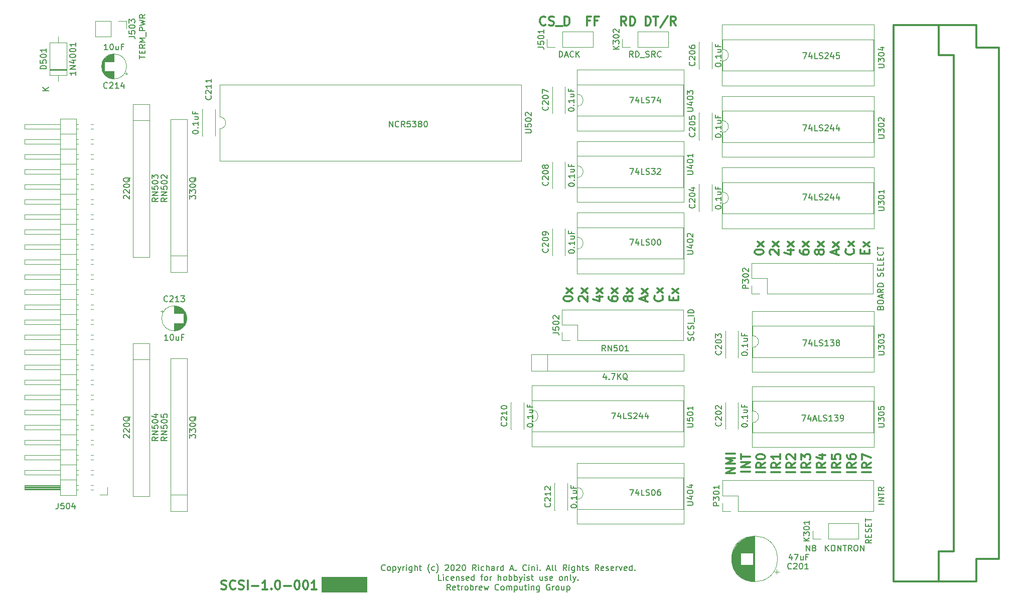
<source format=gbr>
G04 #@! TF.GenerationSoftware,KiCad,Pcbnew,(5.1.8-0-10_14)*
G04 #@! TF.CreationDate,2021-01-06T18:17:56-05:00*
G04 #@! TF.ProjectId,ECB SCSI-1.0-001,45434220-5343-4534-992d-312e302d3030,rev?*
G04 #@! TF.SameCoordinates,Original*
G04 #@! TF.FileFunction,Legend,Top*
G04 #@! TF.FilePolarity,Positive*
%FSLAX46Y46*%
G04 Gerber Fmt 4.6, Leading zero omitted, Abs format (unit mm)*
G04 Created by KiCad (PCBNEW (5.1.8-0-10_14)) date 2021-01-06 18:17:56*
%MOMM*%
%LPD*%
G01*
G04 APERTURE LIST*
%ADD10C,0.300000*%
%ADD11C,0.150000*%
%ADD12C,0.100000*%
%ADD13C,0.120000*%
%ADD14C,0.304800*%
G04 APERTURE END LIST*
D10*
X129699571Y-87546571D02*
X129699571Y-87403714D01*
X129771000Y-87260857D01*
X129842428Y-87189428D01*
X129985285Y-87118000D01*
X130271000Y-87046571D01*
X130628142Y-87046571D01*
X130913857Y-87118000D01*
X131056714Y-87189428D01*
X131128142Y-87260857D01*
X131199571Y-87403714D01*
X131199571Y-87546571D01*
X131128142Y-87689428D01*
X131056714Y-87760857D01*
X130913857Y-87832285D01*
X130628142Y-87903714D01*
X130271000Y-87903714D01*
X129985285Y-87832285D01*
X129842428Y-87760857D01*
X129771000Y-87689428D01*
X129699571Y-87546571D01*
X131199571Y-86546571D02*
X130199571Y-85760857D01*
X130199571Y-86546571D02*
X131199571Y-85760857D01*
X132392428Y-87903714D02*
X132321000Y-87832285D01*
X132249571Y-87689428D01*
X132249571Y-87332285D01*
X132321000Y-87189428D01*
X132392428Y-87118000D01*
X132535285Y-87046571D01*
X132678142Y-87046571D01*
X132892428Y-87118000D01*
X133749571Y-87975142D01*
X133749571Y-87046571D01*
X133749571Y-86546571D02*
X132749571Y-85760857D01*
X132749571Y-86546571D02*
X133749571Y-85760857D01*
X135299571Y-87189428D02*
X136299571Y-87189428D01*
X134728142Y-87546571D02*
X135799571Y-87903714D01*
X135799571Y-86975142D01*
X136299571Y-86546571D02*
X135299571Y-85760857D01*
X135299571Y-86546571D02*
X136299571Y-85760857D01*
X137349571Y-87189428D02*
X137349571Y-87475142D01*
X137421000Y-87618000D01*
X137492428Y-87689428D01*
X137706714Y-87832285D01*
X137992428Y-87903714D01*
X138563857Y-87903714D01*
X138706714Y-87832285D01*
X138778142Y-87760857D01*
X138849571Y-87618000D01*
X138849571Y-87332285D01*
X138778142Y-87189428D01*
X138706714Y-87118000D01*
X138563857Y-87046571D01*
X138206714Y-87046571D01*
X138063857Y-87118000D01*
X137992428Y-87189428D01*
X137921000Y-87332285D01*
X137921000Y-87618000D01*
X137992428Y-87760857D01*
X138063857Y-87832285D01*
X138206714Y-87903714D01*
X138849571Y-86546571D02*
X137849571Y-85760857D01*
X137849571Y-86546571D02*
X138849571Y-85760857D01*
X140542428Y-87618000D02*
X140471000Y-87760857D01*
X140399571Y-87832285D01*
X140256714Y-87903714D01*
X140185285Y-87903714D01*
X140042428Y-87832285D01*
X139971000Y-87760857D01*
X139899571Y-87618000D01*
X139899571Y-87332285D01*
X139971000Y-87189428D01*
X140042428Y-87118000D01*
X140185285Y-87046571D01*
X140256714Y-87046571D01*
X140399571Y-87118000D01*
X140471000Y-87189428D01*
X140542428Y-87332285D01*
X140542428Y-87618000D01*
X140613857Y-87760857D01*
X140685285Y-87832285D01*
X140828142Y-87903714D01*
X141113857Y-87903714D01*
X141256714Y-87832285D01*
X141328142Y-87760857D01*
X141399571Y-87618000D01*
X141399571Y-87332285D01*
X141328142Y-87189428D01*
X141256714Y-87118000D01*
X141113857Y-87046571D01*
X140828142Y-87046571D01*
X140685285Y-87118000D01*
X140613857Y-87189428D01*
X140542428Y-87332285D01*
X141399571Y-86546571D02*
X140399571Y-85760857D01*
X140399571Y-86546571D02*
X141399571Y-85760857D01*
X143521000Y-87832285D02*
X143521000Y-87118000D01*
X143949571Y-87975142D02*
X142449571Y-87475142D01*
X143949571Y-86975142D01*
X143949571Y-86618000D02*
X142949571Y-85832285D01*
X142949571Y-86618000D02*
X143949571Y-85832285D01*
X146356714Y-87010857D02*
X146428142Y-87082285D01*
X146499571Y-87296571D01*
X146499571Y-87439428D01*
X146428142Y-87653714D01*
X146285285Y-87796571D01*
X146142428Y-87868000D01*
X145856714Y-87939428D01*
X145642428Y-87939428D01*
X145356714Y-87868000D01*
X145213857Y-87796571D01*
X145071000Y-87653714D01*
X144999571Y-87439428D01*
X144999571Y-87296571D01*
X145071000Y-87082285D01*
X145142428Y-87010857D01*
X146499571Y-86510857D02*
X145499571Y-85725142D01*
X145499571Y-86510857D02*
X146499571Y-85725142D01*
X148263857Y-87796571D02*
X148263857Y-87296571D01*
X149049571Y-87082285D02*
X149049571Y-87796571D01*
X147549571Y-87796571D01*
X147549571Y-87082285D01*
X149049571Y-86582285D02*
X148049571Y-85796571D01*
X148049571Y-86582285D02*
X149049571Y-85796571D01*
X161957571Y-79672571D02*
X161957571Y-79529714D01*
X162029000Y-79386857D01*
X162100428Y-79315428D01*
X162243285Y-79244000D01*
X162529000Y-79172571D01*
X162886142Y-79172571D01*
X163171857Y-79244000D01*
X163314714Y-79315428D01*
X163386142Y-79386857D01*
X163457571Y-79529714D01*
X163457571Y-79672571D01*
X163386142Y-79815428D01*
X163314714Y-79886857D01*
X163171857Y-79958285D01*
X162886142Y-80029714D01*
X162529000Y-80029714D01*
X162243285Y-79958285D01*
X162100428Y-79886857D01*
X162029000Y-79815428D01*
X161957571Y-79672571D01*
X163457571Y-78672571D02*
X162457571Y-77886857D01*
X162457571Y-78672571D02*
X163457571Y-77886857D01*
X164650428Y-80029714D02*
X164579000Y-79958285D01*
X164507571Y-79815428D01*
X164507571Y-79458285D01*
X164579000Y-79315428D01*
X164650428Y-79244000D01*
X164793285Y-79172571D01*
X164936142Y-79172571D01*
X165150428Y-79244000D01*
X166007571Y-80101142D01*
X166007571Y-79172571D01*
X166007571Y-78672571D02*
X165007571Y-77886857D01*
X165007571Y-78672571D02*
X166007571Y-77886857D01*
X167557571Y-79315428D02*
X168557571Y-79315428D01*
X166986142Y-79672571D02*
X168057571Y-80029714D01*
X168057571Y-79101142D01*
X168557571Y-78672571D02*
X167557571Y-77886857D01*
X167557571Y-78672571D02*
X168557571Y-77886857D01*
X169607571Y-79315428D02*
X169607571Y-79601142D01*
X169679000Y-79744000D01*
X169750428Y-79815428D01*
X169964714Y-79958285D01*
X170250428Y-80029714D01*
X170821857Y-80029714D01*
X170964714Y-79958285D01*
X171036142Y-79886857D01*
X171107571Y-79744000D01*
X171107571Y-79458285D01*
X171036142Y-79315428D01*
X170964714Y-79244000D01*
X170821857Y-79172571D01*
X170464714Y-79172571D01*
X170321857Y-79244000D01*
X170250428Y-79315428D01*
X170179000Y-79458285D01*
X170179000Y-79744000D01*
X170250428Y-79886857D01*
X170321857Y-79958285D01*
X170464714Y-80029714D01*
X171107571Y-78672571D02*
X170107571Y-77886857D01*
X170107571Y-78672571D02*
X171107571Y-77886857D01*
X172800428Y-79744000D02*
X172729000Y-79886857D01*
X172657571Y-79958285D01*
X172514714Y-80029714D01*
X172443285Y-80029714D01*
X172300428Y-79958285D01*
X172229000Y-79886857D01*
X172157571Y-79744000D01*
X172157571Y-79458285D01*
X172229000Y-79315428D01*
X172300428Y-79244000D01*
X172443285Y-79172571D01*
X172514714Y-79172571D01*
X172657571Y-79244000D01*
X172729000Y-79315428D01*
X172800428Y-79458285D01*
X172800428Y-79744000D01*
X172871857Y-79886857D01*
X172943285Y-79958285D01*
X173086142Y-80029714D01*
X173371857Y-80029714D01*
X173514714Y-79958285D01*
X173586142Y-79886857D01*
X173657571Y-79744000D01*
X173657571Y-79458285D01*
X173586142Y-79315428D01*
X173514714Y-79244000D01*
X173371857Y-79172571D01*
X173086142Y-79172571D01*
X172943285Y-79244000D01*
X172871857Y-79315428D01*
X172800428Y-79458285D01*
X173657571Y-78672571D02*
X172657571Y-77886857D01*
X172657571Y-78672571D02*
X173657571Y-77886857D01*
X175779000Y-79958285D02*
X175779000Y-79244000D01*
X176207571Y-80101142D02*
X174707571Y-79601142D01*
X176207571Y-79101142D01*
X176207571Y-78744000D02*
X175207571Y-77958285D01*
X175207571Y-78744000D02*
X176207571Y-77958285D01*
X178614714Y-79136857D02*
X178686142Y-79208285D01*
X178757571Y-79422571D01*
X178757571Y-79565428D01*
X178686142Y-79779714D01*
X178543285Y-79922571D01*
X178400428Y-79994000D01*
X178114714Y-80065428D01*
X177900428Y-80065428D01*
X177614714Y-79994000D01*
X177471857Y-79922571D01*
X177329000Y-79779714D01*
X177257571Y-79565428D01*
X177257571Y-79422571D01*
X177329000Y-79208285D01*
X177400428Y-79136857D01*
X178757571Y-78636857D02*
X177757571Y-77851142D01*
X177757571Y-78636857D02*
X178757571Y-77851142D01*
X180521857Y-79922571D02*
X180521857Y-79422571D01*
X181307571Y-79208285D02*
X181307571Y-79922571D01*
X179807571Y-79922571D01*
X179807571Y-79208285D01*
X181307571Y-78708285D02*
X180307571Y-77922571D01*
X180307571Y-78708285D02*
X181307571Y-77922571D01*
X158621571Y-116958857D02*
X157121571Y-116958857D01*
X158621571Y-116101714D01*
X157121571Y-116101714D01*
X158621571Y-115387428D02*
X157121571Y-115387428D01*
X158193000Y-114887428D01*
X157121571Y-114387428D01*
X158621571Y-114387428D01*
X158621571Y-113673142D02*
X157121571Y-113673142D01*
X161171571Y-116673142D02*
X159671571Y-116673142D01*
X161171571Y-115958857D02*
X159671571Y-115958857D01*
X161171571Y-115101714D01*
X159671571Y-115101714D01*
X159671571Y-114601714D02*
X159671571Y-113744571D01*
X161171571Y-114173142D02*
X159671571Y-114173142D01*
X163721571Y-116780285D02*
X162221571Y-116780285D01*
X163721571Y-115208857D02*
X163007285Y-115708857D01*
X163721571Y-116066000D02*
X162221571Y-116066000D01*
X162221571Y-115494571D01*
X162293000Y-115351714D01*
X162364428Y-115280285D01*
X162507285Y-115208857D01*
X162721571Y-115208857D01*
X162864428Y-115280285D01*
X162935857Y-115351714D01*
X163007285Y-115494571D01*
X163007285Y-116066000D01*
X162221571Y-114280285D02*
X162221571Y-114137428D01*
X162293000Y-113994571D01*
X162364428Y-113923142D01*
X162507285Y-113851714D01*
X162793000Y-113780285D01*
X163150142Y-113780285D01*
X163435857Y-113851714D01*
X163578714Y-113923142D01*
X163650142Y-113994571D01*
X163721571Y-114137428D01*
X163721571Y-114280285D01*
X163650142Y-114423142D01*
X163578714Y-114494571D01*
X163435857Y-114566000D01*
X163150142Y-114637428D01*
X162793000Y-114637428D01*
X162507285Y-114566000D01*
X162364428Y-114494571D01*
X162293000Y-114423142D01*
X162221571Y-114280285D01*
X166271571Y-116780285D02*
X164771571Y-116780285D01*
X166271571Y-115208857D02*
X165557285Y-115708857D01*
X166271571Y-116066000D02*
X164771571Y-116066000D01*
X164771571Y-115494571D01*
X164843000Y-115351714D01*
X164914428Y-115280285D01*
X165057285Y-115208857D01*
X165271571Y-115208857D01*
X165414428Y-115280285D01*
X165485857Y-115351714D01*
X165557285Y-115494571D01*
X165557285Y-116066000D01*
X166271571Y-113780285D02*
X166271571Y-114637428D01*
X166271571Y-114208857D02*
X164771571Y-114208857D01*
X164985857Y-114351714D01*
X165128714Y-114494571D01*
X165200142Y-114637428D01*
X168821571Y-116780285D02*
X167321571Y-116780285D01*
X168821571Y-115208857D02*
X168107285Y-115708857D01*
X168821571Y-116066000D02*
X167321571Y-116066000D01*
X167321571Y-115494571D01*
X167393000Y-115351714D01*
X167464428Y-115280285D01*
X167607285Y-115208857D01*
X167821571Y-115208857D01*
X167964428Y-115280285D01*
X168035857Y-115351714D01*
X168107285Y-115494571D01*
X168107285Y-116066000D01*
X167464428Y-114637428D02*
X167393000Y-114566000D01*
X167321571Y-114423142D01*
X167321571Y-114066000D01*
X167393000Y-113923142D01*
X167464428Y-113851714D01*
X167607285Y-113780285D01*
X167750142Y-113780285D01*
X167964428Y-113851714D01*
X168821571Y-114708857D01*
X168821571Y-113780285D01*
X171371571Y-116780285D02*
X169871571Y-116780285D01*
X171371571Y-115208857D02*
X170657285Y-115708857D01*
X171371571Y-116066000D02*
X169871571Y-116066000D01*
X169871571Y-115494571D01*
X169943000Y-115351714D01*
X170014428Y-115280285D01*
X170157285Y-115208857D01*
X170371571Y-115208857D01*
X170514428Y-115280285D01*
X170585857Y-115351714D01*
X170657285Y-115494571D01*
X170657285Y-116066000D01*
X169871571Y-114708857D02*
X169871571Y-113780285D01*
X170443000Y-114280285D01*
X170443000Y-114066000D01*
X170514428Y-113923142D01*
X170585857Y-113851714D01*
X170728714Y-113780285D01*
X171085857Y-113780285D01*
X171228714Y-113851714D01*
X171300142Y-113923142D01*
X171371571Y-114066000D01*
X171371571Y-114494571D01*
X171300142Y-114637428D01*
X171228714Y-114708857D01*
X173921571Y-116780285D02*
X172421571Y-116780285D01*
X173921571Y-115208857D02*
X173207285Y-115708857D01*
X173921571Y-116066000D02*
X172421571Y-116066000D01*
X172421571Y-115494571D01*
X172493000Y-115351714D01*
X172564428Y-115280285D01*
X172707285Y-115208857D01*
X172921571Y-115208857D01*
X173064428Y-115280285D01*
X173135857Y-115351714D01*
X173207285Y-115494571D01*
X173207285Y-116066000D01*
X172921571Y-113923142D02*
X173921571Y-113923142D01*
X172350142Y-114280285D02*
X173421571Y-114637428D01*
X173421571Y-113708857D01*
X176471571Y-116780285D02*
X174971571Y-116780285D01*
X176471571Y-115208857D02*
X175757285Y-115708857D01*
X176471571Y-116066000D02*
X174971571Y-116066000D01*
X174971571Y-115494571D01*
X175043000Y-115351714D01*
X175114428Y-115280285D01*
X175257285Y-115208857D01*
X175471571Y-115208857D01*
X175614428Y-115280285D01*
X175685857Y-115351714D01*
X175757285Y-115494571D01*
X175757285Y-116066000D01*
X174971571Y-113851714D02*
X174971571Y-114566000D01*
X175685857Y-114637428D01*
X175614428Y-114566000D01*
X175543000Y-114423142D01*
X175543000Y-114066000D01*
X175614428Y-113923142D01*
X175685857Y-113851714D01*
X175828714Y-113780285D01*
X176185857Y-113780285D01*
X176328714Y-113851714D01*
X176400142Y-113923142D01*
X176471571Y-114066000D01*
X176471571Y-114423142D01*
X176400142Y-114566000D01*
X176328714Y-114637428D01*
X179021571Y-116780285D02*
X177521571Y-116780285D01*
X179021571Y-115208857D02*
X178307285Y-115708857D01*
X179021571Y-116066000D02*
X177521571Y-116066000D01*
X177521571Y-115494571D01*
X177593000Y-115351714D01*
X177664428Y-115280285D01*
X177807285Y-115208857D01*
X178021571Y-115208857D01*
X178164428Y-115280285D01*
X178235857Y-115351714D01*
X178307285Y-115494571D01*
X178307285Y-116066000D01*
X177521571Y-113923142D02*
X177521571Y-114208857D01*
X177593000Y-114351714D01*
X177664428Y-114423142D01*
X177878714Y-114566000D01*
X178164428Y-114637428D01*
X178735857Y-114637428D01*
X178878714Y-114566000D01*
X178950142Y-114494571D01*
X179021571Y-114351714D01*
X179021571Y-114066000D01*
X178950142Y-113923142D01*
X178878714Y-113851714D01*
X178735857Y-113780285D01*
X178378714Y-113780285D01*
X178235857Y-113851714D01*
X178164428Y-113923142D01*
X178093000Y-114066000D01*
X178093000Y-114351714D01*
X178164428Y-114494571D01*
X178235857Y-114566000D01*
X178378714Y-114637428D01*
X181571571Y-116780285D02*
X180071571Y-116780285D01*
X181571571Y-115208857D02*
X180857285Y-115708857D01*
X181571571Y-116066000D02*
X180071571Y-116066000D01*
X180071571Y-115494571D01*
X180143000Y-115351714D01*
X180214428Y-115280285D01*
X180357285Y-115208857D01*
X180571571Y-115208857D01*
X180714428Y-115280285D01*
X180785857Y-115351714D01*
X180857285Y-115494571D01*
X180857285Y-116066000D01*
X180071571Y-114708857D02*
X180071571Y-113708857D01*
X181571571Y-114351714D01*
X126683000Y-41175714D02*
X126611571Y-41247142D01*
X126397285Y-41318571D01*
X126254428Y-41318571D01*
X126040142Y-41247142D01*
X125897285Y-41104285D01*
X125825857Y-40961428D01*
X125754428Y-40675714D01*
X125754428Y-40461428D01*
X125825857Y-40175714D01*
X125897285Y-40032857D01*
X126040142Y-39890000D01*
X126254428Y-39818571D01*
X126397285Y-39818571D01*
X126611571Y-39890000D01*
X126683000Y-39961428D01*
X127254428Y-41247142D02*
X127468714Y-41318571D01*
X127825857Y-41318571D01*
X127968714Y-41247142D01*
X128040142Y-41175714D01*
X128111571Y-41032857D01*
X128111571Y-40890000D01*
X128040142Y-40747142D01*
X127968714Y-40675714D01*
X127825857Y-40604285D01*
X127540142Y-40532857D01*
X127397285Y-40461428D01*
X127325857Y-40390000D01*
X127254428Y-40247142D01*
X127254428Y-40104285D01*
X127325857Y-39961428D01*
X127397285Y-39890000D01*
X127540142Y-39818571D01*
X127897285Y-39818571D01*
X128111571Y-39890000D01*
X128397285Y-41461428D02*
X129540142Y-41461428D01*
X129897285Y-41318571D02*
X129897285Y-39818571D01*
X130254428Y-39818571D01*
X130468714Y-39890000D01*
X130611571Y-40032857D01*
X130683000Y-40175714D01*
X130754428Y-40461428D01*
X130754428Y-40675714D01*
X130683000Y-40961428D01*
X130611571Y-41104285D01*
X130468714Y-41247142D01*
X130254428Y-41318571D01*
X129897285Y-41318571D01*
X134183000Y-40532857D02*
X133683000Y-40532857D01*
X133683000Y-41318571D02*
X133683000Y-39818571D01*
X134397285Y-39818571D01*
X135468714Y-40532857D02*
X134968714Y-40532857D01*
X134968714Y-41318571D02*
X134968714Y-39818571D01*
X135683000Y-39818571D01*
X140303714Y-41318571D02*
X139803714Y-40604285D01*
X139446571Y-41318571D02*
X139446571Y-39818571D01*
X140018000Y-39818571D01*
X140160857Y-39890000D01*
X140232285Y-39961428D01*
X140303714Y-40104285D01*
X140303714Y-40318571D01*
X140232285Y-40461428D01*
X140160857Y-40532857D01*
X140018000Y-40604285D01*
X139446571Y-40604285D01*
X140946571Y-41318571D02*
X140946571Y-39818571D01*
X141303714Y-39818571D01*
X141518000Y-39890000D01*
X141660857Y-40032857D01*
X141732285Y-40175714D01*
X141803714Y-40461428D01*
X141803714Y-40675714D01*
X141732285Y-40961428D01*
X141660857Y-41104285D01*
X141518000Y-41247142D01*
X141303714Y-41318571D01*
X140946571Y-41318571D01*
X143589428Y-41318571D02*
X143589428Y-39818571D01*
X143946571Y-39818571D01*
X144160857Y-39890000D01*
X144303714Y-40032857D01*
X144375142Y-40175714D01*
X144446571Y-40461428D01*
X144446571Y-40675714D01*
X144375142Y-40961428D01*
X144303714Y-41104285D01*
X144160857Y-41247142D01*
X143946571Y-41318571D01*
X143589428Y-41318571D01*
X144875142Y-39818571D02*
X145732285Y-39818571D01*
X145303714Y-41318571D02*
X145303714Y-39818571D01*
X147303714Y-39747142D02*
X146018000Y-41675714D01*
X148660857Y-41318571D02*
X148160857Y-40604285D01*
X147803714Y-41318571D02*
X147803714Y-39818571D01*
X148375142Y-39818571D01*
X148518000Y-39890000D01*
X148589428Y-39961428D01*
X148660857Y-40104285D01*
X148660857Y-40318571D01*
X148589428Y-40461428D01*
X148518000Y-40532857D01*
X148375142Y-40604285D01*
X147803714Y-40604285D01*
D11*
X170688095Y-130119380D02*
X170688095Y-129119380D01*
X171259523Y-130119380D01*
X171259523Y-129119380D01*
X171878571Y-129547952D02*
X171783333Y-129500333D01*
X171735714Y-129452714D01*
X171688095Y-129357476D01*
X171688095Y-129309857D01*
X171735714Y-129214619D01*
X171783333Y-129167000D01*
X171878571Y-129119380D01*
X172069047Y-129119380D01*
X172164285Y-129167000D01*
X172211904Y-129214619D01*
X172259523Y-129309857D01*
X172259523Y-129357476D01*
X172211904Y-129452714D01*
X172164285Y-129500333D01*
X172069047Y-129547952D01*
X171878571Y-129547952D01*
X171783333Y-129595571D01*
X171735714Y-129643190D01*
X171688095Y-129738428D01*
X171688095Y-129928904D01*
X171735714Y-130024142D01*
X171783333Y-130071761D01*
X171878571Y-130119380D01*
X172069047Y-130119380D01*
X172164285Y-130071761D01*
X172211904Y-130024142D01*
X172259523Y-129928904D01*
X172259523Y-129738428D01*
X172211904Y-129643190D01*
X172164285Y-129595571D01*
X172069047Y-129547952D01*
X173926904Y-130119380D02*
X173926904Y-129119380D01*
X174498333Y-130119380D02*
X174069761Y-129547952D01*
X174498333Y-129119380D02*
X173926904Y-129690809D01*
X175117380Y-129119380D02*
X175307857Y-129119380D01*
X175403095Y-129167000D01*
X175498333Y-129262238D01*
X175545952Y-129452714D01*
X175545952Y-129786047D01*
X175498333Y-129976523D01*
X175403095Y-130071761D01*
X175307857Y-130119380D01*
X175117380Y-130119380D01*
X175022142Y-130071761D01*
X174926904Y-129976523D01*
X174879285Y-129786047D01*
X174879285Y-129452714D01*
X174926904Y-129262238D01*
X175022142Y-129167000D01*
X175117380Y-129119380D01*
X175974523Y-130119380D02*
X175974523Y-129119380D01*
X176545952Y-130119380D01*
X176545952Y-129119380D01*
X176879285Y-129119380D02*
X177450714Y-129119380D01*
X177165000Y-130119380D02*
X177165000Y-129119380D01*
X178355476Y-130119380D02*
X178022142Y-129643190D01*
X177784047Y-130119380D02*
X177784047Y-129119380D01*
X178165000Y-129119380D01*
X178260238Y-129167000D01*
X178307857Y-129214619D01*
X178355476Y-129309857D01*
X178355476Y-129452714D01*
X178307857Y-129547952D01*
X178260238Y-129595571D01*
X178165000Y-129643190D01*
X177784047Y-129643190D01*
X178974523Y-129119380D02*
X179165000Y-129119380D01*
X179260238Y-129167000D01*
X179355476Y-129262238D01*
X179403095Y-129452714D01*
X179403095Y-129786047D01*
X179355476Y-129976523D01*
X179260238Y-130071761D01*
X179165000Y-130119380D01*
X178974523Y-130119380D01*
X178879285Y-130071761D01*
X178784047Y-129976523D01*
X178736428Y-129786047D01*
X178736428Y-129452714D01*
X178784047Y-129262238D01*
X178879285Y-129167000D01*
X178974523Y-129119380D01*
X179831666Y-130119380D02*
X179831666Y-129119380D01*
X180403095Y-130119380D01*
X180403095Y-129119380D01*
D10*
X71974285Y-136497142D02*
X72188571Y-136568571D01*
X72545714Y-136568571D01*
X72688571Y-136497142D01*
X72760000Y-136425714D01*
X72831428Y-136282857D01*
X72831428Y-136140000D01*
X72760000Y-135997142D01*
X72688571Y-135925714D01*
X72545714Y-135854285D01*
X72260000Y-135782857D01*
X72117142Y-135711428D01*
X72045714Y-135640000D01*
X71974285Y-135497142D01*
X71974285Y-135354285D01*
X72045714Y-135211428D01*
X72117142Y-135140000D01*
X72260000Y-135068571D01*
X72617142Y-135068571D01*
X72831428Y-135140000D01*
X74331428Y-136425714D02*
X74260000Y-136497142D01*
X74045714Y-136568571D01*
X73902857Y-136568571D01*
X73688571Y-136497142D01*
X73545714Y-136354285D01*
X73474285Y-136211428D01*
X73402857Y-135925714D01*
X73402857Y-135711428D01*
X73474285Y-135425714D01*
X73545714Y-135282857D01*
X73688571Y-135140000D01*
X73902857Y-135068571D01*
X74045714Y-135068571D01*
X74260000Y-135140000D01*
X74331428Y-135211428D01*
X74902857Y-136497142D02*
X75117142Y-136568571D01*
X75474285Y-136568571D01*
X75617142Y-136497142D01*
X75688571Y-136425714D01*
X75760000Y-136282857D01*
X75760000Y-136140000D01*
X75688571Y-135997142D01*
X75617142Y-135925714D01*
X75474285Y-135854285D01*
X75188571Y-135782857D01*
X75045714Y-135711428D01*
X74974285Y-135640000D01*
X74902857Y-135497142D01*
X74902857Y-135354285D01*
X74974285Y-135211428D01*
X75045714Y-135140000D01*
X75188571Y-135068571D01*
X75545714Y-135068571D01*
X75760000Y-135140000D01*
X76402857Y-136568571D02*
X76402857Y-135068571D01*
X77117142Y-135997142D02*
X78260000Y-135997142D01*
X79760000Y-136568571D02*
X78902857Y-136568571D01*
X79331428Y-136568571D02*
X79331428Y-135068571D01*
X79188571Y-135282857D01*
X79045714Y-135425714D01*
X78902857Y-135497142D01*
X80402857Y-136425714D02*
X80474285Y-136497142D01*
X80402857Y-136568571D01*
X80331428Y-136497142D01*
X80402857Y-136425714D01*
X80402857Y-136568571D01*
X81402857Y-135068571D02*
X81545714Y-135068571D01*
X81688571Y-135140000D01*
X81760000Y-135211428D01*
X81831428Y-135354285D01*
X81902857Y-135640000D01*
X81902857Y-135997142D01*
X81831428Y-136282857D01*
X81760000Y-136425714D01*
X81688571Y-136497142D01*
X81545714Y-136568571D01*
X81402857Y-136568571D01*
X81260000Y-136497142D01*
X81188571Y-136425714D01*
X81117142Y-136282857D01*
X81045714Y-135997142D01*
X81045714Y-135640000D01*
X81117142Y-135354285D01*
X81188571Y-135211428D01*
X81260000Y-135140000D01*
X81402857Y-135068571D01*
X82545714Y-135997142D02*
X83688571Y-135997142D01*
X84688571Y-135068571D02*
X84831428Y-135068571D01*
X84974285Y-135140000D01*
X85045714Y-135211428D01*
X85117142Y-135354285D01*
X85188571Y-135640000D01*
X85188571Y-135997142D01*
X85117142Y-136282857D01*
X85045714Y-136425714D01*
X84974285Y-136497142D01*
X84831428Y-136568571D01*
X84688571Y-136568571D01*
X84545714Y-136497142D01*
X84474285Y-136425714D01*
X84402857Y-136282857D01*
X84331428Y-135997142D01*
X84331428Y-135640000D01*
X84402857Y-135354285D01*
X84474285Y-135211428D01*
X84545714Y-135140000D01*
X84688571Y-135068571D01*
X86117142Y-135068571D02*
X86260000Y-135068571D01*
X86402857Y-135140000D01*
X86474285Y-135211428D01*
X86545714Y-135354285D01*
X86617142Y-135640000D01*
X86617142Y-135997142D01*
X86545714Y-136282857D01*
X86474285Y-136425714D01*
X86402857Y-136497142D01*
X86260000Y-136568571D01*
X86117142Y-136568571D01*
X85974285Y-136497142D01*
X85902857Y-136425714D01*
X85831428Y-136282857D01*
X85760000Y-135997142D01*
X85760000Y-135640000D01*
X85831428Y-135354285D01*
X85902857Y-135211428D01*
X85974285Y-135140000D01*
X86117142Y-135068571D01*
X88045714Y-136568571D02*
X87188571Y-136568571D01*
X87617142Y-136568571D02*
X87617142Y-135068571D01*
X87474285Y-135282857D01*
X87331428Y-135425714D01*
X87188571Y-135497142D01*
D11*
X99610285Y-133327142D02*
X99562666Y-133374761D01*
X99419809Y-133422380D01*
X99324571Y-133422380D01*
X99181714Y-133374761D01*
X99086476Y-133279523D01*
X99038857Y-133184285D01*
X98991238Y-132993809D01*
X98991238Y-132850952D01*
X99038857Y-132660476D01*
X99086476Y-132565238D01*
X99181714Y-132470000D01*
X99324571Y-132422380D01*
X99419809Y-132422380D01*
X99562666Y-132470000D01*
X99610285Y-132517619D01*
X100181714Y-133422380D02*
X100086476Y-133374761D01*
X100038857Y-133327142D01*
X99991238Y-133231904D01*
X99991238Y-132946190D01*
X100038857Y-132850952D01*
X100086476Y-132803333D01*
X100181714Y-132755714D01*
X100324571Y-132755714D01*
X100419809Y-132803333D01*
X100467428Y-132850952D01*
X100515047Y-132946190D01*
X100515047Y-133231904D01*
X100467428Y-133327142D01*
X100419809Y-133374761D01*
X100324571Y-133422380D01*
X100181714Y-133422380D01*
X100943619Y-132755714D02*
X100943619Y-133755714D01*
X100943619Y-132803333D02*
X101038857Y-132755714D01*
X101229333Y-132755714D01*
X101324571Y-132803333D01*
X101372190Y-132850952D01*
X101419809Y-132946190D01*
X101419809Y-133231904D01*
X101372190Y-133327142D01*
X101324571Y-133374761D01*
X101229333Y-133422380D01*
X101038857Y-133422380D01*
X100943619Y-133374761D01*
X101753142Y-132755714D02*
X101991238Y-133422380D01*
X102229333Y-132755714D02*
X101991238Y-133422380D01*
X101896000Y-133660476D01*
X101848380Y-133708095D01*
X101753142Y-133755714D01*
X102610285Y-133422380D02*
X102610285Y-132755714D01*
X102610285Y-132946190D02*
X102657904Y-132850952D01*
X102705523Y-132803333D01*
X102800761Y-132755714D01*
X102896000Y-132755714D01*
X103229333Y-133422380D02*
X103229333Y-132755714D01*
X103229333Y-132422380D02*
X103181714Y-132470000D01*
X103229333Y-132517619D01*
X103276952Y-132470000D01*
X103229333Y-132422380D01*
X103229333Y-132517619D01*
X104134095Y-132755714D02*
X104134095Y-133565238D01*
X104086476Y-133660476D01*
X104038857Y-133708095D01*
X103943619Y-133755714D01*
X103800761Y-133755714D01*
X103705523Y-133708095D01*
X104134095Y-133374761D02*
X104038857Y-133422380D01*
X103848380Y-133422380D01*
X103753142Y-133374761D01*
X103705523Y-133327142D01*
X103657904Y-133231904D01*
X103657904Y-132946190D01*
X103705523Y-132850952D01*
X103753142Y-132803333D01*
X103848380Y-132755714D01*
X104038857Y-132755714D01*
X104134095Y-132803333D01*
X104610285Y-133422380D02*
X104610285Y-132422380D01*
X105038857Y-133422380D02*
X105038857Y-132898571D01*
X104991238Y-132803333D01*
X104896000Y-132755714D01*
X104753142Y-132755714D01*
X104657904Y-132803333D01*
X104610285Y-132850952D01*
X105372190Y-132755714D02*
X105753142Y-132755714D01*
X105515047Y-132422380D02*
X105515047Y-133279523D01*
X105562666Y-133374761D01*
X105657904Y-133422380D01*
X105753142Y-133422380D01*
X107134095Y-133803333D02*
X107086476Y-133755714D01*
X106991238Y-133612857D01*
X106943619Y-133517619D01*
X106896000Y-133374761D01*
X106848380Y-133136666D01*
X106848380Y-132946190D01*
X106896000Y-132708095D01*
X106943619Y-132565238D01*
X106991238Y-132470000D01*
X107086476Y-132327142D01*
X107134095Y-132279523D01*
X107943619Y-133374761D02*
X107848380Y-133422380D01*
X107657904Y-133422380D01*
X107562666Y-133374761D01*
X107515047Y-133327142D01*
X107467428Y-133231904D01*
X107467428Y-132946190D01*
X107515047Y-132850952D01*
X107562666Y-132803333D01*
X107657904Y-132755714D01*
X107848380Y-132755714D01*
X107943619Y-132803333D01*
X108276952Y-133803333D02*
X108324571Y-133755714D01*
X108419809Y-133612857D01*
X108467428Y-133517619D01*
X108515047Y-133374761D01*
X108562666Y-133136666D01*
X108562666Y-132946190D01*
X108515047Y-132708095D01*
X108467428Y-132565238D01*
X108419809Y-132470000D01*
X108324571Y-132327142D01*
X108276952Y-132279523D01*
X109753142Y-132517619D02*
X109800761Y-132470000D01*
X109896000Y-132422380D01*
X110134095Y-132422380D01*
X110229333Y-132470000D01*
X110276952Y-132517619D01*
X110324571Y-132612857D01*
X110324571Y-132708095D01*
X110276952Y-132850952D01*
X109705523Y-133422380D01*
X110324571Y-133422380D01*
X110943619Y-132422380D02*
X111038857Y-132422380D01*
X111134095Y-132470000D01*
X111181714Y-132517619D01*
X111229333Y-132612857D01*
X111276952Y-132803333D01*
X111276952Y-133041428D01*
X111229333Y-133231904D01*
X111181714Y-133327142D01*
X111134095Y-133374761D01*
X111038857Y-133422380D01*
X110943619Y-133422380D01*
X110848380Y-133374761D01*
X110800761Y-133327142D01*
X110753142Y-133231904D01*
X110705523Y-133041428D01*
X110705523Y-132803333D01*
X110753142Y-132612857D01*
X110800761Y-132517619D01*
X110848380Y-132470000D01*
X110943619Y-132422380D01*
X111657904Y-132517619D02*
X111705523Y-132470000D01*
X111800761Y-132422380D01*
X112038857Y-132422380D01*
X112134095Y-132470000D01*
X112181714Y-132517619D01*
X112229333Y-132612857D01*
X112229333Y-132708095D01*
X112181714Y-132850952D01*
X111610285Y-133422380D01*
X112229333Y-133422380D01*
X112848380Y-132422380D02*
X112943619Y-132422380D01*
X113038857Y-132470000D01*
X113086476Y-132517619D01*
X113134095Y-132612857D01*
X113181714Y-132803333D01*
X113181714Y-133041428D01*
X113134095Y-133231904D01*
X113086476Y-133327142D01*
X113038857Y-133374761D01*
X112943619Y-133422380D01*
X112848380Y-133422380D01*
X112753142Y-133374761D01*
X112705523Y-133327142D01*
X112657904Y-133231904D01*
X112610285Y-133041428D01*
X112610285Y-132803333D01*
X112657904Y-132612857D01*
X112705523Y-132517619D01*
X112753142Y-132470000D01*
X112848380Y-132422380D01*
X114943619Y-133422380D02*
X114610285Y-132946190D01*
X114372190Y-133422380D02*
X114372190Y-132422380D01*
X114753142Y-132422380D01*
X114848380Y-132470000D01*
X114896000Y-132517619D01*
X114943619Y-132612857D01*
X114943619Y-132755714D01*
X114896000Y-132850952D01*
X114848380Y-132898571D01*
X114753142Y-132946190D01*
X114372190Y-132946190D01*
X115372190Y-133422380D02*
X115372190Y-132755714D01*
X115372190Y-132422380D02*
X115324571Y-132470000D01*
X115372190Y-132517619D01*
X115419809Y-132470000D01*
X115372190Y-132422380D01*
X115372190Y-132517619D01*
X116276952Y-133374761D02*
X116181714Y-133422380D01*
X115991238Y-133422380D01*
X115896000Y-133374761D01*
X115848380Y-133327142D01*
X115800761Y-133231904D01*
X115800761Y-132946190D01*
X115848380Y-132850952D01*
X115896000Y-132803333D01*
X115991238Y-132755714D01*
X116181714Y-132755714D01*
X116276952Y-132803333D01*
X116705523Y-133422380D02*
X116705523Y-132422380D01*
X117134095Y-133422380D02*
X117134095Y-132898571D01*
X117086476Y-132803333D01*
X116991238Y-132755714D01*
X116848380Y-132755714D01*
X116753142Y-132803333D01*
X116705523Y-132850952D01*
X118038857Y-133422380D02*
X118038857Y-132898571D01*
X117991238Y-132803333D01*
X117896000Y-132755714D01*
X117705523Y-132755714D01*
X117610285Y-132803333D01*
X118038857Y-133374761D02*
X117943619Y-133422380D01*
X117705523Y-133422380D01*
X117610285Y-133374761D01*
X117562666Y-133279523D01*
X117562666Y-133184285D01*
X117610285Y-133089047D01*
X117705523Y-133041428D01*
X117943619Y-133041428D01*
X118038857Y-132993809D01*
X118515047Y-133422380D02*
X118515047Y-132755714D01*
X118515047Y-132946190D02*
X118562666Y-132850952D01*
X118610285Y-132803333D01*
X118705523Y-132755714D01*
X118800761Y-132755714D01*
X119562666Y-133422380D02*
X119562666Y-132422380D01*
X119562666Y-133374761D02*
X119467428Y-133422380D01*
X119276952Y-133422380D01*
X119181714Y-133374761D01*
X119134095Y-133327142D01*
X119086476Y-133231904D01*
X119086476Y-132946190D01*
X119134095Y-132850952D01*
X119181714Y-132803333D01*
X119276952Y-132755714D01*
X119467428Y-132755714D01*
X119562666Y-132803333D01*
X120753142Y-133136666D02*
X121229333Y-133136666D01*
X120657904Y-133422380D02*
X120991238Y-132422380D01*
X121324571Y-133422380D01*
X121657904Y-133327142D02*
X121705523Y-133374761D01*
X121657904Y-133422380D01*
X121610285Y-133374761D01*
X121657904Y-133327142D01*
X121657904Y-133422380D01*
X123467428Y-133327142D02*
X123419809Y-133374761D01*
X123276952Y-133422380D01*
X123181714Y-133422380D01*
X123038857Y-133374761D01*
X122943619Y-133279523D01*
X122896000Y-133184285D01*
X122848380Y-132993809D01*
X122848380Y-132850952D01*
X122896000Y-132660476D01*
X122943619Y-132565238D01*
X123038857Y-132470000D01*
X123181714Y-132422380D01*
X123276952Y-132422380D01*
X123419809Y-132470000D01*
X123467428Y-132517619D01*
X123896000Y-133422380D02*
X123896000Y-132755714D01*
X123896000Y-132422380D02*
X123848380Y-132470000D01*
X123896000Y-132517619D01*
X123943619Y-132470000D01*
X123896000Y-132422380D01*
X123896000Y-132517619D01*
X124372190Y-132755714D02*
X124372190Y-133422380D01*
X124372190Y-132850952D02*
X124419809Y-132803333D01*
X124515047Y-132755714D01*
X124657904Y-132755714D01*
X124753142Y-132803333D01*
X124800761Y-132898571D01*
X124800761Y-133422380D01*
X125276952Y-133422380D02*
X125276952Y-132755714D01*
X125276952Y-132422380D02*
X125229333Y-132470000D01*
X125276952Y-132517619D01*
X125324571Y-132470000D01*
X125276952Y-132422380D01*
X125276952Y-132517619D01*
X125753142Y-133327142D02*
X125800761Y-133374761D01*
X125753142Y-133422380D01*
X125705523Y-133374761D01*
X125753142Y-133327142D01*
X125753142Y-133422380D01*
X126943619Y-133136666D02*
X127419809Y-133136666D01*
X126848380Y-133422380D02*
X127181714Y-132422380D01*
X127515047Y-133422380D01*
X127991238Y-133422380D02*
X127896000Y-133374761D01*
X127848380Y-133279523D01*
X127848380Y-132422380D01*
X128515047Y-133422380D02*
X128419809Y-133374761D01*
X128372190Y-133279523D01*
X128372190Y-132422380D01*
X130229333Y-133422380D02*
X129896000Y-132946190D01*
X129657904Y-133422380D02*
X129657904Y-132422380D01*
X130038857Y-132422380D01*
X130134095Y-132470000D01*
X130181714Y-132517619D01*
X130229333Y-132612857D01*
X130229333Y-132755714D01*
X130181714Y-132850952D01*
X130134095Y-132898571D01*
X130038857Y-132946190D01*
X129657904Y-132946190D01*
X130657904Y-133422380D02*
X130657904Y-132755714D01*
X130657904Y-132422380D02*
X130610285Y-132470000D01*
X130657904Y-132517619D01*
X130705523Y-132470000D01*
X130657904Y-132422380D01*
X130657904Y-132517619D01*
X131562666Y-132755714D02*
X131562666Y-133565238D01*
X131515047Y-133660476D01*
X131467428Y-133708095D01*
X131372190Y-133755714D01*
X131229333Y-133755714D01*
X131134095Y-133708095D01*
X131562666Y-133374761D02*
X131467428Y-133422380D01*
X131276952Y-133422380D01*
X131181714Y-133374761D01*
X131134095Y-133327142D01*
X131086476Y-133231904D01*
X131086476Y-132946190D01*
X131134095Y-132850952D01*
X131181714Y-132803333D01*
X131276952Y-132755714D01*
X131467428Y-132755714D01*
X131562666Y-132803333D01*
X132038857Y-133422380D02*
X132038857Y-132422380D01*
X132467428Y-133422380D02*
X132467428Y-132898571D01*
X132419809Y-132803333D01*
X132324571Y-132755714D01*
X132181714Y-132755714D01*
X132086476Y-132803333D01*
X132038857Y-132850952D01*
X132800761Y-132755714D02*
X133181714Y-132755714D01*
X132943619Y-132422380D02*
X132943619Y-133279523D01*
X132991238Y-133374761D01*
X133086476Y-133422380D01*
X133181714Y-133422380D01*
X133467428Y-133374761D02*
X133562666Y-133422380D01*
X133753142Y-133422380D01*
X133848380Y-133374761D01*
X133896000Y-133279523D01*
X133896000Y-133231904D01*
X133848380Y-133136666D01*
X133753142Y-133089047D01*
X133610285Y-133089047D01*
X133515047Y-133041428D01*
X133467428Y-132946190D01*
X133467428Y-132898571D01*
X133515047Y-132803333D01*
X133610285Y-132755714D01*
X133753142Y-132755714D01*
X133848380Y-132803333D01*
X135657904Y-133422380D02*
X135324571Y-132946190D01*
X135086476Y-133422380D02*
X135086476Y-132422380D01*
X135467428Y-132422380D01*
X135562666Y-132470000D01*
X135610285Y-132517619D01*
X135657904Y-132612857D01*
X135657904Y-132755714D01*
X135610285Y-132850952D01*
X135562666Y-132898571D01*
X135467428Y-132946190D01*
X135086476Y-132946190D01*
X136467428Y-133374761D02*
X136372190Y-133422380D01*
X136181714Y-133422380D01*
X136086476Y-133374761D01*
X136038857Y-133279523D01*
X136038857Y-132898571D01*
X136086476Y-132803333D01*
X136181714Y-132755714D01*
X136372190Y-132755714D01*
X136467428Y-132803333D01*
X136515047Y-132898571D01*
X136515047Y-132993809D01*
X136038857Y-133089047D01*
X136896000Y-133374761D02*
X136991238Y-133422380D01*
X137181714Y-133422380D01*
X137276952Y-133374761D01*
X137324571Y-133279523D01*
X137324571Y-133231904D01*
X137276952Y-133136666D01*
X137181714Y-133089047D01*
X137038857Y-133089047D01*
X136943619Y-133041428D01*
X136896000Y-132946190D01*
X136896000Y-132898571D01*
X136943619Y-132803333D01*
X137038857Y-132755714D01*
X137181714Y-132755714D01*
X137276952Y-132803333D01*
X138134095Y-133374761D02*
X138038857Y-133422380D01*
X137848380Y-133422380D01*
X137753142Y-133374761D01*
X137705523Y-133279523D01*
X137705523Y-132898571D01*
X137753142Y-132803333D01*
X137848380Y-132755714D01*
X138038857Y-132755714D01*
X138134095Y-132803333D01*
X138181714Y-132898571D01*
X138181714Y-132993809D01*
X137705523Y-133089047D01*
X138610285Y-133422380D02*
X138610285Y-132755714D01*
X138610285Y-132946190D02*
X138657904Y-132850952D01*
X138705523Y-132803333D01*
X138800761Y-132755714D01*
X138896000Y-132755714D01*
X139134095Y-132755714D02*
X139372190Y-133422380D01*
X139610285Y-132755714D01*
X140372190Y-133374761D02*
X140276952Y-133422380D01*
X140086476Y-133422380D01*
X139991238Y-133374761D01*
X139943619Y-133279523D01*
X139943619Y-132898571D01*
X139991238Y-132803333D01*
X140086476Y-132755714D01*
X140276952Y-132755714D01*
X140372190Y-132803333D01*
X140419809Y-132898571D01*
X140419809Y-132993809D01*
X139943619Y-133089047D01*
X141276952Y-133422380D02*
X141276952Y-132422380D01*
X141276952Y-133374761D02*
X141181714Y-133422380D01*
X140991238Y-133422380D01*
X140896000Y-133374761D01*
X140848380Y-133327142D01*
X140800761Y-133231904D01*
X140800761Y-132946190D01*
X140848380Y-132850952D01*
X140896000Y-132803333D01*
X140991238Y-132755714D01*
X141181714Y-132755714D01*
X141276952Y-132803333D01*
X141753142Y-133327142D02*
X141800761Y-133374761D01*
X141753142Y-133422380D01*
X141705523Y-133374761D01*
X141753142Y-133327142D01*
X141753142Y-133422380D01*
X109110285Y-135072380D02*
X108634095Y-135072380D01*
X108634095Y-134072380D01*
X109443619Y-135072380D02*
X109443619Y-134405714D01*
X109443619Y-134072380D02*
X109396000Y-134120000D01*
X109443619Y-134167619D01*
X109491238Y-134120000D01*
X109443619Y-134072380D01*
X109443619Y-134167619D01*
X110348380Y-135024761D02*
X110253142Y-135072380D01*
X110062666Y-135072380D01*
X109967428Y-135024761D01*
X109919809Y-134977142D01*
X109872190Y-134881904D01*
X109872190Y-134596190D01*
X109919809Y-134500952D01*
X109967428Y-134453333D01*
X110062666Y-134405714D01*
X110253142Y-134405714D01*
X110348380Y-134453333D01*
X111157904Y-135024761D02*
X111062666Y-135072380D01*
X110872190Y-135072380D01*
X110776952Y-135024761D01*
X110729333Y-134929523D01*
X110729333Y-134548571D01*
X110776952Y-134453333D01*
X110872190Y-134405714D01*
X111062666Y-134405714D01*
X111157904Y-134453333D01*
X111205523Y-134548571D01*
X111205523Y-134643809D01*
X110729333Y-134739047D01*
X111634095Y-134405714D02*
X111634095Y-135072380D01*
X111634095Y-134500952D02*
X111681714Y-134453333D01*
X111776952Y-134405714D01*
X111919809Y-134405714D01*
X112015047Y-134453333D01*
X112062666Y-134548571D01*
X112062666Y-135072380D01*
X112491238Y-135024761D02*
X112586476Y-135072380D01*
X112776952Y-135072380D01*
X112872190Y-135024761D01*
X112919809Y-134929523D01*
X112919809Y-134881904D01*
X112872190Y-134786666D01*
X112776952Y-134739047D01*
X112634095Y-134739047D01*
X112538857Y-134691428D01*
X112491238Y-134596190D01*
X112491238Y-134548571D01*
X112538857Y-134453333D01*
X112634095Y-134405714D01*
X112776952Y-134405714D01*
X112872190Y-134453333D01*
X113729333Y-135024761D02*
X113634095Y-135072380D01*
X113443619Y-135072380D01*
X113348380Y-135024761D01*
X113300761Y-134929523D01*
X113300761Y-134548571D01*
X113348380Y-134453333D01*
X113443619Y-134405714D01*
X113634095Y-134405714D01*
X113729333Y-134453333D01*
X113776952Y-134548571D01*
X113776952Y-134643809D01*
X113300761Y-134739047D01*
X114634095Y-135072380D02*
X114634095Y-134072380D01*
X114634095Y-135024761D02*
X114538857Y-135072380D01*
X114348380Y-135072380D01*
X114253142Y-135024761D01*
X114205523Y-134977142D01*
X114157904Y-134881904D01*
X114157904Y-134596190D01*
X114205523Y-134500952D01*
X114253142Y-134453333D01*
X114348380Y-134405714D01*
X114538857Y-134405714D01*
X114634095Y-134453333D01*
X115729333Y-134405714D02*
X116110285Y-134405714D01*
X115872190Y-135072380D02*
X115872190Y-134215238D01*
X115919809Y-134120000D01*
X116015047Y-134072380D01*
X116110285Y-134072380D01*
X116586476Y-135072380D02*
X116491238Y-135024761D01*
X116443619Y-134977142D01*
X116396000Y-134881904D01*
X116396000Y-134596190D01*
X116443619Y-134500952D01*
X116491238Y-134453333D01*
X116586476Y-134405714D01*
X116729333Y-134405714D01*
X116824571Y-134453333D01*
X116872190Y-134500952D01*
X116919809Y-134596190D01*
X116919809Y-134881904D01*
X116872190Y-134977142D01*
X116824571Y-135024761D01*
X116729333Y-135072380D01*
X116586476Y-135072380D01*
X117348380Y-135072380D02*
X117348380Y-134405714D01*
X117348380Y-134596190D02*
X117396000Y-134500952D01*
X117443619Y-134453333D01*
X117538857Y-134405714D01*
X117634095Y-134405714D01*
X118729333Y-135072380D02*
X118729333Y-134072380D01*
X119157904Y-135072380D02*
X119157904Y-134548571D01*
X119110285Y-134453333D01*
X119015047Y-134405714D01*
X118872190Y-134405714D01*
X118776952Y-134453333D01*
X118729333Y-134500952D01*
X119776952Y-135072380D02*
X119681714Y-135024761D01*
X119634095Y-134977142D01*
X119586476Y-134881904D01*
X119586476Y-134596190D01*
X119634095Y-134500952D01*
X119681714Y-134453333D01*
X119776952Y-134405714D01*
X119919809Y-134405714D01*
X120015047Y-134453333D01*
X120062666Y-134500952D01*
X120110285Y-134596190D01*
X120110285Y-134881904D01*
X120062666Y-134977142D01*
X120015047Y-135024761D01*
X119919809Y-135072380D01*
X119776952Y-135072380D01*
X120538857Y-135072380D02*
X120538857Y-134072380D01*
X120538857Y-134453333D02*
X120634095Y-134405714D01*
X120824571Y-134405714D01*
X120919809Y-134453333D01*
X120967428Y-134500952D01*
X121015047Y-134596190D01*
X121015047Y-134881904D01*
X120967428Y-134977142D01*
X120919809Y-135024761D01*
X120824571Y-135072380D01*
X120634095Y-135072380D01*
X120538857Y-135024761D01*
X121443619Y-135072380D02*
X121443619Y-134072380D01*
X121443619Y-134453333D02*
X121538857Y-134405714D01*
X121729333Y-134405714D01*
X121824571Y-134453333D01*
X121872190Y-134500952D01*
X121919809Y-134596190D01*
X121919809Y-134881904D01*
X121872190Y-134977142D01*
X121824571Y-135024761D01*
X121729333Y-135072380D01*
X121538857Y-135072380D01*
X121443619Y-135024761D01*
X122253142Y-134405714D02*
X122491238Y-135072380D01*
X122729333Y-134405714D02*
X122491238Y-135072380D01*
X122396000Y-135310476D01*
X122348380Y-135358095D01*
X122253142Y-135405714D01*
X123110285Y-135072380D02*
X123110285Y-134405714D01*
X123110285Y-134072380D02*
X123062666Y-134120000D01*
X123110285Y-134167619D01*
X123157904Y-134120000D01*
X123110285Y-134072380D01*
X123110285Y-134167619D01*
X123538857Y-135024761D02*
X123634095Y-135072380D01*
X123824571Y-135072380D01*
X123919809Y-135024761D01*
X123967428Y-134929523D01*
X123967428Y-134881904D01*
X123919809Y-134786666D01*
X123824571Y-134739047D01*
X123681714Y-134739047D01*
X123586476Y-134691428D01*
X123538857Y-134596190D01*
X123538857Y-134548571D01*
X123586476Y-134453333D01*
X123681714Y-134405714D01*
X123824571Y-134405714D01*
X123919809Y-134453333D01*
X124253142Y-134405714D02*
X124634095Y-134405714D01*
X124396000Y-134072380D02*
X124396000Y-134929523D01*
X124443619Y-135024761D01*
X124538857Y-135072380D01*
X124634095Y-135072380D01*
X126157904Y-134405714D02*
X126157904Y-135072380D01*
X125729333Y-134405714D02*
X125729333Y-134929523D01*
X125776952Y-135024761D01*
X125872190Y-135072380D01*
X126015047Y-135072380D01*
X126110285Y-135024761D01*
X126157904Y-134977142D01*
X126586476Y-135024761D02*
X126681714Y-135072380D01*
X126872190Y-135072380D01*
X126967428Y-135024761D01*
X127015047Y-134929523D01*
X127015047Y-134881904D01*
X126967428Y-134786666D01*
X126872190Y-134739047D01*
X126729333Y-134739047D01*
X126634095Y-134691428D01*
X126586476Y-134596190D01*
X126586476Y-134548571D01*
X126634095Y-134453333D01*
X126729333Y-134405714D01*
X126872190Y-134405714D01*
X126967428Y-134453333D01*
X127824571Y-135024761D02*
X127729333Y-135072380D01*
X127538857Y-135072380D01*
X127443619Y-135024761D01*
X127396000Y-134929523D01*
X127396000Y-134548571D01*
X127443619Y-134453333D01*
X127538857Y-134405714D01*
X127729333Y-134405714D01*
X127824571Y-134453333D01*
X127872190Y-134548571D01*
X127872190Y-134643809D01*
X127396000Y-134739047D01*
X129205523Y-135072380D02*
X129110285Y-135024761D01*
X129062666Y-134977142D01*
X129015047Y-134881904D01*
X129015047Y-134596190D01*
X129062666Y-134500952D01*
X129110285Y-134453333D01*
X129205523Y-134405714D01*
X129348380Y-134405714D01*
X129443619Y-134453333D01*
X129491238Y-134500952D01*
X129538857Y-134596190D01*
X129538857Y-134881904D01*
X129491238Y-134977142D01*
X129443619Y-135024761D01*
X129348380Y-135072380D01*
X129205523Y-135072380D01*
X129967428Y-134405714D02*
X129967428Y-135072380D01*
X129967428Y-134500952D02*
X130015047Y-134453333D01*
X130110285Y-134405714D01*
X130253142Y-134405714D01*
X130348380Y-134453333D01*
X130396000Y-134548571D01*
X130396000Y-135072380D01*
X131015047Y-135072380D02*
X130919809Y-135024761D01*
X130872190Y-134929523D01*
X130872190Y-134072380D01*
X131300761Y-134405714D02*
X131538857Y-135072380D01*
X131776952Y-134405714D02*
X131538857Y-135072380D01*
X131443619Y-135310476D01*
X131396000Y-135358095D01*
X131300761Y-135405714D01*
X132157904Y-134977142D02*
X132205523Y-135024761D01*
X132157904Y-135072380D01*
X132110285Y-135024761D01*
X132157904Y-134977142D01*
X132157904Y-135072380D01*
X110634095Y-136722380D02*
X110300761Y-136246190D01*
X110062666Y-136722380D02*
X110062666Y-135722380D01*
X110443619Y-135722380D01*
X110538857Y-135770000D01*
X110586476Y-135817619D01*
X110634095Y-135912857D01*
X110634095Y-136055714D01*
X110586476Y-136150952D01*
X110538857Y-136198571D01*
X110443619Y-136246190D01*
X110062666Y-136246190D01*
X111443619Y-136674761D02*
X111348380Y-136722380D01*
X111157904Y-136722380D01*
X111062666Y-136674761D01*
X111015047Y-136579523D01*
X111015047Y-136198571D01*
X111062666Y-136103333D01*
X111157904Y-136055714D01*
X111348380Y-136055714D01*
X111443619Y-136103333D01*
X111491238Y-136198571D01*
X111491238Y-136293809D01*
X111015047Y-136389047D01*
X111776952Y-136055714D02*
X112157904Y-136055714D01*
X111919809Y-135722380D02*
X111919809Y-136579523D01*
X111967428Y-136674761D01*
X112062666Y-136722380D01*
X112157904Y-136722380D01*
X112491238Y-136722380D02*
X112491238Y-136055714D01*
X112491238Y-136246190D02*
X112538857Y-136150952D01*
X112586476Y-136103333D01*
X112681714Y-136055714D01*
X112776952Y-136055714D01*
X113253142Y-136722380D02*
X113157904Y-136674761D01*
X113110285Y-136627142D01*
X113062666Y-136531904D01*
X113062666Y-136246190D01*
X113110285Y-136150952D01*
X113157904Y-136103333D01*
X113253142Y-136055714D01*
X113396000Y-136055714D01*
X113491238Y-136103333D01*
X113538857Y-136150952D01*
X113586476Y-136246190D01*
X113586476Y-136531904D01*
X113538857Y-136627142D01*
X113491238Y-136674761D01*
X113396000Y-136722380D01*
X113253142Y-136722380D01*
X114015047Y-136722380D02*
X114015047Y-135722380D01*
X114015047Y-136103333D02*
X114110285Y-136055714D01*
X114300761Y-136055714D01*
X114396000Y-136103333D01*
X114443619Y-136150952D01*
X114491238Y-136246190D01*
X114491238Y-136531904D01*
X114443619Y-136627142D01*
X114396000Y-136674761D01*
X114300761Y-136722380D01*
X114110285Y-136722380D01*
X114015047Y-136674761D01*
X114919809Y-136722380D02*
X114919809Y-136055714D01*
X114919809Y-136246190D02*
X114967428Y-136150952D01*
X115015047Y-136103333D01*
X115110285Y-136055714D01*
X115205523Y-136055714D01*
X115919809Y-136674761D02*
X115824571Y-136722380D01*
X115634095Y-136722380D01*
X115538857Y-136674761D01*
X115491238Y-136579523D01*
X115491238Y-136198571D01*
X115538857Y-136103333D01*
X115634095Y-136055714D01*
X115824571Y-136055714D01*
X115919809Y-136103333D01*
X115967428Y-136198571D01*
X115967428Y-136293809D01*
X115491238Y-136389047D01*
X116300761Y-136055714D02*
X116491238Y-136722380D01*
X116681714Y-136246190D01*
X116872190Y-136722380D01*
X117062666Y-136055714D01*
X118776952Y-136627142D02*
X118729333Y-136674761D01*
X118586476Y-136722380D01*
X118491238Y-136722380D01*
X118348380Y-136674761D01*
X118253142Y-136579523D01*
X118205523Y-136484285D01*
X118157904Y-136293809D01*
X118157904Y-136150952D01*
X118205523Y-135960476D01*
X118253142Y-135865238D01*
X118348380Y-135770000D01*
X118491238Y-135722380D01*
X118586476Y-135722380D01*
X118729333Y-135770000D01*
X118776952Y-135817619D01*
X119348380Y-136722380D02*
X119253142Y-136674761D01*
X119205523Y-136627142D01*
X119157904Y-136531904D01*
X119157904Y-136246190D01*
X119205523Y-136150952D01*
X119253142Y-136103333D01*
X119348380Y-136055714D01*
X119491238Y-136055714D01*
X119586476Y-136103333D01*
X119634095Y-136150952D01*
X119681714Y-136246190D01*
X119681714Y-136531904D01*
X119634095Y-136627142D01*
X119586476Y-136674761D01*
X119491238Y-136722380D01*
X119348380Y-136722380D01*
X120110285Y-136722380D02*
X120110285Y-136055714D01*
X120110285Y-136150952D02*
X120157904Y-136103333D01*
X120253142Y-136055714D01*
X120396000Y-136055714D01*
X120491238Y-136103333D01*
X120538857Y-136198571D01*
X120538857Y-136722380D01*
X120538857Y-136198571D02*
X120586476Y-136103333D01*
X120681714Y-136055714D01*
X120824571Y-136055714D01*
X120919809Y-136103333D01*
X120967428Y-136198571D01*
X120967428Y-136722380D01*
X121443619Y-136055714D02*
X121443619Y-137055714D01*
X121443619Y-136103333D02*
X121538857Y-136055714D01*
X121729333Y-136055714D01*
X121824571Y-136103333D01*
X121872190Y-136150952D01*
X121919809Y-136246190D01*
X121919809Y-136531904D01*
X121872190Y-136627142D01*
X121824571Y-136674761D01*
X121729333Y-136722380D01*
X121538857Y-136722380D01*
X121443619Y-136674761D01*
X122776952Y-136055714D02*
X122776952Y-136722380D01*
X122348380Y-136055714D02*
X122348380Y-136579523D01*
X122396000Y-136674761D01*
X122491238Y-136722380D01*
X122634095Y-136722380D01*
X122729333Y-136674761D01*
X122776952Y-136627142D01*
X123110285Y-136055714D02*
X123491238Y-136055714D01*
X123253142Y-135722380D02*
X123253142Y-136579523D01*
X123300761Y-136674761D01*
X123396000Y-136722380D01*
X123491238Y-136722380D01*
X123824571Y-136722380D02*
X123824571Y-136055714D01*
X123824571Y-135722380D02*
X123776952Y-135770000D01*
X123824571Y-135817619D01*
X123872190Y-135770000D01*
X123824571Y-135722380D01*
X123824571Y-135817619D01*
X124300761Y-136055714D02*
X124300761Y-136722380D01*
X124300761Y-136150952D02*
X124348380Y-136103333D01*
X124443619Y-136055714D01*
X124586476Y-136055714D01*
X124681714Y-136103333D01*
X124729333Y-136198571D01*
X124729333Y-136722380D01*
X125634095Y-136055714D02*
X125634095Y-136865238D01*
X125586476Y-136960476D01*
X125538857Y-137008095D01*
X125443619Y-137055714D01*
X125300761Y-137055714D01*
X125205523Y-137008095D01*
X125634095Y-136674761D02*
X125538857Y-136722380D01*
X125348380Y-136722380D01*
X125253142Y-136674761D01*
X125205523Y-136627142D01*
X125157904Y-136531904D01*
X125157904Y-136246190D01*
X125205523Y-136150952D01*
X125253142Y-136103333D01*
X125348380Y-136055714D01*
X125538857Y-136055714D01*
X125634095Y-136103333D01*
X127396000Y-135770000D02*
X127300761Y-135722380D01*
X127157904Y-135722380D01*
X127015047Y-135770000D01*
X126919809Y-135865238D01*
X126872190Y-135960476D01*
X126824571Y-136150952D01*
X126824571Y-136293809D01*
X126872190Y-136484285D01*
X126919809Y-136579523D01*
X127015047Y-136674761D01*
X127157904Y-136722380D01*
X127253142Y-136722380D01*
X127396000Y-136674761D01*
X127443619Y-136627142D01*
X127443619Y-136293809D01*
X127253142Y-136293809D01*
X127872190Y-136722380D02*
X127872190Y-136055714D01*
X127872190Y-136246190D02*
X127919809Y-136150952D01*
X127967428Y-136103333D01*
X128062666Y-136055714D01*
X128157904Y-136055714D01*
X128634095Y-136722380D02*
X128538857Y-136674761D01*
X128491238Y-136627142D01*
X128443619Y-136531904D01*
X128443619Y-136246190D01*
X128491238Y-136150952D01*
X128538857Y-136103333D01*
X128634095Y-136055714D01*
X128776952Y-136055714D01*
X128872190Y-136103333D01*
X128919809Y-136150952D01*
X128967428Y-136246190D01*
X128967428Y-136531904D01*
X128919809Y-136627142D01*
X128872190Y-136674761D01*
X128776952Y-136722380D01*
X128634095Y-136722380D01*
X129824571Y-136055714D02*
X129824571Y-136722380D01*
X129396000Y-136055714D02*
X129396000Y-136579523D01*
X129443619Y-136674761D01*
X129538857Y-136722380D01*
X129681714Y-136722380D01*
X129776952Y-136674761D01*
X129824571Y-136627142D01*
X130300761Y-136055714D02*
X130300761Y-137055714D01*
X130300761Y-136103333D02*
X130396000Y-136055714D01*
X130586476Y-136055714D01*
X130681714Y-136103333D01*
X130729333Y-136150952D01*
X130776952Y-136246190D01*
X130776952Y-136531904D01*
X130729333Y-136627142D01*
X130681714Y-136674761D01*
X130586476Y-136722380D01*
X130396000Y-136722380D01*
X130300761Y-136674761D01*
D12*
G36*
X96520000Y-137033000D02*
G01*
X88900000Y-137033000D01*
X88900000Y-134493000D01*
X96520000Y-134493000D01*
X96520000Y-137033000D01*
G37*
X96520000Y-137033000D02*
X88900000Y-137033000D01*
X88900000Y-134493000D01*
X96520000Y-134493000D01*
X96520000Y-137033000D01*
D13*
X55980000Y-48260000D02*
G75*
G03*
X55980000Y-48260000I-2120000J0D01*
G01*
X53860000Y-47420000D02*
X53860000Y-46180000D01*
X53860000Y-50340000D02*
X53860000Y-49100000D01*
X53820000Y-47420000D02*
X53820000Y-46180000D01*
X53820000Y-50340000D02*
X53820000Y-49100000D01*
X53780000Y-47420000D02*
X53780000Y-46181000D01*
X53780000Y-50339000D02*
X53780000Y-49100000D01*
X53740000Y-50337000D02*
X53740000Y-49100000D01*
X53740000Y-47420000D02*
X53740000Y-46183000D01*
X53700000Y-50334000D02*
X53700000Y-49100000D01*
X53700000Y-47420000D02*
X53700000Y-46186000D01*
X53660000Y-50331000D02*
X53660000Y-49100000D01*
X53660000Y-47420000D02*
X53660000Y-46189000D01*
X53620000Y-50327000D02*
X53620000Y-49100000D01*
X53620000Y-47420000D02*
X53620000Y-46193000D01*
X53580000Y-50322000D02*
X53580000Y-49100000D01*
X53580000Y-47420000D02*
X53580000Y-46198000D01*
X53540000Y-50316000D02*
X53540000Y-49100000D01*
X53540000Y-47420000D02*
X53540000Y-46204000D01*
X53500000Y-50310000D02*
X53500000Y-49100000D01*
X53500000Y-47420000D02*
X53500000Y-46210000D01*
X53460000Y-50302000D02*
X53460000Y-49100000D01*
X53460000Y-47420000D02*
X53460000Y-46218000D01*
X53420000Y-50294000D02*
X53420000Y-49100000D01*
X53420000Y-47420000D02*
X53420000Y-46226000D01*
X53380000Y-50285000D02*
X53380000Y-49100000D01*
X53380000Y-47420000D02*
X53380000Y-46235000D01*
X53340000Y-50276000D02*
X53340000Y-49100000D01*
X53340000Y-47420000D02*
X53340000Y-46244000D01*
X53300000Y-50265000D02*
X53300000Y-49100000D01*
X53300000Y-47420000D02*
X53300000Y-46255000D01*
X53260000Y-50254000D02*
X53260000Y-49100000D01*
X53260000Y-47420000D02*
X53260000Y-46266000D01*
X53220000Y-50242000D02*
X53220000Y-49100000D01*
X53220000Y-47420000D02*
X53220000Y-46278000D01*
X53180000Y-50228000D02*
X53180000Y-49100000D01*
X53180000Y-47420000D02*
X53180000Y-46292000D01*
X53139000Y-50214000D02*
X53139000Y-49100000D01*
X53139000Y-47420000D02*
X53139000Y-46306000D01*
X53099000Y-50200000D02*
X53099000Y-49100000D01*
X53099000Y-47420000D02*
X53099000Y-46320000D01*
X53059000Y-50184000D02*
X53059000Y-49100000D01*
X53059000Y-47420000D02*
X53059000Y-46336000D01*
X53019000Y-50167000D02*
X53019000Y-49100000D01*
X53019000Y-47420000D02*
X53019000Y-46353000D01*
X52979000Y-50149000D02*
X52979000Y-49100000D01*
X52979000Y-47420000D02*
X52979000Y-46371000D01*
X52939000Y-50130000D02*
X52939000Y-49100000D01*
X52939000Y-47420000D02*
X52939000Y-46390000D01*
X52899000Y-50111000D02*
X52899000Y-49100000D01*
X52899000Y-47420000D02*
X52899000Y-46409000D01*
X52859000Y-50090000D02*
X52859000Y-49100000D01*
X52859000Y-47420000D02*
X52859000Y-46430000D01*
X52819000Y-50068000D02*
X52819000Y-49100000D01*
X52819000Y-47420000D02*
X52819000Y-46452000D01*
X52779000Y-50045000D02*
X52779000Y-49100000D01*
X52779000Y-47420000D02*
X52779000Y-46475000D01*
X52739000Y-50020000D02*
X52739000Y-49100000D01*
X52739000Y-47420000D02*
X52739000Y-46500000D01*
X52699000Y-49995000D02*
X52699000Y-49100000D01*
X52699000Y-47420000D02*
X52699000Y-46525000D01*
X52659000Y-49968000D02*
X52659000Y-49100000D01*
X52659000Y-47420000D02*
X52659000Y-46552000D01*
X52619000Y-49940000D02*
X52619000Y-49100000D01*
X52619000Y-47420000D02*
X52619000Y-46580000D01*
X52579000Y-49910000D02*
X52579000Y-49100000D01*
X52579000Y-47420000D02*
X52579000Y-46610000D01*
X52539000Y-49879000D02*
X52539000Y-49100000D01*
X52539000Y-47420000D02*
X52539000Y-46641000D01*
X52499000Y-49847000D02*
X52499000Y-49100000D01*
X52499000Y-47420000D02*
X52499000Y-46673000D01*
X52459000Y-49812000D02*
X52459000Y-49100000D01*
X52459000Y-47420000D02*
X52459000Y-46708000D01*
X52419000Y-49776000D02*
X52419000Y-49100000D01*
X52419000Y-47420000D02*
X52419000Y-46744000D01*
X52379000Y-49738000D02*
X52379000Y-49100000D01*
X52379000Y-47420000D02*
X52379000Y-46782000D01*
X52339000Y-49698000D02*
X52339000Y-49100000D01*
X52339000Y-47420000D02*
X52339000Y-46822000D01*
X52299000Y-49656000D02*
X52299000Y-49100000D01*
X52299000Y-47420000D02*
X52299000Y-46864000D01*
X52259000Y-49611000D02*
X52259000Y-46909000D01*
X52219000Y-49564000D02*
X52219000Y-46956000D01*
X52179000Y-49514000D02*
X52179000Y-47006000D01*
X52139000Y-49460000D02*
X52139000Y-47060000D01*
X52099000Y-49402000D02*
X52099000Y-47118000D01*
X52059000Y-49340000D02*
X52059000Y-47180000D01*
X52019000Y-49273000D02*
X52019000Y-47247000D01*
X51979000Y-49200000D02*
X51979000Y-47320000D01*
X51939000Y-49119000D02*
X51939000Y-47401000D01*
X51899000Y-49028000D02*
X51899000Y-47492000D01*
X51859000Y-48924000D02*
X51859000Y-47596000D01*
X51819000Y-48797000D02*
X51819000Y-47723000D01*
X51779000Y-48630000D02*
X51779000Y-47890000D01*
X56129801Y-49455000D02*
X55729801Y-49455000D01*
X55929801Y-49655000D02*
X55929801Y-49255000D01*
X66140000Y-90805000D02*
G75*
G03*
X66140000Y-90805000I-2120000J0D01*
G01*
X64020000Y-91645000D02*
X64020000Y-92885000D01*
X64020000Y-88725000D02*
X64020000Y-89965000D01*
X64060000Y-91645000D02*
X64060000Y-92885000D01*
X64060000Y-88725000D02*
X64060000Y-89965000D01*
X64100000Y-91645000D02*
X64100000Y-92884000D01*
X64100000Y-88726000D02*
X64100000Y-89965000D01*
X64140000Y-88728000D02*
X64140000Y-89965000D01*
X64140000Y-91645000D02*
X64140000Y-92882000D01*
X64180000Y-88731000D02*
X64180000Y-89965000D01*
X64180000Y-91645000D02*
X64180000Y-92879000D01*
X64220000Y-88734000D02*
X64220000Y-89965000D01*
X64220000Y-91645000D02*
X64220000Y-92876000D01*
X64260000Y-88738000D02*
X64260000Y-89965000D01*
X64260000Y-91645000D02*
X64260000Y-92872000D01*
X64300000Y-88743000D02*
X64300000Y-89965000D01*
X64300000Y-91645000D02*
X64300000Y-92867000D01*
X64340000Y-88749000D02*
X64340000Y-89965000D01*
X64340000Y-91645000D02*
X64340000Y-92861000D01*
X64380000Y-88755000D02*
X64380000Y-89965000D01*
X64380000Y-91645000D02*
X64380000Y-92855000D01*
X64420000Y-88763000D02*
X64420000Y-89965000D01*
X64420000Y-91645000D02*
X64420000Y-92847000D01*
X64460000Y-88771000D02*
X64460000Y-89965000D01*
X64460000Y-91645000D02*
X64460000Y-92839000D01*
X64500000Y-88780000D02*
X64500000Y-89965000D01*
X64500000Y-91645000D02*
X64500000Y-92830000D01*
X64540000Y-88789000D02*
X64540000Y-89965000D01*
X64540000Y-91645000D02*
X64540000Y-92821000D01*
X64580000Y-88800000D02*
X64580000Y-89965000D01*
X64580000Y-91645000D02*
X64580000Y-92810000D01*
X64620000Y-88811000D02*
X64620000Y-89965000D01*
X64620000Y-91645000D02*
X64620000Y-92799000D01*
X64660000Y-88823000D02*
X64660000Y-89965000D01*
X64660000Y-91645000D02*
X64660000Y-92787000D01*
X64700000Y-88837000D02*
X64700000Y-89965000D01*
X64700000Y-91645000D02*
X64700000Y-92773000D01*
X64741000Y-88851000D02*
X64741000Y-89965000D01*
X64741000Y-91645000D02*
X64741000Y-92759000D01*
X64781000Y-88865000D02*
X64781000Y-89965000D01*
X64781000Y-91645000D02*
X64781000Y-92745000D01*
X64821000Y-88881000D02*
X64821000Y-89965000D01*
X64821000Y-91645000D02*
X64821000Y-92729000D01*
X64861000Y-88898000D02*
X64861000Y-89965000D01*
X64861000Y-91645000D02*
X64861000Y-92712000D01*
X64901000Y-88916000D02*
X64901000Y-89965000D01*
X64901000Y-91645000D02*
X64901000Y-92694000D01*
X64941000Y-88935000D02*
X64941000Y-89965000D01*
X64941000Y-91645000D02*
X64941000Y-92675000D01*
X64981000Y-88954000D02*
X64981000Y-89965000D01*
X64981000Y-91645000D02*
X64981000Y-92656000D01*
X65021000Y-88975000D02*
X65021000Y-89965000D01*
X65021000Y-91645000D02*
X65021000Y-92635000D01*
X65061000Y-88997000D02*
X65061000Y-89965000D01*
X65061000Y-91645000D02*
X65061000Y-92613000D01*
X65101000Y-89020000D02*
X65101000Y-89965000D01*
X65101000Y-91645000D02*
X65101000Y-92590000D01*
X65141000Y-89045000D02*
X65141000Y-89965000D01*
X65141000Y-91645000D02*
X65141000Y-92565000D01*
X65181000Y-89070000D02*
X65181000Y-89965000D01*
X65181000Y-91645000D02*
X65181000Y-92540000D01*
X65221000Y-89097000D02*
X65221000Y-89965000D01*
X65221000Y-91645000D02*
X65221000Y-92513000D01*
X65261000Y-89125000D02*
X65261000Y-89965000D01*
X65261000Y-91645000D02*
X65261000Y-92485000D01*
X65301000Y-89155000D02*
X65301000Y-89965000D01*
X65301000Y-91645000D02*
X65301000Y-92455000D01*
X65341000Y-89186000D02*
X65341000Y-89965000D01*
X65341000Y-91645000D02*
X65341000Y-92424000D01*
X65381000Y-89218000D02*
X65381000Y-89965000D01*
X65381000Y-91645000D02*
X65381000Y-92392000D01*
X65421000Y-89253000D02*
X65421000Y-89965000D01*
X65421000Y-91645000D02*
X65421000Y-92357000D01*
X65461000Y-89289000D02*
X65461000Y-89965000D01*
X65461000Y-91645000D02*
X65461000Y-92321000D01*
X65501000Y-89327000D02*
X65501000Y-89965000D01*
X65501000Y-91645000D02*
X65501000Y-92283000D01*
X65541000Y-89367000D02*
X65541000Y-89965000D01*
X65541000Y-91645000D02*
X65541000Y-92243000D01*
X65581000Y-89409000D02*
X65581000Y-89965000D01*
X65581000Y-91645000D02*
X65581000Y-92201000D01*
X65621000Y-89454000D02*
X65621000Y-92156000D01*
X65661000Y-89501000D02*
X65661000Y-92109000D01*
X65701000Y-89551000D02*
X65701000Y-92059000D01*
X65741000Y-89605000D02*
X65741000Y-92005000D01*
X65781000Y-89663000D02*
X65781000Y-91947000D01*
X65821000Y-89725000D02*
X65821000Y-91885000D01*
X65861000Y-89792000D02*
X65861000Y-91818000D01*
X65901000Y-89865000D02*
X65901000Y-91745000D01*
X65941000Y-89946000D02*
X65941000Y-91664000D01*
X65981000Y-90037000D02*
X65981000Y-91573000D01*
X66021000Y-90141000D02*
X66021000Y-91469000D01*
X66061000Y-90268000D02*
X66061000Y-91342000D01*
X66101000Y-90435000D02*
X66101000Y-91175000D01*
X61750199Y-89610000D02*
X62150199Y-89610000D01*
X61950199Y-89410000D02*
X61950199Y-89810000D01*
X131960000Y-115256000D02*
X131960000Y-125536000D01*
X149980000Y-115256000D02*
X131960000Y-115256000D01*
X149980000Y-125536000D02*
X149980000Y-115256000D01*
X131960000Y-125536000D02*
X149980000Y-125536000D01*
X132020000Y-117746000D02*
X132020000Y-119396000D01*
X149920000Y-117746000D02*
X132020000Y-117746000D01*
X149920000Y-123046000D02*
X149920000Y-117746000D01*
X132020000Y-123046000D02*
X149920000Y-123046000D01*
X132020000Y-121396000D02*
X132020000Y-123046000D01*
X132020000Y-119396000D02*
G75*
G02*
X132020000Y-121396000I0J-1000000D01*
G01*
X131960000Y-72965000D02*
X131960000Y-83245000D01*
X149980000Y-72965000D02*
X131960000Y-72965000D01*
X149980000Y-83245000D02*
X149980000Y-72965000D01*
X131960000Y-83245000D02*
X149980000Y-83245000D01*
X132020000Y-75455000D02*
X132020000Y-77105000D01*
X149920000Y-75455000D02*
X132020000Y-75455000D01*
X149920000Y-80755000D02*
X149920000Y-75455000D01*
X132020000Y-80755000D02*
X149920000Y-80755000D01*
X132020000Y-79105000D02*
X132020000Y-80755000D01*
X132020000Y-77105000D02*
G75*
G02*
X132020000Y-79105000I0J-1000000D01*
G01*
X139640000Y-45018000D02*
X139640000Y-43688000D01*
X140970000Y-45018000D02*
X139640000Y-45018000D01*
X142240000Y-45018000D02*
X142240000Y-42358000D01*
X142240000Y-42358000D02*
X147380000Y-42358000D01*
X142240000Y-45018000D02*
X147380000Y-45018000D01*
X147380000Y-45018000D02*
X147380000Y-42358000D01*
X130341000Y-118674000D02*
X130356000Y-118674000D01*
X128216000Y-118674000D02*
X128231000Y-118674000D01*
X130341000Y-123214000D02*
X130356000Y-123214000D01*
X128216000Y-123214000D02*
X128231000Y-123214000D01*
X130356000Y-123214000D02*
X130356000Y-118674000D01*
X128216000Y-123214000D02*
X128216000Y-118674000D01*
X68795000Y-60015000D02*
X68780000Y-60015000D01*
X70920000Y-60015000D02*
X70905000Y-60015000D01*
X68795000Y-55475000D02*
X68780000Y-55475000D01*
X70920000Y-55475000D02*
X70905000Y-55475000D01*
X68780000Y-55475000D02*
X68780000Y-60015000D01*
X70920000Y-55475000D02*
X70920000Y-60015000D01*
X52705000Y-120650000D02*
X51435000Y-120650000D01*
X52705000Y-119380000D02*
X52705000Y-120650000D01*
X50392071Y-58040000D02*
X49937929Y-58040000D01*
X50392071Y-58800000D02*
X49937929Y-58800000D01*
X47852071Y-58040000D02*
X47455000Y-58040000D01*
X47852071Y-58800000D02*
X47455000Y-58800000D01*
X38795000Y-58040000D02*
X44795000Y-58040000D01*
X38795000Y-58800000D02*
X38795000Y-58040000D01*
X44795000Y-58800000D02*
X38795000Y-58800000D01*
X47455000Y-59690000D02*
X44795000Y-59690000D01*
X50392071Y-60580000D02*
X49937929Y-60580000D01*
X50392071Y-61340000D02*
X49937929Y-61340000D01*
X47852071Y-60580000D02*
X47455000Y-60580000D01*
X47852071Y-61340000D02*
X47455000Y-61340000D01*
X38795000Y-60580000D02*
X44795000Y-60580000D01*
X38795000Y-61340000D02*
X38795000Y-60580000D01*
X44795000Y-61340000D02*
X38795000Y-61340000D01*
X47455000Y-62230000D02*
X44795000Y-62230000D01*
X50392071Y-63120000D02*
X49937929Y-63120000D01*
X50392071Y-63880000D02*
X49937929Y-63880000D01*
X47852071Y-63120000D02*
X47455000Y-63120000D01*
X47852071Y-63880000D02*
X47455000Y-63880000D01*
X38795000Y-63120000D02*
X44795000Y-63120000D01*
X38795000Y-63880000D02*
X38795000Y-63120000D01*
X44795000Y-63880000D02*
X38795000Y-63880000D01*
X47455000Y-64770000D02*
X44795000Y-64770000D01*
X50392071Y-65660000D02*
X49937929Y-65660000D01*
X50392071Y-66420000D02*
X49937929Y-66420000D01*
X47852071Y-65660000D02*
X47455000Y-65660000D01*
X47852071Y-66420000D02*
X47455000Y-66420000D01*
X38795000Y-65660000D02*
X44795000Y-65660000D01*
X38795000Y-66420000D02*
X38795000Y-65660000D01*
X44795000Y-66420000D02*
X38795000Y-66420000D01*
X47455000Y-67310000D02*
X44795000Y-67310000D01*
X50392071Y-68200000D02*
X49937929Y-68200000D01*
X50392071Y-68960000D02*
X49937929Y-68960000D01*
X47852071Y-68200000D02*
X47455000Y-68200000D01*
X47852071Y-68960000D02*
X47455000Y-68960000D01*
X38795000Y-68200000D02*
X44795000Y-68200000D01*
X38795000Y-68960000D02*
X38795000Y-68200000D01*
X44795000Y-68960000D02*
X38795000Y-68960000D01*
X47455000Y-69850000D02*
X44795000Y-69850000D01*
X50392071Y-70740000D02*
X49937929Y-70740000D01*
X50392071Y-71500000D02*
X49937929Y-71500000D01*
X47852071Y-70740000D02*
X47455000Y-70740000D01*
X47852071Y-71500000D02*
X47455000Y-71500000D01*
X38795000Y-70740000D02*
X44795000Y-70740000D01*
X38795000Y-71500000D02*
X38795000Y-70740000D01*
X44795000Y-71500000D02*
X38795000Y-71500000D01*
X47455000Y-72390000D02*
X44795000Y-72390000D01*
X50392071Y-73280000D02*
X49937929Y-73280000D01*
X50392071Y-74040000D02*
X49937929Y-74040000D01*
X47852071Y-73280000D02*
X47455000Y-73280000D01*
X47852071Y-74040000D02*
X47455000Y-74040000D01*
X38795000Y-73280000D02*
X44795000Y-73280000D01*
X38795000Y-74040000D02*
X38795000Y-73280000D01*
X44795000Y-74040000D02*
X38795000Y-74040000D01*
X47455000Y-74930000D02*
X44795000Y-74930000D01*
X50392071Y-75820000D02*
X49937929Y-75820000D01*
X50392071Y-76580000D02*
X49937929Y-76580000D01*
X47852071Y-75820000D02*
X47455000Y-75820000D01*
X47852071Y-76580000D02*
X47455000Y-76580000D01*
X38795000Y-75820000D02*
X44795000Y-75820000D01*
X38795000Y-76580000D02*
X38795000Y-75820000D01*
X44795000Y-76580000D02*
X38795000Y-76580000D01*
X47455000Y-77470000D02*
X44795000Y-77470000D01*
X50392071Y-78360000D02*
X49937929Y-78360000D01*
X50392071Y-79120000D02*
X49937929Y-79120000D01*
X47852071Y-78360000D02*
X47455000Y-78360000D01*
X47852071Y-79120000D02*
X47455000Y-79120000D01*
X38795000Y-78360000D02*
X44795000Y-78360000D01*
X38795000Y-79120000D02*
X38795000Y-78360000D01*
X44795000Y-79120000D02*
X38795000Y-79120000D01*
X47455000Y-80010000D02*
X44795000Y-80010000D01*
X50392071Y-80900000D02*
X49937929Y-80900000D01*
X50392071Y-81660000D02*
X49937929Y-81660000D01*
X47852071Y-80900000D02*
X47455000Y-80900000D01*
X47852071Y-81660000D02*
X47455000Y-81660000D01*
X38795000Y-80900000D02*
X44795000Y-80900000D01*
X38795000Y-81660000D02*
X38795000Y-80900000D01*
X44795000Y-81660000D02*
X38795000Y-81660000D01*
X47455000Y-82550000D02*
X44795000Y-82550000D01*
X50392071Y-83440000D02*
X49937929Y-83440000D01*
X50392071Y-84200000D02*
X49937929Y-84200000D01*
X47852071Y-83440000D02*
X47455000Y-83440000D01*
X47852071Y-84200000D02*
X47455000Y-84200000D01*
X38795000Y-83440000D02*
X44795000Y-83440000D01*
X38795000Y-84200000D02*
X38795000Y-83440000D01*
X44795000Y-84200000D02*
X38795000Y-84200000D01*
X47455000Y-85090000D02*
X44795000Y-85090000D01*
X50392071Y-85980000D02*
X49937929Y-85980000D01*
X50392071Y-86740000D02*
X49937929Y-86740000D01*
X47852071Y-85980000D02*
X47455000Y-85980000D01*
X47852071Y-86740000D02*
X47455000Y-86740000D01*
X38795000Y-85980000D02*
X44795000Y-85980000D01*
X38795000Y-86740000D02*
X38795000Y-85980000D01*
X44795000Y-86740000D02*
X38795000Y-86740000D01*
X47455000Y-87630000D02*
X44795000Y-87630000D01*
X50392071Y-88520000D02*
X49937929Y-88520000D01*
X50392071Y-89280000D02*
X49937929Y-89280000D01*
X47852071Y-88520000D02*
X47455000Y-88520000D01*
X47852071Y-89280000D02*
X47455000Y-89280000D01*
X38795000Y-88520000D02*
X44795000Y-88520000D01*
X38795000Y-89280000D02*
X38795000Y-88520000D01*
X44795000Y-89280000D02*
X38795000Y-89280000D01*
X47455000Y-90170000D02*
X44795000Y-90170000D01*
X50392071Y-91060000D02*
X49937929Y-91060000D01*
X50392071Y-91820000D02*
X49937929Y-91820000D01*
X47852071Y-91060000D02*
X47455000Y-91060000D01*
X47852071Y-91820000D02*
X47455000Y-91820000D01*
X38795000Y-91060000D02*
X44795000Y-91060000D01*
X38795000Y-91820000D02*
X38795000Y-91060000D01*
X44795000Y-91820000D02*
X38795000Y-91820000D01*
X47455000Y-92710000D02*
X44795000Y-92710000D01*
X50392071Y-93600000D02*
X49937929Y-93600000D01*
X50392071Y-94360000D02*
X49937929Y-94360000D01*
X47852071Y-93600000D02*
X47455000Y-93600000D01*
X47852071Y-94360000D02*
X47455000Y-94360000D01*
X38795000Y-93600000D02*
X44795000Y-93600000D01*
X38795000Y-94360000D02*
X38795000Y-93600000D01*
X44795000Y-94360000D02*
X38795000Y-94360000D01*
X47455000Y-95250000D02*
X44795000Y-95250000D01*
X50392071Y-96140000D02*
X49937929Y-96140000D01*
X50392071Y-96900000D02*
X49937929Y-96900000D01*
X47852071Y-96140000D02*
X47455000Y-96140000D01*
X47852071Y-96900000D02*
X47455000Y-96900000D01*
X38795000Y-96140000D02*
X44795000Y-96140000D01*
X38795000Y-96900000D02*
X38795000Y-96140000D01*
X44795000Y-96900000D02*
X38795000Y-96900000D01*
X47455000Y-97790000D02*
X44795000Y-97790000D01*
X50392071Y-98680000D02*
X49937929Y-98680000D01*
X50392071Y-99440000D02*
X49937929Y-99440000D01*
X47852071Y-98680000D02*
X47455000Y-98680000D01*
X47852071Y-99440000D02*
X47455000Y-99440000D01*
X38795000Y-98680000D02*
X44795000Y-98680000D01*
X38795000Y-99440000D02*
X38795000Y-98680000D01*
X44795000Y-99440000D02*
X38795000Y-99440000D01*
X47455000Y-100330000D02*
X44795000Y-100330000D01*
X50392071Y-101220000D02*
X49937929Y-101220000D01*
X50392071Y-101980000D02*
X49937929Y-101980000D01*
X47852071Y-101220000D02*
X47455000Y-101220000D01*
X47852071Y-101980000D02*
X47455000Y-101980000D01*
X38795000Y-101220000D02*
X44795000Y-101220000D01*
X38795000Y-101980000D02*
X38795000Y-101220000D01*
X44795000Y-101980000D02*
X38795000Y-101980000D01*
X47455000Y-102870000D02*
X44795000Y-102870000D01*
X50392071Y-103760000D02*
X49937929Y-103760000D01*
X50392071Y-104520000D02*
X49937929Y-104520000D01*
X47852071Y-103760000D02*
X47455000Y-103760000D01*
X47852071Y-104520000D02*
X47455000Y-104520000D01*
X38795000Y-103760000D02*
X44795000Y-103760000D01*
X38795000Y-104520000D02*
X38795000Y-103760000D01*
X44795000Y-104520000D02*
X38795000Y-104520000D01*
X47455000Y-105410000D02*
X44795000Y-105410000D01*
X50392071Y-106300000D02*
X49937929Y-106300000D01*
X50392071Y-107060000D02*
X49937929Y-107060000D01*
X47852071Y-106300000D02*
X47455000Y-106300000D01*
X47852071Y-107060000D02*
X47455000Y-107060000D01*
X38795000Y-106300000D02*
X44795000Y-106300000D01*
X38795000Y-107060000D02*
X38795000Y-106300000D01*
X44795000Y-107060000D02*
X38795000Y-107060000D01*
X47455000Y-107950000D02*
X44795000Y-107950000D01*
X50392071Y-108840000D02*
X49937929Y-108840000D01*
X50392071Y-109600000D02*
X49937929Y-109600000D01*
X47852071Y-108840000D02*
X47455000Y-108840000D01*
X47852071Y-109600000D02*
X47455000Y-109600000D01*
X38795000Y-108840000D02*
X44795000Y-108840000D01*
X38795000Y-109600000D02*
X38795000Y-108840000D01*
X44795000Y-109600000D02*
X38795000Y-109600000D01*
X47455000Y-110490000D02*
X44795000Y-110490000D01*
X50392071Y-111380000D02*
X49937929Y-111380000D01*
X50392071Y-112140000D02*
X49937929Y-112140000D01*
X47852071Y-111380000D02*
X47455000Y-111380000D01*
X47852071Y-112140000D02*
X47455000Y-112140000D01*
X38795000Y-111380000D02*
X44795000Y-111380000D01*
X38795000Y-112140000D02*
X38795000Y-111380000D01*
X44795000Y-112140000D02*
X38795000Y-112140000D01*
X47455000Y-113030000D02*
X44795000Y-113030000D01*
X50392071Y-113920000D02*
X49937929Y-113920000D01*
X50392071Y-114680000D02*
X49937929Y-114680000D01*
X47852071Y-113920000D02*
X47455000Y-113920000D01*
X47852071Y-114680000D02*
X47455000Y-114680000D01*
X38795000Y-113920000D02*
X44795000Y-113920000D01*
X38795000Y-114680000D02*
X38795000Y-113920000D01*
X44795000Y-114680000D02*
X38795000Y-114680000D01*
X47455000Y-115570000D02*
X44795000Y-115570000D01*
X50392071Y-116460000D02*
X49937929Y-116460000D01*
X50392071Y-117220000D02*
X49937929Y-117220000D01*
X47852071Y-116460000D02*
X47455000Y-116460000D01*
X47852071Y-117220000D02*
X47455000Y-117220000D01*
X38795000Y-116460000D02*
X44795000Y-116460000D01*
X38795000Y-117220000D02*
X38795000Y-116460000D01*
X44795000Y-117220000D02*
X38795000Y-117220000D01*
X47455000Y-118110000D02*
X44795000Y-118110000D01*
X50325000Y-119000000D02*
X49937929Y-119000000D01*
X50325000Y-119760000D02*
X49937929Y-119760000D01*
X47852071Y-119000000D02*
X47455000Y-119000000D01*
X47852071Y-119760000D02*
X47455000Y-119760000D01*
X44795000Y-119100000D02*
X38795000Y-119100000D01*
X44795000Y-119220000D02*
X38795000Y-119220000D01*
X44795000Y-119340000D02*
X38795000Y-119340000D01*
X44795000Y-119460000D02*
X38795000Y-119460000D01*
X44795000Y-119580000D02*
X38795000Y-119580000D01*
X44795000Y-119700000D02*
X38795000Y-119700000D01*
X38795000Y-119000000D02*
X44795000Y-119000000D01*
X38795000Y-119760000D02*
X38795000Y-119000000D01*
X44795000Y-119760000D02*
X38795000Y-119760000D01*
X44795000Y-120710000D02*
X47455000Y-120710000D01*
X44795000Y-57090000D02*
X44795000Y-120710000D01*
X47455000Y-57090000D02*
X44795000Y-57090000D01*
X47455000Y-120710000D02*
X47455000Y-57090000D01*
X71695000Y-51325000D02*
X71695000Y-56785000D01*
X122615000Y-51325000D02*
X71695000Y-51325000D01*
X122615000Y-64245000D02*
X122615000Y-51325000D01*
X71695000Y-64245000D02*
X122615000Y-64245000D01*
X71695000Y-58785000D02*
X71695000Y-64245000D01*
X71695000Y-56785000D02*
G75*
G02*
X71695000Y-58785000I0J-1000000D01*
G01*
X124340000Y-102175000D02*
X124340000Y-112455000D01*
X149980000Y-102175000D02*
X124340000Y-102175000D01*
X149980000Y-112455000D02*
X149980000Y-102175000D01*
X124340000Y-112455000D02*
X149980000Y-112455000D01*
X124400000Y-104665000D02*
X124400000Y-106315000D01*
X149920000Y-104665000D02*
X124400000Y-104665000D01*
X149920000Y-109965000D02*
X149920000Y-104665000D01*
X124400000Y-109965000D02*
X149920000Y-109965000D01*
X124400000Y-108315000D02*
X124400000Y-109965000D01*
X124400000Y-106315000D02*
G75*
G02*
X124400000Y-108315000I0J-1000000D01*
G01*
X131960000Y-48835000D02*
X131960000Y-59115000D01*
X149980000Y-48835000D02*
X131960000Y-48835000D01*
X149980000Y-59115000D02*
X149980000Y-48835000D01*
X131960000Y-59115000D02*
X149980000Y-59115000D01*
X132020000Y-51325000D02*
X132020000Y-52975000D01*
X149920000Y-51325000D02*
X132020000Y-51325000D01*
X149920000Y-56625000D02*
X149920000Y-51325000D01*
X132020000Y-56625000D02*
X149920000Y-56625000D01*
X132020000Y-54975000D02*
X132020000Y-56625000D01*
X132020000Y-52975000D02*
G75*
G02*
X132020000Y-54975000I0J-1000000D01*
G01*
X131960000Y-60900000D02*
X131960000Y-71180000D01*
X149980000Y-60900000D02*
X131960000Y-60900000D01*
X149980000Y-71180000D02*
X149980000Y-60900000D01*
X131960000Y-71180000D02*
X149980000Y-71180000D01*
X132020000Y-63390000D02*
X132020000Y-65040000D01*
X149920000Y-63390000D02*
X132020000Y-63390000D01*
X149920000Y-68690000D02*
X149920000Y-63390000D01*
X132020000Y-68690000D02*
X149920000Y-68690000D01*
X132020000Y-67040000D02*
X132020000Y-68690000D01*
X132020000Y-65040000D02*
G75*
G02*
X132020000Y-67040000I0J-1000000D01*
G01*
X161551000Y-102302000D02*
X161551000Y-112582000D01*
X182111000Y-102302000D02*
X161551000Y-102302000D01*
X182111000Y-112582000D02*
X182111000Y-102302000D01*
X161551000Y-112582000D02*
X182111000Y-112582000D01*
X161611000Y-104792000D02*
X161611000Y-106442000D01*
X182051000Y-104792000D02*
X161611000Y-104792000D01*
X182051000Y-110092000D02*
X182051000Y-104792000D01*
X161611000Y-110092000D02*
X182051000Y-110092000D01*
X161611000Y-108442000D02*
X161611000Y-110092000D01*
X161611000Y-106442000D02*
G75*
G02*
X161611000Y-108442000I0J-1000000D01*
G01*
X156471000Y-41215000D02*
X156471000Y-51495000D01*
X182111000Y-41215000D02*
X156471000Y-41215000D01*
X182111000Y-51495000D02*
X182111000Y-41215000D01*
X156471000Y-51495000D02*
X182111000Y-51495000D01*
X156531000Y-43705000D02*
X156531000Y-45355000D01*
X182051000Y-43705000D02*
X156531000Y-43705000D01*
X182051000Y-49005000D02*
X182051000Y-43705000D01*
X156531000Y-49005000D02*
X182051000Y-49005000D01*
X156531000Y-47355000D02*
X156531000Y-49005000D01*
X156531000Y-45355000D02*
G75*
G02*
X156531000Y-47355000I0J-1000000D01*
G01*
X161551000Y-89602000D02*
X161551000Y-99882000D01*
X182111000Y-89602000D02*
X161551000Y-89602000D01*
X182111000Y-99882000D02*
X182111000Y-89602000D01*
X161551000Y-99882000D02*
X182111000Y-99882000D01*
X161611000Y-92092000D02*
X161611000Y-93742000D01*
X182051000Y-92092000D02*
X161611000Y-92092000D01*
X182051000Y-97392000D02*
X182051000Y-92092000D01*
X161611000Y-97392000D02*
X182051000Y-97392000D01*
X161611000Y-95742000D02*
X161611000Y-97392000D01*
X161611000Y-93742000D02*
G75*
G02*
X161611000Y-95742000I0J-1000000D01*
G01*
X156471000Y-53280000D02*
X156471000Y-63560000D01*
X182111000Y-53280000D02*
X156471000Y-53280000D01*
X182111000Y-63560000D02*
X182111000Y-53280000D01*
X156471000Y-63560000D02*
X182111000Y-63560000D01*
X156531000Y-55770000D02*
X156531000Y-57420000D01*
X182051000Y-55770000D02*
X156531000Y-55770000D01*
X182051000Y-61070000D02*
X182051000Y-55770000D01*
X156531000Y-61070000D02*
X182051000Y-61070000D01*
X156531000Y-59420000D02*
X156531000Y-61070000D01*
X156531000Y-57420000D02*
G75*
G02*
X156531000Y-59420000I0J-1000000D01*
G01*
X156471000Y-65345000D02*
X156471000Y-75625000D01*
X182111000Y-65345000D02*
X156471000Y-65345000D01*
X182111000Y-75625000D02*
X182111000Y-65345000D01*
X156471000Y-75625000D02*
X182111000Y-75625000D01*
X156531000Y-67835000D02*
X156531000Y-69485000D01*
X182051000Y-67835000D02*
X156531000Y-67835000D01*
X182051000Y-73135000D02*
X182051000Y-67835000D01*
X156531000Y-73135000D02*
X182051000Y-73135000D01*
X156531000Y-71485000D02*
X156531000Y-73135000D01*
X156531000Y-69485000D02*
G75*
G02*
X156531000Y-71485000I0J-1000000D01*
G01*
X63370000Y-120650000D02*
X66170000Y-120650000D01*
X63370000Y-97620000D02*
X63370000Y-123360000D01*
X66170000Y-97620000D02*
X63370000Y-97620000D01*
X66170000Y-123360000D02*
X66170000Y-97620000D01*
X63370000Y-123360000D02*
X66170000Y-123360000D01*
X59820000Y-97790000D02*
X57020000Y-97790000D01*
X59820000Y-120820000D02*
X59820000Y-95080000D01*
X57020000Y-120820000D02*
X59820000Y-120820000D01*
X57020000Y-95080000D02*
X57020000Y-120820000D01*
X59820000Y-95080000D02*
X57020000Y-95080000D01*
X59820000Y-57404000D02*
X57020000Y-57404000D01*
X59820000Y-80434000D02*
X59820000Y-54694000D01*
X57020000Y-80434000D02*
X59820000Y-80434000D01*
X57020000Y-54694000D02*
X57020000Y-80434000D01*
X59820000Y-54694000D02*
X57020000Y-54694000D01*
X63370000Y-80264000D02*
X66170000Y-80264000D01*
X63370000Y-57234000D02*
X63370000Y-82974000D01*
X66170000Y-57234000D02*
X63370000Y-57234000D01*
X66170000Y-82974000D02*
X66170000Y-57234000D01*
X63370000Y-82974000D02*
X66170000Y-82974000D01*
X127000000Y-96898000D02*
X127000000Y-99698000D01*
X150030000Y-96898000D02*
X124290000Y-96898000D01*
X150030000Y-99698000D02*
X150030000Y-96898000D01*
X124290000Y-99698000D02*
X150030000Y-99698000D01*
X124290000Y-96898000D02*
X124290000Y-99698000D01*
X161484000Y-86674000D02*
X161484000Y-85344000D01*
X162814000Y-86674000D02*
X161484000Y-86674000D01*
X161484000Y-84074000D02*
X161484000Y-81474000D01*
X164084000Y-84074000D02*
X161484000Y-84074000D01*
X164084000Y-86674000D02*
X164084000Y-84074000D01*
X161484000Y-81474000D02*
X181924000Y-81474000D01*
X164084000Y-86674000D02*
X181924000Y-86674000D01*
X181924000Y-86674000D02*
X181924000Y-81474000D01*
X156531000Y-123377000D02*
X156531000Y-122047000D01*
X157861000Y-123377000D02*
X156531000Y-123377000D01*
X156531000Y-120777000D02*
X156531000Y-118177000D01*
X159131000Y-120777000D02*
X156531000Y-120777000D01*
X159131000Y-123377000D02*
X159131000Y-120777000D01*
X156531000Y-118177000D02*
X182051000Y-118177000D01*
X159131000Y-123377000D02*
X182051000Y-123377000D01*
X182051000Y-123377000D02*
X182051000Y-118177000D01*
X171771000Y-128076000D02*
X171771000Y-126746000D01*
X173101000Y-128076000D02*
X171771000Y-128076000D01*
X174371000Y-128076000D02*
X174371000Y-125416000D01*
X174371000Y-125416000D02*
X179511000Y-125416000D01*
X174371000Y-128076000D02*
X179511000Y-128076000D01*
X179511000Y-128076000D02*
X179511000Y-125416000D01*
X55940000Y-40580000D02*
X55940000Y-41910000D01*
X54610000Y-40580000D02*
X55940000Y-40580000D01*
X53340000Y-40580000D02*
X53340000Y-43240000D01*
X53340000Y-43240000D02*
X50740000Y-43240000D01*
X53340000Y-40580000D02*
X50740000Y-40580000D01*
X50740000Y-40580000D02*
X50740000Y-43240000D01*
X129480000Y-94548000D02*
X129480000Y-93218000D01*
X130810000Y-94548000D02*
X129480000Y-94548000D01*
X129480000Y-91948000D02*
X129480000Y-89348000D01*
X132080000Y-91948000D02*
X129480000Y-91948000D01*
X132080000Y-94548000D02*
X132080000Y-91948000D01*
X129480000Y-89348000D02*
X149920000Y-89348000D01*
X132080000Y-94548000D02*
X149920000Y-94548000D01*
X149920000Y-94548000D02*
X149920000Y-89348000D01*
X126940000Y-45018000D02*
X126940000Y-43688000D01*
X128270000Y-45018000D02*
X126940000Y-45018000D01*
X129540000Y-45018000D02*
X129540000Y-42358000D01*
X129540000Y-42358000D02*
X134680000Y-42358000D01*
X129540000Y-45018000D02*
X134680000Y-45018000D01*
X134680000Y-45018000D02*
X134680000Y-42358000D01*
D14*
X185420000Y-135255000D02*
X193040000Y-135255000D01*
X185420000Y-41275000D02*
X185420000Y-135255000D01*
X193040000Y-41275000D02*
X185420000Y-41275000D01*
X193040000Y-130175000D02*
X193040000Y-135255000D01*
X195580000Y-130175000D02*
X193040000Y-130175000D01*
X195580000Y-46355000D02*
X195580000Y-130175000D01*
X193040000Y-46355000D02*
X195580000Y-46355000D01*
X193040000Y-41275000D02*
X193040000Y-46355000D01*
X199390000Y-41275000D02*
X193040000Y-41275000D01*
X199390000Y-45085000D02*
X199390000Y-41275000D01*
X203200000Y-45085000D02*
X199390000Y-45085000D01*
X203200000Y-131445000D02*
X203200000Y-45085000D01*
X199390000Y-131445000D02*
X203200000Y-131445000D01*
X199390000Y-135255000D02*
X199390000Y-131445000D01*
X193040000Y-135255000D02*
X199390000Y-135255000D01*
D13*
X42980000Y-48930000D02*
X45920000Y-48930000D01*
X42980000Y-48690000D02*
X45920000Y-48690000D01*
X42980000Y-48810000D02*
X45920000Y-48810000D01*
X44450000Y-43250000D02*
X44450000Y-44270000D01*
X44450000Y-50730000D02*
X44450000Y-49710000D01*
X42980000Y-44270000D02*
X42980000Y-49710000D01*
X45920000Y-44270000D02*
X42980000Y-44270000D01*
X45920000Y-49710000D02*
X45920000Y-44270000D01*
X42980000Y-49710000D02*
X45920000Y-49710000D01*
X122975000Y-105005000D02*
X122990000Y-105005000D01*
X120850000Y-105005000D02*
X120865000Y-105005000D01*
X122975000Y-109545000D02*
X122990000Y-109545000D01*
X120850000Y-109545000D02*
X120865000Y-109545000D01*
X122990000Y-109545000D02*
X122990000Y-105005000D01*
X120850000Y-109545000D02*
X120850000Y-105005000D01*
X129960000Y-75668000D02*
X129975000Y-75668000D01*
X127835000Y-75668000D02*
X127850000Y-75668000D01*
X129960000Y-80208000D02*
X129975000Y-80208000D01*
X127835000Y-80208000D02*
X127850000Y-80208000D01*
X129975000Y-80208000D02*
X129975000Y-75668000D01*
X127835000Y-80208000D02*
X127835000Y-75668000D01*
X129960000Y-64365000D02*
X129975000Y-64365000D01*
X127835000Y-64365000D02*
X127850000Y-64365000D01*
X129960000Y-68905000D02*
X129975000Y-68905000D01*
X127835000Y-68905000D02*
X127850000Y-68905000D01*
X129975000Y-68905000D02*
X129975000Y-64365000D01*
X127835000Y-68905000D02*
X127835000Y-64365000D01*
X129960000Y-51665000D02*
X129975000Y-51665000D01*
X127835000Y-51665000D02*
X127850000Y-51665000D01*
X129960000Y-56205000D02*
X129975000Y-56205000D01*
X127835000Y-56205000D02*
X127850000Y-56205000D01*
X129975000Y-56205000D02*
X129975000Y-51665000D01*
X127835000Y-56205000D02*
X127835000Y-51665000D01*
X154725000Y-44125000D02*
X154740000Y-44125000D01*
X152600000Y-44125000D02*
X152615000Y-44125000D01*
X154725000Y-48665000D02*
X154740000Y-48665000D01*
X152600000Y-48665000D02*
X152615000Y-48665000D01*
X154740000Y-48665000D02*
X154740000Y-44125000D01*
X152600000Y-48665000D02*
X152600000Y-44125000D01*
X154725000Y-56110000D02*
X154740000Y-56110000D01*
X152600000Y-56110000D02*
X152615000Y-56110000D01*
X154725000Y-60650000D02*
X154740000Y-60650000D01*
X152600000Y-60650000D02*
X152615000Y-60650000D01*
X154740000Y-60650000D02*
X154740000Y-56110000D01*
X152600000Y-60650000D02*
X152600000Y-56110000D01*
X154725000Y-68175000D02*
X154740000Y-68175000D01*
X152600000Y-68175000D02*
X152615000Y-68175000D01*
X154725000Y-72715000D02*
X154740000Y-72715000D01*
X152600000Y-72715000D02*
X152615000Y-72715000D01*
X154740000Y-72715000D02*
X154740000Y-68175000D01*
X152600000Y-72715000D02*
X152600000Y-68175000D01*
X159170000Y-92940000D02*
X159185000Y-92940000D01*
X157045000Y-92940000D02*
X157060000Y-92940000D01*
X159170000Y-97480000D02*
X159185000Y-97480000D01*
X157045000Y-97480000D02*
X157060000Y-97480000D01*
X159185000Y-97480000D02*
X159185000Y-92940000D01*
X157045000Y-97480000D02*
X157045000Y-92940000D01*
X159170000Y-105005000D02*
X159185000Y-105005000D01*
X157045000Y-105005000D02*
X157060000Y-105005000D01*
X159170000Y-109545000D02*
X159185000Y-109545000D01*
X157045000Y-109545000D02*
X157060000Y-109545000D01*
X159185000Y-109545000D02*
X159185000Y-105005000D01*
X157045000Y-109545000D02*
X157045000Y-105005000D01*
X165712211Y-133995000D02*
X165712211Y-133245000D01*
X166087211Y-133620000D02*
X165337211Y-133620000D01*
X158104000Y-131886000D02*
X158104000Y-131004000D01*
X158144000Y-132138000D02*
X158144000Y-130752000D01*
X158184000Y-132322000D02*
X158184000Y-130568000D01*
X158224000Y-132473000D02*
X158224000Y-130417000D01*
X158264000Y-132603000D02*
X158264000Y-130287000D01*
X158304000Y-132720000D02*
X158304000Y-130170000D01*
X158344000Y-132826000D02*
X158344000Y-130064000D01*
X158384000Y-132923000D02*
X158384000Y-129967000D01*
X158424000Y-133014000D02*
X158424000Y-129876000D01*
X158464000Y-133099000D02*
X158464000Y-129791000D01*
X158504000Y-133178000D02*
X158504000Y-129712000D01*
X158544000Y-133254000D02*
X158544000Y-129636000D01*
X158584000Y-133326000D02*
X158584000Y-129564000D01*
X158624000Y-133394000D02*
X158624000Y-129496000D01*
X158664000Y-133459000D02*
X158664000Y-129431000D01*
X158704000Y-133522000D02*
X158704000Y-129368000D01*
X158744000Y-133582000D02*
X158744000Y-129308000D01*
X158784000Y-133640000D02*
X158784000Y-129250000D01*
X158824000Y-133695000D02*
X158824000Y-129195000D01*
X158864000Y-133749000D02*
X158864000Y-129141000D01*
X158904000Y-133800000D02*
X158904000Y-129090000D01*
X158944000Y-133850000D02*
X158944000Y-129040000D01*
X158984000Y-133899000D02*
X158984000Y-128991000D01*
X159024000Y-133945000D02*
X159024000Y-128945000D01*
X159064000Y-133991000D02*
X159064000Y-128899000D01*
X159104000Y-134034000D02*
X159104000Y-128856000D01*
X159144000Y-134077000D02*
X159144000Y-128813000D01*
X159184000Y-134118000D02*
X159184000Y-128772000D01*
X159224000Y-134158000D02*
X159224000Y-128732000D01*
X159264000Y-134197000D02*
X159264000Y-128693000D01*
X159304000Y-134235000D02*
X159304000Y-128655000D01*
X159344000Y-134272000D02*
X159344000Y-128618000D01*
X159384000Y-134308000D02*
X159384000Y-128582000D01*
X159424000Y-134343000D02*
X159424000Y-128547000D01*
X159464000Y-134376000D02*
X159464000Y-128514000D01*
X159504000Y-134409000D02*
X159504000Y-128481000D01*
X159544000Y-134441000D02*
X159544000Y-128449000D01*
X159584000Y-134473000D02*
X159584000Y-128417000D01*
X159624000Y-134503000D02*
X159624000Y-128387000D01*
X159664000Y-130405000D02*
X159664000Y-128357000D01*
X159664000Y-134533000D02*
X159664000Y-132485000D01*
X159704000Y-130405000D02*
X159704000Y-128329000D01*
X159704000Y-134561000D02*
X159704000Y-132485000D01*
X159744000Y-130405000D02*
X159744000Y-128301000D01*
X159744000Y-134589000D02*
X159744000Y-132485000D01*
X159784000Y-130405000D02*
X159784000Y-128273000D01*
X159784000Y-134617000D02*
X159784000Y-132485000D01*
X159824000Y-130405000D02*
X159824000Y-128247000D01*
X159824000Y-134643000D02*
X159824000Y-132485000D01*
X159864000Y-130405000D02*
X159864000Y-128221000D01*
X159864000Y-134669000D02*
X159864000Y-132485000D01*
X159904000Y-130405000D02*
X159904000Y-128196000D01*
X159904000Y-134694000D02*
X159904000Y-132485000D01*
X159944000Y-130405000D02*
X159944000Y-128171000D01*
X159944000Y-134719000D02*
X159944000Y-132485000D01*
X159984000Y-130405000D02*
X159984000Y-128148000D01*
X159984000Y-134742000D02*
X159984000Y-132485000D01*
X160024000Y-130405000D02*
X160024000Y-128124000D01*
X160024000Y-134766000D02*
X160024000Y-132485000D01*
X160064000Y-130405000D02*
X160064000Y-128102000D01*
X160064000Y-134788000D02*
X160064000Y-132485000D01*
X160104000Y-130405000D02*
X160104000Y-128080000D01*
X160104000Y-134810000D02*
X160104000Y-132485000D01*
X160144000Y-130405000D02*
X160144000Y-128059000D01*
X160144000Y-134831000D02*
X160144000Y-132485000D01*
X160184000Y-130405000D02*
X160184000Y-128038000D01*
X160184000Y-134852000D02*
X160184000Y-132485000D01*
X160224000Y-130405000D02*
X160224000Y-128018000D01*
X160224000Y-134872000D02*
X160224000Y-132485000D01*
X160264000Y-130405000D02*
X160264000Y-127998000D01*
X160264000Y-134892000D02*
X160264000Y-132485000D01*
X160304000Y-130405000D02*
X160304000Y-127979000D01*
X160304000Y-134911000D02*
X160304000Y-132485000D01*
X160344000Y-130405000D02*
X160344000Y-127961000D01*
X160344000Y-134929000D02*
X160344000Y-132485000D01*
X160384000Y-130405000D02*
X160384000Y-127943000D01*
X160384000Y-134947000D02*
X160384000Y-132485000D01*
X160424000Y-130405000D02*
X160424000Y-127925000D01*
X160424000Y-134965000D02*
X160424000Y-132485000D01*
X160464000Y-130405000D02*
X160464000Y-127909000D01*
X160464000Y-134981000D02*
X160464000Y-132485000D01*
X160504000Y-130405000D02*
X160504000Y-127892000D01*
X160504000Y-134998000D02*
X160504000Y-132485000D01*
X160544000Y-130405000D02*
X160544000Y-127877000D01*
X160544000Y-135013000D02*
X160544000Y-132485000D01*
X160584000Y-130405000D02*
X160584000Y-127861000D01*
X160584000Y-135029000D02*
X160584000Y-132485000D01*
X160624000Y-130405000D02*
X160624000Y-127847000D01*
X160624000Y-135043000D02*
X160624000Y-132485000D01*
X160664000Y-130405000D02*
X160664000Y-127832000D01*
X160664000Y-135058000D02*
X160664000Y-132485000D01*
X160704000Y-130405000D02*
X160704000Y-127819000D01*
X160704000Y-135071000D02*
X160704000Y-132485000D01*
X160744000Y-130405000D02*
X160744000Y-127805000D01*
X160744000Y-135085000D02*
X160744000Y-132485000D01*
X160784000Y-130405000D02*
X160784000Y-127792000D01*
X160784000Y-135098000D02*
X160784000Y-132485000D01*
X160824000Y-130405000D02*
X160824000Y-127780000D01*
X160824000Y-135110000D02*
X160824000Y-132485000D01*
X160864000Y-130405000D02*
X160864000Y-127768000D01*
X160864000Y-135122000D02*
X160864000Y-132485000D01*
X160904000Y-130405000D02*
X160904000Y-127757000D01*
X160904000Y-135133000D02*
X160904000Y-132485000D01*
X160944000Y-130405000D02*
X160944000Y-127746000D01*
X160944000Y-135144000D02*
X160944000Y-132485000D01*
X160984000Y-130405000D02*
X160984000Y-127735000D01*
X160984000Y-135155000D02*
X160984000Y-132485000D01*
X161024000Y-130405000D02*
X161024000Y-127725000D01*
X161024000Y-135165000D02*
X161024000Y-132485000D01*
X161064000Y-130405000D02*
X161064000Y-127716000D01*
X161064000Y-135174000D02*
X161064000Y-132485000D01*
X161104000Y-130405000D02*
X161104000Y-127707000D01*
X161104000Y-135183000D02*
X161104000Y-132485000D01*
X161144000Y-130405000D02*
X161144000Y-127698000D01*
X161144000Y-135192000D02*
X161144000Y-132485000D01*
X161184000Y-130405000D02*
X161184000Y-127690000D01*
X161184000Y-135200000D02*
X161184000Y-132485000D01*
X161224000Y-130405000D02*
X161224000Y-127682000D01*
X161224000Y-135208000D02*
X161224000Y-132485000D01*
X161265000Y-130405000D02*
X161265000Y-127675000D01*
X161265000Y-135215000D02*
X161265000Y-132485000D01*
X161305000Y-130405000D02*
X161305000Y-127668000D01*
X161305000Y-135222000D02*
X161305000Y-132485000D01*
X161345000Y-130405000D02*
X161345000Y-127661000D01*
X161345000Y-135229000D02*
X161345000Y-132485000D01*
X161385000Y-130405000D02*
X161385000Y-127655000D01*
X161385000Y-135235000D02*
X161385000Y-132485000D01*
X161425000Y-130405000D02*
X161425000Y-127650000D01*
X161425000Y-135240000D02*
X161425000Y-132485000D01*
X161465000Y-130405000D02*
X161465000Y-127644000D01*
X161465000Y-135246000D02*
X161465000Y-132485000D01*
X161505000Y-130405000D02*
X161505000Y-127640000D01*
X161505000Y-135250000D02*
X161505000Y-132485000D01*
X161545000Y-130405000D02*
X161545000Y-127635000D01*
X161545000Y-135255000D02*
X161545000Y-132485000D01*
X161585000Y-130405000D02*
X161585000Y-127631000D01*
X161585000Y-135259000D02*
X161585000Y-132485000D01*
X161625000Y-130405000D02*
X161625000Y-127628000D01*
X161625000Y-135262000D02*
X161625000Y-132485000D01*
X161665000Y-130405000D02*
X161665000Y-127625000D01*
X161665000Y-135265000D02*
X161665000Y-132485000D01*
X161705000Y-130405000D02*
X161705000Y-127622000D01*
X161705000Y-135268000D02*
X161705000Y-132485000D01*
X161745000Y-135270000D02*
X161745000Y-127620000D01*
X161785000Y-135272000D02*
X161785000Y-127618000D01*
X161825000Y-135274000D02*
X161825000Y-127616000D01*
X161865000Y-135275000D02*
X161865000Y-127615000D01*
X161905000Y-135275000D02*
X161905000Y-127615000D01*
X161945000Y-135275000D02*
X161945000Y-127615000D01*
X165815000Y-131445000D02*
G75*
G03*
X165815000Y-131445000I-3870000J0D01*
G01*
D11*
X52740952Y-51867142D02*
X52693333Y-51914761D01*
X52550476Y-51962380D01*
X52455238Y-51962380D01*
X52312380Y-51914761D01*
X52217142Y-51819523D01*
X52169523Y-51724285D01*
X52121904Y-51533809D01*
X52121904Y-51390952D01*
X52169523Y-51200476D01*
X52217142Y-51105238D01*
X52312380Y-51010000D01*
X52455238Y-50962380D01*
X52550476Y-50962380D01*
X52693333Y-51010000D01*
X52740952Y-51057619D01*
X53121904Y-51057619D02*
X53169523Y-51010000D01*
X53264761Y-50962380D01*
X53502857Y-50962380D01*
X53598095Y-51010000D01*
X53645714Y-51057619D01*
X53693333Y-51152857D01*
X53693333Y-51248095D01*
X53645714Y-51390952D01*
X53074285Y-51962380D01*
X53693333Y-51962380D01*
X54645714Y-51962380D02*
X54074285Y-51962380D01*
X54360000Y-51962380D02*
X54360000Y-50962380D01*
X54264761Y-51105238D01*
X54169523Y-51200476D01*
X54074285Y-51248095D01*
X55502857Y-51295714D02*
X55502857Y-51962380D01*
X55264761Y-50914761D02*
X55026666Y-51629047D01*
X55645714Y-51629047D01*
X52788571Y-45462380D02*
X52217142Y-45462380D01*
X52502857Y-45462380D02*
X52502857Y-44462380D01*
X52407619Y-44605238D01*
X52312380Y-44700476D01*
X52217142Y-44748095D01*
X53407619Y-44462380D02*
X53502857Y-44462380D01*
X53598095Y-44510000D01*
X53645714Y-44557619D01*
X53693333Y-44652857D01*
X53740952Y-44843333D01*
X53740952Y-45081428D01*
X53693333Y-45271904D01*
X53645714Y-45367142D01*
X53598095Y-45414761D01*
X53502857Y-45462380D01*
X53407619Y-45462380D01*
X53312380Y-45414761D01*
X53264761Y-45367142D01*
X53217142Y-45271904D01*
X53169523Y-45081428D01*
X53169523Y-44843333D01*
X53217142Y-44652857D01*
X53264761Y-44557619D01*
X53312380Y-44510000D01*
X53407619Y-44462380D01*
X54598095Y-44795714D02*
X54598095Y-45462380D01*
X54169523Y-44795714D02*
X54169523Y-45319523D01*
X54217142Y-45414761D01*
X54312380Y-45462380D01*
X54455238Y-45462380D01*
X54550476Y-45414761D01*
X54598095Y-45367142D01*
X55407619Y-44938571D02*
X55074285Y-44938571D01*
X55074285Y-45462380D02*
X55074285Y-44462380D01*
X55550476Y-44462380D01*
X62900952Y-87912142D02*
X62853333Y-87959761D01*
X62710476Y-88007380D01*
X62615238Y-88007380D01*
X62472380Y-87959761D01*
X62377142Y-87864523D01*
X62329523Y-87769285D01*
X62281904Y-87578809D01*
X62281904Y-87435952D01*
X62329523Y-87245476D01*
X62377142Y-87150238D01*
X62472380Y-87055000D01*
X62615238Y-87007380D01*
X62710476Y-87007380D01*
X62853333Y-87055000D01*
X62900952Y-87102619D01*
X63281904Y-87102619D02*
X63329523Y-87055000D01*
X63424761Y-87007380D01*
X63662857Y-87007380D01*
X63758095Y-87055000D01*
X63805714Y-87102619D01*
X63853333Y-87197857D01*
X63853333Y-87293095D01*
X63805714Y-87435952D01*
X63234285Y-88007380D01*
X63853333Y-88007380D01*
X64805714Y-88007380D02*
X64234285Y-88007380D01*
X64520000Y-88007380D02*
X64520000Y-87007380D01*
X64424761Y-87150238D01*
X64329523Y-87245476D01*
X64234285Y-87293095D01*
X65139047Y-87007380D02*
X65758095Y-87007380D01*
X65424761Y-87388333D01*
X65567619Y-87388333D01*
X65662857Y-87435952D01*
X65710476Y-87483571D01*
X65758095Y-87578809D01*
X65758095Y-87816904D01*
X65710476Y-87912142D01*
X65662857Y-87959761D01*
X65567619Y-88007380D01*
X65281904Y-88007380D01*
X65186666Y-87959761D01*
X65139047Y-87912142D01*
X62948571Y-94507380D02*
X62377142Y-94507380D01*
X62662857Y-94507380D02*
X62662857Y-93507380D01*
X62567619Y-93650238D01*
X62472380Y-93745476D01*
X62377142Y-93793095D01*
X63567619Y-93507380D02*
X63662857Y-93507380D01*
X63758095Y-93555000D01*
X63805714Y-93602619D01*
X63853333Y-93697857D01*
X63900952Y-93888333D01*
X63900952Y-94126428D01*
X63853333Y-94316904D01*
X63805714Y-94412142D01*
X63758095Y-94459761D01*
X63662857Y-94507380D01*
X63567619Y-94507380D01*
X63472380Y-94459761D01*
X63424761Y-94412142D01*
X63377142Y-94316904D01*
X63329523Y-94126428D01*
X63329523Y-93888333D01*
X63377142Y-93697857D01*
X63424761Y-93602619D01*
X63472380Y-93555000D01*
X63567619Y-93507380D01*
X64758095Y-93840714D02*
X64758095Y-94507380D01*
X64329523Y-93840714D02*
X64329523Y-94364523D01*
X64377142Y-94459761D01*
X64472380Y-94507380D01*
X64615238Y-94507380D01*
X64710476Y-94459761D01*
X64758095Y-94412142D01*
X65567619Y-93983571D02*
X65234285Y-93983571D01*
X65234285Y-94507380D02*
X65234285Y-93507380D01*
X65710476Y-93507380D01*
X150582380Y-122364285D02*
X151391904Y-122364285D01*
X151487142Y-122316666D01*
X151534761Y-122269047D01*
X151582380Y-122173809D01*
X151582380Y-121983333D01*
X151534761Y-121888095D01*
X151487142Y-121840476D01*
X151391904Y-121792857D01*
X150582380Y-121792857D01*
X150915714Y-120888095D02*
X151582380Y-120888095D01*
X150534761Y-121126190D02*
X151249047Y-121364285D01*
X151249047Y-120745238D01*
X150582380Y-120173809D02*
X150582380Y-120078571D01*
X150630000Y-119983333D01*
X150677619Y-119935714D01*
X150772857Y-119888095D01*
X150963333Y-119840476D01*
X151201428Y-119840476D01*
X151391904Y-119888095D01*
X151487142Y-119935714D01*
X151534761Y-119983333D01*
X151582380Y-120078571D01*
X151582380Y-120173809D01*
X151534761Y-120269047D01*
X151487142Y-120316666D01*
X151391904Y-120364285D01*
X151201428Y-120411904D01*
X150963333Y-120411904D01*
X150772857Y-120364285D01*
X150677619Y-120316666D01*
X150630000Y-120269047D01*
X150582380Y-120173809D01*
X150915714Y-118983333D02*
X151582380Y-118983333D01*
X150534761Y-119221428D02*
X151249047Y-119459523D01*
X151249047Y-118840476D01*
X140867142Y-119721380D02*
X141533809Y-119721380D01*
X141105238Y-120721380D01*
X142343333Y-120054714D02*
X142343333Y-120721380D01*
X142105238Y-119673761D02*
X141867142Y-120388047D01*
X142486190Y-120388047D01*
X143343333Y-120721380D02*
X142867142Y-120721380D01*
X142867142Y-119721380D01*
X143629047Y-120673761D02*
X143771904Y-120721380D01*
X144010000Y-120721380D01*
X144105238Y-120673761D01*
X144152857Y-120626142D01*
X144200476Y-120530904D01*
X144200476Y-120435666D01*
X144152857Y-120340428D01*
X144105238Y-120292809D01*
X144010000Y-120245190D01*
X143819523Y-120197571D01*
X143724285Y-120149952D01*
X143676666Y-120102333D01*
X143629047Y-120007095D01*
X143629047Y-119911857D01*
X143676666Y-119816619D01*
X143724285Y-119769000D01*
X143819523Y-119721380D01*
X144057619Y-119721380D01*
X144200476Y-119769000D01*
X144819523Y-119721380D02*
X144914761Y-119721380D01*
X145010000Y-119769000D01*
X145057619Y-119816619D01*
X145105238Y-119911857D01*
X145152857Y-120102333D01*
X145152857Y-120340428D01*
X145105238Y-120530904D01*
X145057619Y-120626142D01*
X145010000Y-120673761D01*
X144914761Y-120721380D01*
X144819523Y-120721380D01*
X144724285Y-120673761D01*
X144676666Y-120626142D01*
X144629047Y-120530904D01*
X144581428Y-120340428D01*
X144581428Y-120102333D01*
X144629047Y-119911857D01*
X144676666Y-119816619D01*
X144724285Y-119769000D01*
X144819523Y-119721380D01*
X146010000Y-119721380D02*
X145819523Y-119721380D01*
X145724285Y-119769000D01*
X145676666Y-119816619D01*
X145581428Y-119959476D01*
X145533809Y-120149952D01*
X145533809Y-120530904D01*
X145581428Y-120626142D01*
X145629047Y-120673761D01*
X145724285Y-120721380D01*
X145914761Y-120721380D01*
X146010000Y-120673761D01*
X146057619Y-120626142D01*
X146105238Y-120530904D01*
X146105238Y-120292809D01*
X146057619Y-120197571D01*
X146010000Y-120149952D01*
X145914761Y-120102333D01*
X145724285Y-120102333D01*
X145629047Y-120149952D01*
X145581428Y-120197571D01*
X145533809Y-120292809D01*
X150582380Y-79946285D02*
X151391904Y-79946285D01*
X151487142Y-79898666D01*
X151534761Y-79851047D01*
X151582380Y-79755809D01*
X151582380Y-79565333D01*
X151534761Y-79470095D01*
X151487142Y-79422476D01*
X151391904Y-79374857D01*
X150582380Y-79374857D01*
X150915714Y-78470095D02*
X151582380Y-78470095D01*
X150534761Y-78708190D02*
X151249047Y-78946285D01*
X151249047Y-78327238D01*
X150582380Y-77755809D02*
X150582380Y-77660571D01*
X150630000Y-77565333D01*
X150677619Y-77517714D01*
X150772857Y-77470095D01*
X150963333Y-77422476D01*
X151201428Y-77422476D01*
X151391904Y-77470095D01*
X151487142Y-77517714D01*
X151534761Y-77565333D01*
X151582380Y-77660571D01*
X151582380Y-77755809D01*
X151534761Y-77851047D01*
X151487142Y-77898666D01*
X151391904Y-77946285D01*
X151201428Y-77993904D01*
X150963333Y-77993904D01*
X150772857Y-77946285D01*
X150677619Y-77898666D01*
X150630000Y-77851047D01*
X150582380Y-77755809D01*
X150677619Y-77041523D02*
X150630000Y-76993904D01*
X150582380Y-76898666D01*
X150582380Y-76660571D01*
X150630000Y-76565333D01*
X150677619Y-76517714D01*
X150772857Y-76470095D01*
X150868095Y-76470095D01*
X151010952Y-76517714D01*
X151582380Y-77089142D01*
X151582380Y-76470095D01*
X140867142Y-77430380D02*
X141533809Y-77430380D01*
X141105238Y-78430380D01*
X142343333Y-77763714D02*
X142343333Y-78430380D01*
X142105238Y-77382761D02*
X141867142Y-78097047D01*
X142486190Y-78097047D01*
X143343333Y-78430380D02*
X142867142Y-78430380D01*
X142867142Y-77430380D01*
X143629047Y-78382761D02*
X143771904Y-78430380D01*
X144010000Y-78430380D01*
X144105238Y-78382761D01*
X144152857Y-78335142D01*
X144200476Y-78239904D01*
X144200476Y-78144666D01*
X144152857Y-78049428D01*
X144105238Y-78001809D01*
X144010000Y-77954190D01*
X143819523Y-77906571D01*
X143724285Y-77858952D01*
X143676666Y-77811333D01*
X143629047Y-77716095D01*
X143629047Y-77620857D01*
X143676666Y-77525619D01*
X143724285Y-77478000D01*
X143819523Y-77430380D01*
X144057619Y-77430380D01*
X144200476Y-77478000D01*
X144819523Y-77430380D02*
X144914761Y-77430380D01*
X145010000Y-77478000D01*
X145057619Y-77525619D01*
X145105238Y-77620857D01*
X145152857Y-77811333D01*
X145152857Y-78049428D01*
X145105238Y-78239904D01*
X145057619Y-78335142D01*
X145010000Y-78382761D01*
X144914761Y-78430380D01*
X144819523Y-78430380D01*
X144724285Y-78382761D01*
X144676666Y-78335142D01*
X144629047Y-78239904D01*
X144581428Y-78049428D01*
X144581428Y-77811333D01*
X144629047Y-77620857D01*
X144676666Y-77525619D01*
X144724285Y-77478000D01*
X144819523Y-77430380D01*
X145771904Y-77430380D02*
X145867142Y-77430380D01*
X145962380Y-77478000D01*
X146010000Y-77525619D01*
X146057619Y-77620857D01*
X146105238Y-77811333D01*
X146105238Y-78049428D01*
X146057619Y-78239904D01*
X146010000Y-78335142D01*
X145962380Y-78382761D01*
X145867142Y-78430380D01*
X145771904Y-78430380D01*
X145676666Y-78382761D01*
X145629047Y-78335142D01*
X145581428Y-78239904D01*
X145533809Y-78049428D01*
X145533809Y-77811333D01*
X145581428Y-77620857D01*
X145629047Y-77525619D01*
X145676666Y-77478000D01*
X145771904Y-77430380D01*
X139092380Y-45378476D02*
X138092380Y-45378476D01*
X139092380Y-44807047D02*
X138520952Y-45235619D01*
X138092380Y-44807047D02*
X138663809Y-45378476D01*
X138092380Y-44473714D02*
X138092380Y-43854666D01*
X138473333Y-44188000D01*
X138473333Y-44045142D01*
X138520952Y-43949904D01*
X138568571Y-43902285D01*
X138663809Y-43854666D01*
X138901904Y-43854666D01*
X138997142Y-43902285D01*
X139044761Y-43949904D01*
X139092380Y-44045142D01*
X139092380Y-44330857D01*
X139044761Y-44426095D01*
X138997142Y-44473714D01*
X138092380Y-43235619D02*
X138092380Y-43140380D01*
X138140000Y-43045142D01*
X138187619Y-42997523D01*
X138282857Y-42949904D01*
X138473333Y-42902285D01*
X138711428Y-42902285D01*
X138901904Y-42949904D01*
X138997142Y-42997523D01*
X139044761Y-43045142D01*
X139092380Y-43140380D01*
X139092380Y-43235619D01*
X139044761Y-43330857D01*
X138997142Y-43378476D01*
X138901904Y-43426095D01*
X138711428Y-43473714D01*
X138473333Y-43473714D01*
X138282857Y-43426095D01*
X138187619Y-43378476D01*
X138140000Y-43330857D01*
X138092380Y-43235619D01*
X138187619Y-42521333D02*
X138140000Y-42473714D01*
X138092380Y-42378476D01*
X138092380Y-42140380D01*
X138140000Y-42045142D01*
X138187619Y-41997523D01*
X138282857Y-41949904D01*
X138378095Y-41949904D01*
X138520952Y-41997523D01*
X139092380Y-42568952D01*
X139092380Y-41949904D01*
X141462380Y-46680380D02*
X141129047Y-46204190D01*
X140890952Y-46680380D02*
X140890952Y-45680380D01*
X141271904Y-45680380D01*
X141367142Y-45728000D01*
X141414761Y-45775619D01*
X141462380Y-45870857D01*
X141462380Y-46013714D01*
X141414761Y-46108952D01*
X141367142Y-46156571D01*
X141271904Y-46204190D01*
X140890952Y-46204190D01*
X141890952Y-46680380D02*
X141890952Y-45680380D01*
X142129047Y-45680380D01*
X142271904Y-45728000D01*
X142367142Y-45823238D01*
X142414761Y-45918476D01*
X142462380Y-46108952D01*
X142462380Y-46251809D01*
X142414761Y-46442285D01*
X142367142Y-46537523D01*
X142271904Y-46632761D01*
X142129047Y-46680380D01*
X141890952Y-46680380D01*
X142652857Y-46775619D02*
X143414761Y-46775619D01*
X143605238Y-46632761D02*
X143748095Y-46680380D01*
X143986190Y-46680380D01*
X144081428Y-46632761D01*
X144129047Y-46585142D01*
X144176666Y-46489904D01*
X144176666Y-46394666D01*
X144129047Y-46299428D01*
X144081428Y-46251809D01*
X143986190Y-46204190D01*
X143795714Y-46156571D01*
X143700476Y-46108952D01*
X143652857Y-46061333D01*
X143605238Y-45966095D01*
X143605238Y-45870857D01*
X143652857Y-45775619D01*
X143700476Y-45728000D01*
X143795714Y-45680380D01*
X144033809Y-45680380D01*
X144176666Y-45728000D01*
X145176666Y-46680380D02*
X144843333Y-46204190D01*
X144605238Y-46680380D02*
X144605238Y-45680380D01*
X144986190Y-45680380D01*
X145081428Y-45728000D01*
X145129047Y-45775619D01*
X145176666Y-45870857D01*
X145176666Y-46013714D01*
X145129047Y-46108952D01*
X145081428Y-46156571D01*
X144986190Y-46204190D01*
X144605238Y-46204190D01*
X146176666Y-46585142D02*
X146129047Y-46632761D01*
X145986190Y-46680380D01*
X145890952Y-46680380D01*
X145748095Y-46632761D01*
X145652857Y-46537523D01*
X145605238Y-46442285D01*
X145557619Y-46251809D01*
X145557619Y-46108952D01*
X145605238Y-45918476D01*
X145652857Y-45823238D01*
X145748095Y-45728000D01*
X145890952Y-45680380D01*
X145986190Y-45680380D01*
X146129047Y-45728000D01*
X146176666Y-45775619D01*
X127443142Y-122063047D02*
X127490761Y-122110666D01*
X127538380Y-122253523D01*
X127538380Y-122348761D01*
X127490761Y-122491619D01*
X127395523Y-122586857D01*
X127300285Y-122634476D01*
X127109809Y-122682095D01*
X126966952Y-122682095D01*
X126776476Y-122634476D01*
X126681238Y-122586857D01*
X126586000Y-122491619D01*
X126538380Y-122348761D01*
X126538380Y-122253523D01*
X126586000Y-122110666D01*
X126633619Y-122063047D01*
X126633619Y-121682095D02*
X126586000Y-121634476D01*
X126538380Y-121539238D01*
X126538380Y-121301142D01*
X126586000Y-121205904D01*
X126633619Y-121158285D01*
X126728857Y-121110666D01*
X126824095Y-121110666D01*
X126966952Y-121158285D01*
X127538380Y-121729714D01*
X127538380Y-121110666D01*
X127538380Y-120158285D02*
X127538380Y-120729714D01*
X127538380Y-120444000D02*
X126538380Y-120444000D01*
X126681238Y-120539238D01*
X126776476Y-120634476D01*
X126824095Y-120729714D01*
X126633619Y-119777333D02*
X126586000Y-119729714D01*
X126538380Y-119634476D01*
X126538380Y-119396380D01*
X126586000Y-119301142D01*
X126633619Y-119253523D01*
X126728857Y-119205904D01*
X126824095Y-119205904D01*
X126966952Y-119253523D01*
X127538380Y-119824952D01*
X127538380Y-119205904D01*
X130938380Y-122586857D02*
X130938380Y-122491619D01*
X130986000Y-122396380D01*
X131033619Y-122348761D01*
X131128857Y-122301142D01*
X131319333Y-122253523D01*
X131557428Y-122253523D01*
X131747904Y-122301142D01*
X131843142Y-122348761D01*
X131890761Y-122396380D01*
X131938380Y-122491619D01*
X131938380Y-122586857D01*
X131890761Y-122682095D01*
X131843142Y-122729714D01*
X131747904Y-122777333D01*
X131557428Y-122824952D01*
X131319333Y-122824952D01*
X131128857Y-122777333D01*
X131033619Y-122729714D01*
X130986000Y-122682095D01*
X130938380Y-122586857D01*
X131843142Y-121824952D02*
X131890761Y-121777333D01*
X131938380Y-121824952D01*
X131890761Y-121872571D01*
X131843142Y-121824952D01*
X131938380Y-121824952D01*
X131938380Y-120824952D02*
X131938380Y-121396380D01*
X131938380Y-121110666D02*
X130938380Y-121110666D01*
X131081238Y-121205904D01*
X131176476Y-121301142D01*
X131224095Y-121396380D01*
X131271714Y-119967809D02*
X131938380Y-119967809D01*
X131271714Y-120396380D02*
X131795523Y-120396380D01*
X131890761Y-120348761D01*
X131938380Y-120253523D01*
X131938380Y-120110666D01*
X131890761Y-120015428D01*
X131843142Y-119967809D01*
X131414571Y-119158285D02*
X131414571Y-119491619D01*
X131938380Y-119491619D02*
X130938380Y-119491619D01*
X130938380Y-119015428D01*
X70207142Y-53236047D02*
X70254761Y-53283666D01*
X70302380Y-53426523D01*
X70302380Y-53521761D01*
X70254761Y-53664619D01*
X70159523Y-53759857D01*
X70064285Y-53807476D01*
X69873809Y-53855095D01*
X69730952Y-53855095D01*
X69540476Y-53807476D01*
X69445238Y-53759857D01*
X69350000Y-53664619D01*
X69302380Y-53521761D01*
X69302380Y-53426523D01*
X69350000Y-53283666D01*
X69397619Y-53236047D01*
X69397619Y-52855095D02*
X69350000Y-52807476D01*
X69302380Y-52712238D01*
X69302380Y-52474142D01*
X69350000Y-52378904D01*
X69397619Y-52331285D01*
X69492857Y-52283666D01*
X69588095Y-52283666D01*
X69730952Y-52331285D01*
X70302380Y-52902714D01*
X70302380Y-52283666D01*
X70302380Y-51331285D02*
X70302380Y-51902714D01*
X70302380Y-51617000D02*
X69302380Y-51617000D01*
X69445238Y-51712238D01*
X69540476Y-51807476D01*
X69588095Y-51902714D01*
X70302380Y-50378904D02*
X70302380Y-50950333D01*
X70302380Y-50664619D02*
X69302380Y-50664619D01*
X69445238Y-50759857D01*
X69540476Y-50855095D01*
X69588095Y-50950333D01*
X67102380Y-59387857D02*
X67102380Y-59292619D01*
X67150000Y-59197380D01*
X67197619Y-59149761D01*
X67292857Y-59102142D01*
X67483333Y-59054523D01*
X67721428Y-59054523D01*
X67911904Y-59102142D01*
X68007142Y-59149761D01*
X68054761Y-59197380D01*
X68102380Y-59292619D01*
X68102380Y-59387857D01*
X68054761Y-59483095D01*
X68007142Y-59530714D01*
X67911904Y-59578333D01*
X67721428Y-59625952D01*
X67483333Y-59625952D01*
X67292857Y-59578333D01*
X67197619Y-59530714D01*
X67150000Y-59483095D01*
X67102380Y-59387857D01*
X68007142Y-58625952D02*
X68054761Y-58578333D01*
X68102380Y-58625952D01*
X68054761Y-58673571D01*
X68007142Y-58625952D01*
X68102380Y-58625952D01*
X68102380Y-57625952D02*
X68102380Y-58197380D01*
X68102380Y-57911666D02*
X67102380Y-57911666D01*
X67245238Y-58006904D01*
X67340476Y-58102142D01*
X67388095Y-58197380D01*
X67435714Y-56768809D02*
X68102380Y-56768809D01*
X67435714Y-57197380D02*
X67959523Y-57197380D01*
X68054761Y-57149761D01*
X68102380Y-57054523D01*
X68102380Y-56911666D01*
X68054761Y-56816428D01*
X68007142Y-56768809D01*
X67578571Y-55959285D02*
X67578571Y-56292619D01*
X68102380Y-56292619D02*
X67102380Y-56292619D01*
X67102380Y-55816428D01*
X44434285Y-122007380D02*
X44434285Y-122721666D01*
X44386666Y-122864523D01*
X44291428Y-122959761D01*
X44148571Y-123007380D01*
X44053333Y-123007380D01*
X45386666Y-122007380D02*
X44910476Y-122007380D01*
X44862857Y-122483571D01*
X44910476Y-122435952D01*
X45005714Y-122388333D01*
X45243809Y-122388333D01*
X45339047Y-122435952D01*
X45386666Y-122483571D01*
X45434285Y-122578809D01*
X45434285Y-122816904D01*
X45386666Y-122912142D01*
X45339047Y-122959761D01*
X45243809Y-123007380D01*
X45005714Y-123007380D01*
X44910476Y-122959761D01*
X44862857Y-122912142D01*
X46053333Y-122007380D02*
X46148571Y-122007380D01*
X46243809Y-122055000D01*
X46291428Y-122102619D01*
X46339047Y-122197857D01*
X46386666Y-122388333D01*
X46386666Y-122626428D01*
X46339047Y-122816904D01*
X46291428Y-122912142D01*
X46243809Y-122959761D01*
X46148571Y-123007380D01*
X46053333Y-123007380D01*
X45958095Y-122959761D01*
X45910476Y-122912142D01*
X45862857Y-122816904D01*
X45815238Y-122626428D01*
X45815238Y-122388333D01*
X45862857Y-122197857D01*
X45910476Y-122102619D01*
X45958095Y-122055000D01*
X46053333Y-122007380D01*
X47243809Y-122340714D02*
X47243809Y-123007380D01*
X47005714Y-121959761D02*
X46767619Y-122674047D01*
X47386666Y-122674047D01*
X123277380Y-59499285D02*
X124086904Y-59499285D01*
X124182142Y-59451666D01*
X124229761Y-59404047D01*
X124277380Y-59308809D01*
X124277380Y-59118333D01*
X124229761Y-59023095D01*
X124182142Y-58975476D01*
X124086904Y-58927857D01*
X123277380Y-58927857D01*
X123277380Y-57975476D02*
X123277380Y-58451666D01*
X123753571Y-58499285D01*
X123705952Y-58451666D01*
X123658333Y-58356428D01*
X123658333Y-58118333D01*
X123705952Y-58023095D01*
X123753571Y-57975476D01*
X123848809Y-57927857D01*
X124086904Y-57927857D01*
X124182142Y-57975476D01*
X124229761Y-58023095D01*
X124277380Y-58118333D01*
X124277380Y-58356428D01*
X124229761Y-58451666D01*
X124182142Y-58499285D01*
X123277380Y-57308809D02*
X123277380Y-57213571D01*
X123325000Y-57118333D01*
X123372619Y-57070714D01*
X123467857Y-57023095D01*
X123658333Y-56975476D01*
X123896428Y-56975476D01*
X124086904Y-57023095D01*
X124182142Y-57070714D01*
X124229761Y-57118333D01*
X124277380Y-57213571D01*
X124277380Y-57308809D01*
X124229761Y-57404047D01*
X124182142Y-57451666D01*
X124086904Y-57499285D01*
X123896428Y-57546904D01*
X123658333Y-57546904D01*
X123467857Y-57499285D01*
X123372619Y-57451666D01*
X123325000Y-57404047D01*
X123277380Y-57308809D01*
X123372619Y-56594523D02*
X123325000Y-56546904D01*
X123277380Y-56451666D01*
X123277380Y-56213571D01*
X123325000Y-56118333D01*
X123372619Y-56070714D01*
X123467857Y-56023095D01*
X123563095Y-56023095D01*
X123705952Y-56070714D01*
X124277380Y-56642142D01*
X124277380Y-56023095D01*
X100314523Y-58491380D02*
X100314523Y-57491380D01*
X100885952Y-58491380D01*
X100885952Y-57491380D01*
X101933571Y-58396142D02*
X101885952Y-58443761D01*
X101743095Y-58491380D01*
X101647857Y-58491380D01*
X101505000Y-58443761D01*
X101409761Y-58348523D01*
X101362142Y-58253285D01*
X101314523Y-58062809D01*
X101314523Y-57919952D01*
X101362142Y-57729476D01*
X101409761Y-57634238D01*
X101505000Y-57539000D01*
X101647857Y-57491380D01*
X101743095Y-57491380D01*
X101885952Y-57539000D01*
X101933571Y-57586619D01*
X102933571Y-58491380D02*
X102600238Y-58015190D01*
X102362142Y-58491380D02*
X102362142Y-57491380D01*
X102743095Y-57491380D01*
X102838333Y-57539000D01*
X102885952Y-57586619D01*
X102933571Y-57681857D01*
X102933571Y-57824714D01*
X102885952Y-57919952D01*
X102838333Y-57967571D01*
X102743095Y-58015190D01*
X102362142Y-58015190D01*
X103838333Y-57491380D02*
X103362142Y-57491380D01*
X103314523Y-57967571D01*
X103362142Y-57919952D01*
X103457380Y-57872333D01*
X103695476Y-57872333D01*
X103790714Y-57919952D01*
X103838333Y-57967571D01*
X103885952Y-58062809D01*
X103885952Y-58300904D01*
X103838333Y-58396142D01*
X103790714Y-58443761D01*
X103695476Y-58491380D01*
X103457380Y-58491380D01*
X103362142Y-58443761D01*
X103314523Y-58396142D01*
X104219285Y-57491380D02*
X104838333Y-57491380D01*
X104505000Y-57872333D01*
X104647857Y-57872333D01*
X104743095Y-57919952D01*
X104790714Y-57967571D01*
X104838333Y-58062809D01*
X104838333Y-58300904D01*
X104790714Y-58396142D01*
X104743095Y-58443761D01*
X104647857Y-58491380D01*
X104362142Y-58491380D01*
X104266904Y-58443761D01*
X104219285Y-58396142D01*
X105409761Y-57919952D02*
X105314523Y-57872333D01*
X105266904Y-57824714D01*
X105219285Y-57729476D01*
X105219285Y-57681857D01*
X105266904Y-57586619D01*
X105314523Y-57539000D01*
X105409761Y-57491380D01*
X105600238Y-57491380D01*
X105695476Y-57539000D01*
X105743095Y-57586619D01*
X105790714Y-57681857D01*
X105790714Y-57729476D01*
X105743095Y-57824714D01*
X105695476Y-57872333D01*
X105600238Y-57919952D01*
X105409761Y-57919952D01*
X105314523Y-57967571D01*
X105266904Y-58015190D01*
X105219285Y-58110428D01*
X105219285Y-58300904D01*
X105266904Y-58396142D01*
X105314523Y-58443761D01*
X105409761Y-58491380D01*
X105600238Y-58491380D01*
X105695476Y-58443761D01*
X105743095Y-58396142D01*
X105790714Y-58300904D01*
X105790714Y-58110428D01*
X105743095Y-58015190D01*
X105695476Y-57967571D01*
X105600238Y-57919952D01*
X106409761Y-57491380D02*
X106505000Y-57491380D01*
X106600238Y-57539000D01*
X106647857Y-57586619D01*
X106695476Y-57681857D01*
X106743095Y-57872333D01*
X106743095Y-58110428D01*
X106695476Y-58300904D01*
X106647857Y-58396142D01*
X106600238Y-58443761D01*
X106505000Y-58491380D01*
X106409761Y-58491380D01*
X106314523Y-58443761D01*
X106266904Y-58396142D01*
X106219285Y-58300904D01*
X106171666Y-58110428D01*
X106171666Y-57872333D01*
X106219285Y-57681857D01*
X106266904Y-57586619D01*
X106314523Y-57539000D01*
X106409761Y-57491380D01*
X150582380Y-109156285D02*
X151391904Y-109156285D01*
X151487142Y-109108666D01*
X151534761Y-109061047D01*
X151582380Y-108965809D01*
X151582380Y-108775333D01*
X151534761Y-108680095D01*
X151487142Y-108632476D01*
X151391904Y-108584857D01*
X150582380Y-108584857D01*
X150582380Y-107632476D02*
X150582380Y-108108666D01*
X151058571Y-108156285D01*
X151010952Y-108108666D01*
X150963333Y-108013428D01*
X150963333Y-107775333D01*
X151010952Y-107680095D01*
X151058571Y-107632476D01*
X151153809Y-107584857D01*
X151391904Y-107584857D01*
X151487142Y-107632476D01*
X151534761Y-107680095D01*
X151582380Y-107775333D01*
X151582380Y-108013428D01*
X151534761Y-108108666D01*
X151487142Y-108156285D01*
X150582380Y-106965809D02*
X150582380Y-106870571D01*
X150630000Y-106775333D01*
X150677619Y-106727714D01*
X150772857Y-106680095D01*
X150963333Y-106632476D01*
X151201428Y-106632476D01*
X151391904Y-106680095D01*
X151487142Y-106727714D01*
X151534761Y-106775333D01*
X151582380Y-106870571D01*
X151582380Y-106965809D01*
X151534761Y-107061047D01*
X151487142Y-107108666D01*
X151391904Y-107156285D01*
X151201428Y-107203904D01*
X150963333Y-107203904D01*
X150772857Y-107156285D01*
X150677619Y-107108666D01*
X150630000Y-107061047D01*
X150582380Y-106965809D01*
X151582380Y-105680095D02*
X151582380Y-106251523D01*
X151582380Y-105965809D02*
X150582380Y-105965809D01*
X150725238Y-106061047D01*
X150820476Y-106156285D01*
X150868095Y-106251523D01*
X137850952Y-106767380D02*
X138517619Y-106767380D01*
X138089047Y-107767380D01*
X139327142Y-107100714D02*
X139327142Y-107767380D01*
X139089047Y-106719761D02*
X138850952Y-107434047D01*
X139470000Y-107434047D01*
X140327142Y-107767380D02*
X139850952Y-107767380D01*
X139850952Y-106767380D01*
X140612857Y-107719761D02*
X140755714Y-107767380D01*
X140993809Y-107767380D01*
X141089047Y-107719761D01*
X141136666Y-107672142D01*
X141184285Y-107576904D01*
X141184285Y-107481666D01*
X141136666Y-107386428D01*
X141089047Y-107338809D01*
X140993809Y-107291190D01*
X140803333Y-107243571D01*
X140708095Y-107195952D01*
X140660476Y-107148333D01*
X140612857Y-107053095D01*
X140612857Y-106957857D01*
X140660476Y-106862619D01*
X140708095Y-106815000D01*
X140803333Y-106767380D01*
X141041428Y-106767380D01*
X141184285Y-106815000D01*
X141565238Y-106862619D02*
X141612857Y-106815000D01*
X141708095Y-106767380D01*
X141946190Y-106767380D01*
X142041428Y-106815000D01*
X142089047Y-106862619D01*
X142136666Y-106957857D01*
X142136666Y-107053095D01*
X142089047Y-107195952D01*
X141517619Y-107767380D01*
X142136666Y-107767380D01*
X142993809Y-107100714D02*
X142993809Y-107767380D01*
X142755714Y-106719761D02*
X142517619Y-107434047D01*
X143136666Y-107434047D01*
X143946190Y-107100714D02*
X143946190Y-107767380D01*
X143708095Y-106719761D02*
X143470000Y-107434047D01*
X144089047Y-107434047D01*
X150582380Y-55816285D02*
X151391904Y-55816285D01*
X151487142Y-55768666D01*
X151534761Y-55721047D01*
X151582380Y-55625809D01*
X151582380Y-55435333D01*
X151534761Y-55340095D01*
X151487142Y-55292476D01*
X151391904Y-55244857D01*
X150582380Y-55244857D01*
X150915714Y-54340095D02*
X151582380Y-54340095D01*
X150534761Y-54578190D02*
X151249047Y-54816285D01*
X151249047Y-54197238D01*
X150582380Y-53625809D02*
X150582380Y-53530571D01*
X150630000Y-53435333D01*
X150677619Y-53387714D01*
X150772857Y-53340095D01*
X150963333Y-53292476D01*
X151201428Y-53292476D01*
X151391904Y-53340095D01*
X151487142Y-53387714D01*
X151534761Y-53435333D01*
X151582380Y-53530571D01*
X151582380Y-53625809D01*
X151534761Y-53721047D01*
X151487142Y-53768666D01*
X151391904Y-53816285D01*
X151201428Y-53863904D01*
X150963333Y-53863904D01*
X150772857Y-53816285D01*
X150677619Y-53768666D01*
X150630000Y-53721047D01*
X150582380Y-53625809D01*
X150582380Y-52959142D02*
X150582380Y-52340095D01*
X150963333Y-52673428D01*
X150963333Y-52530571D01*
X151010952Y-52435333D01*
X151058571Y-52387714D01*
X151153809Y-52340095D01*
X151391904Y-52340095D01*
X151487142Y-52387714D01*
X151534761Y-52435333D01*
X151582380Y-52530571D01*
X151582380Y-52816285D01*
X151534761Y-52911523D01*
X151487142Y-52959142D01*
X140867142Y-53427380D02*
X141533809Y-53427380D01*
X141105238Y-54427380D01*
X142343333Y-53760714D02*
X142343333Y-54427380D01*
X142105238Y-53379761D02*
X141867142Y-54094047D01*
X142486190Y-54094047D01*
X143343333Y-54427380D02*
X142867142Y-54427380D01*
X142867142Y-53427380D01*
X143629047Y-54379761D02*
X143771904Y-54427380D01*
X144010000Y-54427380D01*
X144105238Y-54379761D01*
X144152857Y-54332142D01*
X144200476Y-54236904D01*
X144200476Y-54141666D01*
X144152857Y-54046428D01*
X144105238Y-53998809D01*
X144010000Y-53951190D01*
X143819523Y-53903571D01*
X143724285Y-53855952D01*
X143676666Y-53808333D01*
X143629047Y-53713095D01*
X143629047Y-53617857D01*
X143676666Y-53522619D01*
X143724285Y-53475000D01*
X143819523Y-53427380D01*
X144057619Y-53427380D01*
X144200476Y-53475000D01*
X144533809Y-53427380D02*
X145200476Y-53427380D01*
X144771904Y-54427380D01*
X146010000Y-53760714D02*
X146010000Y-54427380D01*
X145771904Y-53379761D02*
X145533809Y-54094047D01*
X146152857Y-54094047D01*
X150582380Y-66484285D02*
X151391904Y-66484285D01*
X151487142Y-66436666D01*
X151534761Y-66389047D01*
X151582380Y-66293809D01*
X151582380Y-66103333D01*
X151534761Y-66008095D01*
X151487142Y-65960476D01*
X151391904Y-65912857D01*
X150582380Y-65912857D01*
X150915714Y-65008095D02*
X151582380Y-65008095D01*
X150534761Y-65246190D02*
X151249047Y-65484285D01*
X151249047Y-64865238D01*
X150582380Y-64293809D02*
X150582380Y-64198571D01*
X150630000Y-64103333D01*
X150677619Y-64055714D01*
X150772857Y-64008095D01*
X150963333Y-63960476D01*
X151201428Y-63960476D01*
X151391904Y-64008095D01*
X151487142Y-64055714D01*
X151534761Y-64103333D01*
X151582380Y-64198571D01*
X151582380Y-64293809D01*
X151534761Y-64389047D01*
X151487142Y-64436666D01*
X151391904Y-64484285D01*
X151201428Y-64531904D01*
X150963333Y-64531904D01*
X150772857Y-64484285D01*
X150677619Y-64436666D01*
X150630000Y-64389047D01*
X150582380Y-64293809D01*
X151582380Y-63008095D02*
X151582380Y-63579523D01*
X151582380Y-63293809D02*
X150582380Y-63293809D01*
X150725238Y-63389047D01*
X150820476Y-63484285D01*
X150868095Y-63579523D01*
X140867142Y-65492380D02*
X141533809Y-65492380D01*
X141105238Y-66492380D01*
X142343333Y-65825714D02*
X142343333Y-66492380D01*
X142105238Y-65444761D02*
X141867142Y-66159047D01*
X142486190Y-66159047D01*
X143343333Y-66492380D02*
X142867142Y-66492380D01*
X142867142Y-65492380D01*
X143629047Y-66444761D02*
X143771904Y-66492380D01*
X144010000Y-66492380D01*
X144105238Y-66444761D01*
X144152857Y-66397142D01*
X144200476Y-66301904D01*
X144200476Y-66206666D01*
X144152857Y-66111428D01*
X144105238Y-66063809D01*
X144010000Y-66016190D01*
X143819523Y-65968571D01*
X143724285Y-65920952D01*
X143676666Y-65873333D01*
X143629047Y-65778095D01*
X143629047Y-65682857D01*
X143676666Y-65587619D01*
X143724285Y-65540000D01*
X143819523Y-65492380D01*
X144057619Y-65492380D01*
X144200476Y-65540000D01*
X144533809Y-65492380D02*
X145152857Y-65492380D01*
X144819523Y-65873333D01*
X144962380Y-65873333D01*
X145057619Y-65920952D01*
X145105238Y-65968571D01*
X145152857Y-66063809D01*
X145152857Y-66301904D01*
X145105238Y-66397142D01*
X145057619Y-66444761D01*
X144962380Y-66492380D01*
X144676666Y-66492380D01*
X144581428Y-66444761D01*
X144533809Y-66397142D01*
X145533809Y-65587619D02*
X145581428Y-65540000D01*
X145676666Y-65492380D01*
X145914761Y-65492380D01*
X146010000Y-65540000D01*
X146057619Y-65587619D01*
X146105238Y-65682857D01*
X146105238Y-65778095D01*
X146057619Y-65920952D01*
X145486190Y-66492380D01*
X146105238Y-66492380D01*
X182840380Y-109156285D02*
X183649904Y-109156285D01*
X183745142Y-109108666D01*
X183792761Y-109061047D01*
X183840380Y-108965809D01*
X183840380Y-108775333D01*
X183792761Y-108680095D01*
X183745142Y-108632476D01*
X183649904Y-108584857D01*
X182840380Y-108584857D01*
X182840380Y-108203904D02*
X182840380Y-107584857D01*
X183221333Y-107918190D01*
X183221333Y-107775333D01*
X183268952Y-107680095D01*
X183316571Y-107632476D01*
X183411809Y-107584857D01*
X183649904Y-107584857D01*
X183745142Y-107632476D01*
X183792761Y-107680095D01*
X183840380Y-107775333D01*
X183840380Y-108061047D01*
X183792761Y-108156285D01*
X183745142Y-108203904D01*
X182840380Y-106965809D02*
X182840380Y-106870571D01*
X182888000Y-106775333D01*
X182935619Y-106727714D01*
X183030857Y-106680095D01*
X183221333Y-106632476D01*
X183459428Y-106632476D01*
X183649904Y-106680095D01*
X183745142Y-106727714D01*
X183792761Y-106775333D01*
X183840380Y-106870571D01*
X183840380Y-106965809D01*
X183792761Y-107061047D01*
X183745142Y-107108666D01*
X183649904Y-107156285D01*
X183459428Y-107203904D01*
X183221333Y-107203904D01*
X183030857Y-107156285D01*
X182935619Y-107108666D01*
X182888000Y-107061047D01*
X182840380Y-106965809D01*
X182840380Y-105727714D02*
X182840380Y-106203904D01*
X183316571Y-106251523D01*
X183268952Y-106203904D01*
X183221333Y-106108666D01*
X183221333Y-105870571D01*
X183268952Y-105775333D01*
X183316571Y-105727714D01*
X183411809Y-105680095D01*
X183649904Y-105680095D01*
X183745142Y-105727714D01*
X183792761Y-105775333D01*
X183840380Y-105870571D01*
X183840380Y-106108666D01*
X183792761Y-106203904D01*
X183745142Y-106251523D01*
X169934380Y-107148380D02*
X170601047Y-107148380D01*
X170172476Y-108148380D01*
X171410571Y-107481714D02*
X171410571Y-108148380D01*
X171172476Y-107100761D02*
X170934380Y-107815047D01*
X171553428Y-107815047D01*
X171886761Y-107862666D02*
X172362952Y-107862666D01*
X171791523Y-108148380D02*
X172124857Y-107148380D01*
X172458190Y-108148380D01*
X173267714Y-108148380D02*
X172791523Y-108148380D01*
X172791523Y-107148380D01*
X173553428Y-108100761D02*
X173696285Y-108148380D01*
X173934380Y-108148380D01*
X174029619Y-108100761D01*
X174077238Y-108053142D01*
X174124857Y-107957904D01*
X174124857Y-107862666D01*
X174077238Y-107767428D01*
X174029619Y-107719809D01*
X173934380Y-107672190D01*
X173743904Y-107624571D01*
X173648666Y-107576952D01*
X173601047Y-107529333D01*
X173553428Y-107434095D01*
X173553428Y-107338857D01*
X173601047Y-107243619D01*
X173648666Y-107196000D01*
X173743904Y-107148380D01*
X173982000Y-107148380D01*
X174124857Y-107196000D01*
X175077238Y-108148380D02*
X174505809Y-108148380D01*
X174791523Y-108148380D02*
X174791523Y-107148380D01*
X174696285Y-107291238D01*
X174601047Y-107386476D01*
X174505809Y-107434095D01*
X175410571Y-107148380D02*
X176029619Y-107148380D01*
X175696285Y-107529333D01*
X175839142Y-107529333D01*
X175934380Y-107576952D01*
X175982000Y-107624571D01*
X176029619Y-107719809D01*
X176029619Y-107957904D01*
X175982000Y-108053142D01*
X175934380Y-108100761D01*
X175839142Y-108148380D01*
X175553428Y-108148380D01*
X175458190Y-108100761D01*
X175410571Y-108053142D01*
X176505809Y-108148380D02*
X176696285Y-108148380D01*
X176791523Y-108100761D01*
X176839142Y-108053142D01*
X176934380Y-107910285D01*
X176982000Y-107719809D01*
X176982000Y-107338857D01*
X176934380Y-107243619D01*
X176886761Y-107196000D01*
X176791523Y-107148380D01*
X176601047Y-107148380D01*
X176505809Y-107196000D01*
X176458190Y-107243619D01*
X176410571Y-107338857D01*
X176410571Y-107576952D01*
X176458190Y-107672190D01*
X176505809Y-107719809D01*
X176601047Y-107767428D01*
X176791523Y-107767428D01*
X176886761Y-107719809D01*
X176934380Y-107672190D01*
X176982000Y-107576952D01*
X182840380Y-48450285D02*
X183649904Y-48450285D01*
X183745142Y-48402666D01*
X183792761Y-48355047D01*
X183840380Y-48259809D01*
X183840380Y-48069333D01*
X183792761Y-47974095D01*
X183745142Y-47926476D01*
X183649904Y-47878857D01*
X182840380Y-47878857D01*
X182840380Y-47497904D02*
X182840380Y-46878857D01*
X183221333Y-47212190D01*
X183221333Y-47069333D01*
X183268952Y-46974095D01*
X183316571Y-46926476D01*
X183411809Y-46878857D01*
X183649904Y-46878857D01*
X183745142Y-46926476D01*
X183792761Y-46974095D01*
X183840380Y-47069333D01*
X183840380Y-47355047D01*
X183792761Y-47450285D01*
X183745142Y-47497904D01*
X182840380Y-46259809D02*
X182840380Y-46164571D01*
X182888000Y-46069333D01*
X182935619Y-46021714D01*
X183030857Y-45974095D01*
X183221333Y-45926476D01*
X183459428Y-45926476D01*
X183649904Y-45974095D01*
X183745142Y-46021714D01*
X183792761Y-46069333D01*
X183840380Y-46164571D01*
X183840380Y-46259809D01*
X183792761Y-46355047D01*
X183745142Y-46402666D01*
X183649904Y-46450285D01*
X183459428Y-46497904D01*
X183221333Y-46497904D01*
X183030857Y-46450285D01*
X182935619Y-46402666D01*
X182888000Y-46355047D01*
X182840380Y-46259809D01*
X183173714Y-45069333D02*
X183840380Y-45069333D01*
X182792761Y-45307428D02*
X183507047Y-45545523D01*
X183507047Y-44926476D01*
X170108952Y-45934380D02*
X170775619Y-45934380D01*
X170347047Y-46934380D01*
X171585142Y-46267714D02*
X171585142Y-46934380D01*
X171347047Y-45886761D02*
X171108952Y-46601047D01*
X171728000Y-46601047D01*
X172585142Y-46934380D02*
X172108952Y-46934380D01*
X172108952Y-45934380D01*
X172870857Y-46886761D02*
X173013714Y-46934380D01*
X173251809Y-46934380D01*
X173347047Y-46886761D01*
X173394666Y-46839142D01*
X173442285Y-46743904D01*
X173442285Y-46648666D01*
X173394666Y-46553428D01*
X173347047Y-46505809D01*
X173251809Y-46458190D01*
X173061333Y-46410571D01*
X172966095Y-46362952D01*
X172918476Y-46315333D01*
X172870857Y-46220095D01*
X172870857Y-46124857D01*
X172918476Y-46029619D01*
X172966095Y-45982000D01*
X173061333Y-45934380D01*
X173299428Y-45934380D01*
X173442285Y-45982000D01*
X173823238Y-46029619D02*
X173870857Y-45982000D01*
X173966095Y-45934380D01*
X174204190Y-45934380D01*
X174299428Y-45982000D01*
X174347047Y-46029619D01*
X174394666Y-46124857D01*
X174394666Y-46220095D01*
X174347047Y-46362952D01*
X173775619Y-46934380D01*
X174394666Y-46934380D01*
X175251809Y-46267714D02*
X175251809Y-46934380D01*
X175013714Y-45886761D02*
X174775619Y-46601047D01*
X175394666Y-46601047D01*
X176251809Y-45934380D02*
X175775619Y-45934380D01*
X175728000Y-46410571D01*
X175775619Y-46362952D01*
X175870857Y-46315333D01*
X176108952Y-46315333D01*
X176204190Y-46362952D01*
X176251809Y-46410571D01*
X176299428Y-46505809D01*
X176299428Y-46743904D01*
X176251809Y-46839142D01*
X176204190Y-46886761D01*
X176108952Y-46934380D01*
X175870857Y-46934380D01*
X175775619Y-46886761D01*
X175728000Y-46839142D01*
X182840380Y-96964285D02*
X183649904Y-96964285D01*
X183745142Y-96916666D01*
X183792761Y-96869047D01*
X183840380Y-96773809D01*
X183840380Y-96583333D01*
X183792761Y-96488095D01*
X183745142Y-96440476D01*
X183649904Y-96392857D01*
X182840380Y-96392857D01*
X182840380Y-96011904D02*
X182840380Y-95392857D01*
X183221333Y-95726190D01*
X183221333Y-95583333D01*
X183268952Y-95488095D01*
X183316571Y-95440476D01*
X183411809Y-95392857D01*
X183649904Y-95392857D01*
X183745142Y-95440476D01*
X183792761Y-95488095D01*
X183840380Y-95583333D01*
X183840380Y-95869047D01*
X183792761Y-95964285D01*
X183745142Y-96011904D01*
X182840380Y-94773809D02*
X182840380Y-94678571D01*
X182888000Y-94583333D01*
X182935619Y-94535714D01*
X183030857Y-94488095D01*
X183221333Y-94440476D01*
X183459428Y-94440476D01*
X183649904Y-94488095D01*
X183745142Y-94535714D01*
X183792761Y-94583333D01*
X183840380Y-94678571D01*
X183840380Y-94773809D01*
X183792761Y-94869047D01*
X183745142Y-94916666D01*
X183649904Y-94964285D01*
X183459428Y-95011904D01*
X183221333Y-95011904D01*
X183030857Y-94964285D01*
X182935619Y-94916666D01*
X182888000Y-94869047D01*
X182840380Y-94773809D01*
X182840380Y-94107142D02*
X182840380Y-93488095D01*
X183221333Y-93821428D01*
X183221333Y-93678571D01*
X183268952Y-93583333D01*
X183316571Y-93535714D01*
X183411809Y-93488095D01*
X183649904Y-93488095D01*
X183745142Y-93535714D01*
X183792761Y-93583333D01*
X183840380Y-93678571D01*
X183840380Y-93964285D01*
X183792761Y-94059523D01*
X183745142Y-94107142D01*
X170108952Y-94448380D02*
X170775619Y-94448380D01*
X170347047Y-95448380D01*
X171585142Y-94781714D02*
X171585142Y-95448380D01*
X171347047Y-94400761D02*
X171108952Y-95115047D01*
X171728000Y-95115047D01*
X172585142Y-95448380D02*
X172108952Y-95448380D01*
X172108952Y-94448380D01*
X172870857Y-95400761D02*
X173013714Y-95448380D01*
X173251809Y-95448380D01*
X173347047Y-95400761D01*
X173394666Y-95353142D01*
X173442285Y-95257904D01*
X173442285Y-95162666D01*
X173394666Y-95067428D01*
X173347047Y-95019809D01*
X173251809Y-94972190D01*
X173061333Y-94924571D01*
X172966095Y-94876952D01*
X172918476Y-94829333D01*
X172870857Y-94734095D01*
X172870857Y-94638857D01*
X172918476Y-94543619D01*
X172966095Y-94496000D01*
X173061333Y-94448380D01*
X173299428Y-94448380D01*
X173442285Y-94496000D01*
X174394666Y-95448380D02*
X173823238Y-95448380D01*
X174108952Y-95448380D02*
X174108952Y-94448380D01*
X174013714Y-94591238D01*
X173918476Y-94686476D01*
X173823238Y-94734095D01*
X174728000Y-94448380D02*
X175347047Y-94448380D01*
X175013714Y-94829333D01*
X175156571Y-94829333D01*
X175251809Y-94876952D01*
X175299428Y-94924571D01*
X175347047Y-95019809D01*
X175347047Y-95257904D01*
X175299428Y-95353142D01*
X175251809Y-95400761D01*
X175156571Y-95448380D01*
X174870857Y-95448380D01*
X174775619Y-95400761D01*
X174728000Y-95353142D01*
X175918476Y-94876952D02*
X175823238Y-94829333D01*
X175775619Y-94781714D01*
X175728000Y-94686476D01*
X175728000Y-94638857D01*
X175775619Y-94543619D01*
X175823238Y-94496000D01*
X175918476Y-94448380D01*
X176108952Y-94448380D01*
X176204190Y-94496000D01*
X176251809Y-94543619D01*
X176299428Y-94638857D01*
X176299428Y-94686476D01*
X176251809Y-94781714D01*
X176204190Y-94829333D01*
X176108952Y-94876952D01*
X175918476Y-94876952D01*
X175823238Y-94924571D01*
X175775619Y-94972190D01*
X175728000Y-95067428D01*
X175728000Y-95257904D01*
X175775619Y-95353142D01*
X175823238Y-95400761D01*
X175918476Y-95448380D01*
X176108952Y-95448380D01*
X176204190Y-95400761D01*
X176251809Y-95353142D01*
X176299428Y-95257904D01*
X176299428Y-95067428D01*
X176251809Y-94972190D01*
X176204190Y-94924571D01*
X176108952Y-94876952D01*
X182840380Y-60388285D02*
X183649904Y-60388285D01*
X183745142Y-60340666D01*
X183792761Y-60293047D01*
X183840380Y-60197809D01*
X183840380Y-60007333D01*
X183792761Y-59912095D01*
X183745142Y-59864476D01*
X183649904Y-59816857D01*
X182840380Y-59816857D01*
X182840380Y-59435904D02*
X182840380Y-58816857D01*
X183221333Y-59150190D01*
X183221333Y-59007333D01*
X183268952Y-58912095D01*
X183316571Y-58864476D01*
X183411809Y-58816857D01*
X183649904Y-58816857D01*
X183745142Y-58864476D01*
X183792761Y-58912095D01*
X183840380Y-59007333D01*
X183840380Y-59293047D01*
X183792761Y-59388285D01*
X183745142Y-59435904D01*
X182840380Y-58197809D02*
X182840380Y-58102571D01*
X182888000Y-58007333D01*
X182935619Y-57959714D01*
X183030857Y-57912095D01*
X183221333Y-57864476D01*
X183459428Y-57864476D01*
X183649904Y-57912095D01*
X183745142Y-57959714D01*
X183792761Y-58007333D01*
X183840380Y-58102571D01*
X183840380Y-58197809D01*
X183792761Y-58293047D01*
X183745142Y-58340666D01*
X183649904Y-58388285D01*
X183459428Y-58435904D01*
X183221333Y-58435904D01*
X183030857Y-58388285D01*
X182935619Y-58340666D01*
X182888000Y-58293047D01*
X182840380Y-58197809D01*
X182935619Y-57483523D02*
X182888000Y-57435904D01*
X182840380Y-57340666D01*
X182840380Y-57102571D01*
X182888000Y-57007333D01*
X182935619Y-56959714D01*
X183030857Y-56912095D01*
X183126095Y-56912095D01*
X183268952Y-56959714D01*
X183840380Y-57531142D01*
X183840380Y-56912095D01*
X170108952Y-58126380D02*
X170775619Y-58126380D01*
X170347047Y-59126380D01*
X171585142Y-58459714D02*
X171585142Y-59126380D01*
X171347047Y-58078761D02*
X171108952Y-58793047D01*
X171728000Y-58793047D01*
X172585142Y-59126380D02*
X172108952Y-59126380D01*
X172108952Y-58126380D01*
X172870857Y-59078761D02*
X173013714Y-59126380D01*
X173251809Y-59126380D01*
X173347047Y-59078761D01*
X173394666Y-59031142D01*
X173442285Y-58935904D01*
X173442285Y-58840666D01*
X173394666Y-58745428D01*
X173347047Y-58697809D01*
X173251809Y-58650190D01*
X173061333Y-58602571D01*
X172966095Y-58554952D01*
X172918476Y-58507333D01*
X172870857Y-58412095D01*
X172870857Y-58316857D01*
X172918476Y-58221619D01*
X172966095Y-58174000D01*
X173061333Y-58126380D01*
X173299428Y-58126380D01*
X173442285Y-58174000D01*
X173823238Y-58221619D02*
X173870857Y-58174000D01*
X173966095Y-58126380D01*
X174204190Y-58126380D01*
X174299428Y-58174000D01*
X174347047Y-58221619D01*
X174394666Y-58316857D01*
X174394666Y-58412095D01*
X174347047Y-58554952D01*
X173775619Y-59126380D01*
X174394666Y-59126380D01*
X175251809Y-58459714D02*
X175251809Y-59126380D01*
X175013714Y-58078761D02*
X174775619Y-58793047D01*
X175394666Y-58793047D01*
X176204190Y-58459714D02*
X176204190Y-59126380D01*
X175966095Y-58078761D02*
X175728000Y-58793047D01*
X176347047Y-58793047D01*
X182840380Y-72580285D02*
X183649904Y-72580285D01*
X183745142Y-72532666D01*
X183792761Y-72485047D01*
X183840380Y-72389809D01*
X183840380Y-72199333D01*
X183792761Y-72104095D01*
X183745142Y-72056476D01*
X183649904Y-72008857D01*
X182840380Y-72008857D01*
X182840380Y-71627904D02*
X182840380Y-71008857D01*
X183221333Y-71342190D01*
X183221333Y-71199333D01*
X183268952Y-71104095D01*
X183316571Y-71056476D01*
X183411809Y-71008857D01*
X183649904Y-71008857D01*
X183745142Y-71056476D01*
X183792761Y-71104095D01*
X183840380Y-71199333D01*
X183840380Y-71485047D01*
X183792761Y-71580285D01*
X183745142Y-71627904D01*
X182840380Y-70389809D02*
X182840380Y-70294571D01*
X182888000Y-70199333D01*
X182935619Y-70151714D01*
X183030857Y-70104095D01*
X183221333Y-70056476D01*
X183459428Y-70056476D01*
X183649904Y-70104095D01*
X183745142Y-70151714D01*
X183792761Y-70199333D01*
X183840380Y-70294571D01*
X183840380Y-70389809D01*
X183792761Y-70485047D01*
X183745142Y-70532666D01*
X183649904Y-70580285D01*
X183459428Y-70627904D01*
X183221333Y-70627904D01*
X183030857Y-70580285D01*
X182935619Y-70532666D01*
X182888000Y-70485047D01*
X182840380Y-70389809D01*
X183840380Y-69104095D02*
X183840380Y-69675523D01*
X183840380Y-69389809D02*
X182840380Y-69389809D01*
X182983238Y-69485047D01*
X183078476Y-69580285D01*
X183126095Y-69675523D01*
X170108952Y-69810380D02*
X170775619Y-69810380D01*
X170347047Y-70810380D01*
X171585142Y-70143714D02*
X171585142Y-70810380D01*
X171347047Y-69762761D02*
X171108952Y-70477047D01*
X171728000Y-70477047D01*
X172585142Y-70810380D02*
X172108952Y-70810380D01*
X172108952Y-69810380D01*
X172870857Y-70762761D02*
X173013714Y-70810380D01*
X173251809Y-70810380D01*
X173347047Y-70762761D01*
X173394666Y-70715142D01*
X173442285Y-70619904D01*
X173442285Y-70524666D01*
X173394666Y-70429428D01*
X173347047Y-70381809D01*
X173251809Y-70334190D01*
X173061333Y-70286571D01*
X172966095Y-70238952D01*
X172918476Y-70191333D01*
X172870857Y-70096095D01*
X172870857Y-70000857D01*
X172918476Y-69905619D01*
X172966095Y-69858000D01*
X173061333Y-69810380D01*
X173299428Y-69810380D01*
X173442285Y-69858000D01*
X173823238Y-69905619D02*
X173870857Y-69858000D01*
X173966095Y-69810380D01*
X174204190Y-69810380D01*
X174299428Y-69858000D01*
X174347047Y-69905619D01*
X174394666Y-70000857D01*
X174394666Y-70096095D01*
X174347047Y-70238952D01*
X173775619Y-70810380D01*
X174394666Y-70810380D01*
X175251809Y-70143714D02*
X175251809Y-70810380D01*
X175013714Y-69762761D02*
X174775619Y-70477047D01*
X175394666Y-70477047D01*
X176204190Y-70143714D02*
X176204190Y-70810380D01*
X175966095Y-69762761D02*
X175728000Y-70477047D01*
X176347047Y-70477047D01*
X62822380Y-110862857D02*
X62346190Y-111196190D01*
X62822380Y-111434285D02*
X61822380Y-111434285D01*
X61822380Y-111053333D01*
X61870000Y-110958095D01*
X61917619Y-110910476D01*
X62012857Y-110862857D01*
X62155714Y-110862857D01*
X62250952Y-110910476D01*
X62298571Y-110958095D01*
X62346190Y-111053333D01*
X62346190Y-111434285D01*
X62822380Y-110434285D02*
X61822380Y-110434285D01*
X62822380Y-109862857D01*
X61822380Y-109862857D01*
X61822380Y-108910476D02*
X61822380Y-109386666D01*
X62298571Y-109434285D01*
X62250952Y-109386666D01*
X62203333Y-109291428D01*
X62203333Y-109053333D01*
X62250952Y-108958095D01*
X62298571Y-108910476D01*
X62393809Y-108862857D01*
X62631904Y-108862857D01*
X62727142Y-108910476D01*
X62774761Y-108958095D01*
X62822380Y-109053333D01*
X62822380Y-109291428D01*
X62774761Y-109386666D01*
X62727142Y-109434285D01*
X61822380Y-108243809D02*
X61822380Y-108148571D01*
X61870000Y-108053333D01*
X61917619Y-108005714D01*
X62012857Y-107958095D01*
X62203333Y-107910476D01*
X62441428Y-107910476D01*
X62631904Y-107958095D01*
X62727142Y-108005714D01*
X62774761Y-108053333D01*
X62822380Y-108148571D01*
X62822380Y-108243809D01*
X62774761Y-108339047D01*
X62727142Y-108386666D01*
X62631904Y-108434285D01*
X62441428Y-108481904D01*
X62203333Y-108481904D01*
X62012857Y-108434285D01*
X61917619Y-108386666D01*
X61870000Y-108339047D01*
X61822380Y-108243809D01*
X61822380Y-107005714D02*
X61822380Y-107481904D01*
X62298571Y-107529523D01*
X62250952Y-107481904D01*
X62203333Y-107386666D01*
X62203333Y-107148571D01*
X62250952Y-107053333D01*
X62298571Y-107005714D01*
X62393809Y-106958095D01*
X62631904Y-106958095D01*
X62727142Y-107005714D01*
X62774761Y-107053333D01*
X62822380Y-107148571D01*
X62822380Y-107386666D01*
X62774761Y-107481904D01*
X62727142Y-107529523D01*
X66622380Y-111029523D02*
X66622380Y-110410476D01*
X67003333Y-110743809D01*
X67003333Y-110600952D01*
X67050952Y-110505714D01*
X67098571Y-110458095D01*
X67193809Y-110410476D01*
X67431904Y-110410476D01*
X67527142Y-110458095D01*
X67574761Y-110505714D01*
X67622380Y-110600952D01*
X67622380Y-110886666D01*
X67574761Y-110981904D01*
X67527142Y-111029523D01*
X66622380Y-110077142D02*
X66622380Y-109458095D01*
X67003333Y-109791428D01*
X67003333Y-109648571D01*
X67050952Y-109553333D01*
X67098571Y-109505714D01*
X67193809Y-109458095D01*
X67431904Y-109458095D01*
X67527142Y-109505714D01*
X67574761Y-109553333D01*
X67622380Y-109648571D01*
X67622380Y-109934285D01*
X67574761Y-110029523D01*
X67527142Y-110077142D01*
X66622380Y-108839047D02*
X66622380Y-108743809D01*
X66670000Y-108648571D01*
X66717619Y-108600952D01*
X66812857Y-108553333D01*
X67003333Y-108505714D01*
X67241428Y-108505714D01*
X67431904Y-108553333D01*
X67527142Y-108600952D01*
X67574761Y-108648571D01*
X67622380Y-108743809D01*
X67622380Y-108839047D01*
X67574761Y-108934285D01*
X67527142Y-108981904D01*
X67431904Y-109029523D01*
X67241428Y-109077142D01*
X67003333Y-109077142D01*
X66812857Y-109029523D01*
X66717619Y-108981904D01*
X66670000Y-108934285D01*
X66622380Y-108839047D01*
X67717619Y-107410476D02*
X67670000Y-107505714D01*
X67574761Y-107600952D01*
X67431904Y-107743809D01*
X67384285Y-107839047D01*
X67384285Y-107934285D01*
X67622380Y-107886666D02*
X67574761Y-107981904D01*
X67479523Y-108077142D01*
X67289047Y-108124761D01*
X66955714Y-108124761D01*
X66765238Y-108077142D01*
X66670000Y-107981904D01*
X66622380Y-107886666D01*
X66622380Y-107696190D01*
X66670000Y-107600952D01*
X66765238Y-107505714D01*
X66955714Y-107458095D01*
X67289047Y-107458095D01*
X67479523Y-107505714D01*
X67574761Y-107600952D01*
X67622380Y-107696190D01*
X67622380Y-107886666D01*
X61272380Y-110862857D02*
X60796190Y-111196190D01*
X61272380Y-111434285D02*
X60272380Y-111434285D01*
X60272380Y-111053333D01*
X60320000Y-110958095D01*
X60367619Y-110910476D01*
X60462857Y-110862857D01*
X60605714Y-110862857D01*
X60700952Y-110910476D01*
X60748571Y-110958095D01*
X60796190Y-111053333D01*
X60796190Y-111434285D01*
X61272380Y-110434285D02*
X60272380Y-110434285D01*
X61272380Y-109862857D01*
X60272380Y-109862857D01*
X60272380Y-108910476D02*
X60272380Y-109386666D01*
X60748571Y-109434285D01*
X60700952Y-109386666D01*
X60653333Y-109291428D01*
X60653333Y-109053333D01*
X60700952Y-108958095D01*
X60748571Y-108910476D01*
X60843809Y-108862857D01*
X61081904Y-108862857D01*
X61177142Y-108910476D01*
X61224761Y-108958095D01*
X61272380Y-109053333D01*
X61272380Y-109291428D01*
X61224761Y-109386666D01*
X61177142Y-109434285D01*
X60272380Y-108243809D02*
X60272380Y-108148571D01*
X60320000Y-108053333D01*
X60367619Y-108005714D01*
X60462857Y-107958095D01*
X60653333Y-107910476D01*
X60891428Y-107910476D01*
X61081904Y-107958095D01*
X61177142Y-108005714D01*
X61224761Y-108053333D01*
X61272380Y-108148571D01*
X61272380Y-108243809D01*
X61224761Y-108339047D01*
X61177142Y-108386666D01*
X61081904Y-108434285D01*
X60891428Y-108481904D01*
X60653333Y-108481904D01*
X60462857Y-108434285D01*
X60367619Y-108386666D01*
X60320000Y-108339047D01*
X60272380Y-108243809D01*
X60605714Y-107053333D02*
X61272380Y-107053333D01*
X60224761Y-107291428D02*
X60939047Y-107529523D01*
X60939047Y-106910476D01*
X55567619Y-110981904D02*
X55520000Y-110934285D01*
X55472380Y-110839047D01*
X55472380Y-110600952D01*
X55520000Y-110505714D01*
X55567619Y-110458095D01*
X55662857Y-110410476D01*
X55758095Y-110410476D01*
X55900952Y-110458095D01*
X56472380Y-111029523D01*
X56472380Y-110410476D01*
X55567619Y-110029523D02*
X55520000Y-109981904D01*
X55472380Y-109886666D01*
X55472380Y-109648571D01*
X55520000Y-109553333D01*
X55567619Y-109505714D01*
X55662857Y-109458095D01*
X55758095Y-109458095D01*
X55900952Y-109505714D01*
X56472380Y-110077142D01*
X56472380Y-109458095D01*
X55472380Y-108839047D02*
X55472380Y-108743809D01*
X55520000Y-108648571D01*
X55567619Y-108600952D01*
X55662857Y-108553333D01*
X55853333Y-108505714D01*
X56091428Y-108505714D01*
X56281904Y-108553333D01*
X56377142Y-108600952D01*
X56424761Y-108648571D01*
X56472380Y-108743809D01*
X56472380Y-108839047D01*
X56424761Y-108934285D01*
X56377142Y-108981904D01*
X56281904Y-109029523D01*
X56091428Y-109077142D01*
X55853333Y-109077142D01*
X55662857Y-109029523D01*
X55567619Y-108981904D01*
X55520000Y-108934285D01*
X55472380Y-108839047D01*
X56567619Y-107410476D02*
X56520000Y-107505714D01*
X56424761Y-107600952D01*
X56281904Y-107743809D01*
X56234285Y-107839047D01*
X56234285Y-107934285D01*
X56472380Y-107886666D02*
X56424761Y-107981904D01*
X56329523Y-108077142D01*
X56139047Y-108124761D01*
X55805714Y-108124761D01*
X55615238Y-108077142D01*
X55520000Y-107981904D01*
X55472380Y-107886666D01*
X55472380Y-107696190D01*
X55520000Y-107600952D01*
X55615238Y-107505714D01*
X55805714Y-107458095D01*
X56139047Y-107458095D01*
X56329523Y-107505714D01*
X56424761Y-107600952D01*
X56472380Y-107696190D01*
X56472380Y-107886666D01*
X61272380Y-70476857D02*
X60796190Y-70810190D01*
X61272380Y-71048285D02*
X60272380Y-71048285D01*
X60272380Y-70667333D01*
X60320000Y-70572095D01*
X60367619Y-70524476D01*
X60462857Y-70476857D01*
X60605714Y-70476857D01*
X60700952Y-70524476D01*
X60748571Y-70572095D01*
X60796190Y-70667333D01*
X60796190Y-71048285D01*
X61272380Y-70048285D02*
X60272380Y-70048285D01*
X61272380Y-69476857D01*
X60272380Y-69476857D01*
X60272380Y-68524476D02*
X60272380Y-69000666D01*
X60748571Y-69048285D01*
X60700952Y-69000666D01*
X60653333Y-68905428D01*
X60653333Y-68667333D01*
X60700952Y-68572095D01*
X60748571Y-68524476D01*
X60843809Y-68476857D01*
X61081904Y-68476857D01*
X61177142Y-68524476D01*
X61224761Y-68572095D01*
X61272380Y-68667333D01*
X61272380Y-68905428D01*
X61224761Y-69000666D01*
X61177142Y-69048285D01*
X60272380Y-67857809D02*
X60272380Y-67762571D01*
X60320000Y-67667333D01*
X60367619Y-67619714D01*
X60462857Y-67572095D01*
X60653333Y-67524476D01*
X60891428Y-67524476D01*
X61081904Y-67572095D01*
X61177142Y-67619714D01*
X61224761Y-67667333D01*
X61272380Y-67762571D01*
X61272380Y-67857809D01*
X61224761Y-67953047D01*
X61177142Y-68000666D01*
X61081904Y-68048285D01*
X60891428Y-68095904D01*
X60653333Y-68095904D01*
X60462857Y-68048285D01*
X60367619Y-68000666D01*
X60320000Y-67953047D01*
X60272380Y-67857809D01*
X60272380Y-67191142D02*
X60272380Y-66572095D01*
X60653333Y-66905428D01*
X60653333Y-66762571D01*
X60700952Y-66667333D01*
X60748571Y-66619714D01*
X60843809Y-66572095D01*
X61081904Y-66572095D01*
X61177142Y-66619714D01*
X61224761Y-66667333D01*
X61272380Y-66762571D01*
X61272380Y-67048285D01*
X61224761Y-67143523D01*
X61177142Y-67191142D01*
X55567619Y-70595904D02*
X55520000Y-70548285D01*
X55472380Y-70453047D01*
X55472380Y-70214952D01*
X55520000Y-70119714D01*
X55567619Y-70072095D01*
X55662857Y-70024476D01*
X55758095Y-70024476D01*
X55900952Y-70072095D01*
X56472380Y-70643523D01*
X56472380Y-70024476D01*
X55567619Y-69643523D02*
X55520000Y-69595904D01*
X55472380Y-69500666D01*
X55472380Y-69262571D01*
X55520000Y-69167333D01*
X55567619Y-69119714D01*
X55662857Y-69072095D01*
X55758095Y-69072095D01*
X55900952Y-69119714D01*
X56472380Y-69691142D01*
X56472380Y-69072095D01*
X55472380Y-68453047D02*
X55472380Y-68357809D01*
X55520000Y-68262571D01*
X55567619Y-68214952D01*
X55662857Y-68167333D01*
X55853333Y-68119714D01*
X56091428Y-68119714D01*
X56281904Y-68167333D01*
X56377142Y-68214952D01*
X56424761Y-68262571D01*
X56472380Y-68357809D01*
X56472380Y-68453047D01*
X56424761Y-68548285D01*
X56377142Y-68595904D01*
X56281904Y-68643523D01*
X56091428Y-68691142D01*
X55853333Y-68691142D01*
X55662857Y-68643523D01*
X55567619Y-68595904D01*
X55520000Y-68548285D01*
X55472380Y-68453047D01*
X56567619Y-67024476D02*
X56520000Y-67119714D01*
X56424761Y-67214952D01*
X56281904Y-67357809D01*
X56234285Y-67453047D01*
X56234285Y-67548285D01*
X56472380Y-67500666D02*
X56424761Y-67595904D01*
X56329523Y-67691142D01*
X56139047Y-67738761D01*
X55805714Y-67738761D01*
X55615238Y-67691142D01*
X55520000Y-67595904D01*
X55472380Y-67500666D01*
X55472380Y-67310190D01*
X55520000Y-67214952D01*
X55615238Y-67119714D01*
X55805714Y-67072095D01*
X56139047Y-67072095D01*
X56329523Y-67119714D01*
X56424761Y-67214952D01*
X56472380Y-67310190D01*
X56472380Y-67500666D01*
X62822380Y-70476857D02*
X62346190Y-70810190D01*
X62822380Y-71048285D02*
X61822380Y-71048285D01*
X61822380Y-70667333D01*
X61870000Y-70572095D01*
X61917619Y-70524476D01*
X62012857Y-70476857D01*
X62155714Y-70476857D01*
X62250952Y-70524476D01*
X62298571Y-70572095D01*
X62346190Y-70667333D01*
X62346190Y-71048285D01*
X62822380Y-70048285D02*
X61822380Y-70048285D01*
X62822380Y-69476857D01*
X61822380Y-69476857D01*
X61822380Y-68524476D02*
X61822380Y-69000666D01*
X62298571Y-69048285D01*
X62250952Y-69000666D01*
X62203333Y-68905428D01*
X62203333Y-68667333D01*
X62250952Y-68572095D01*
X62298571Y-68524476D01*
X62393809Y-68476857D01*
X62631904Y-68476857D01*
X62727142Y-68524476D01*
X62774761Y-68572095D01*
X62822380Y-68667333D01*
X62822380Y-68905428D01*
X62774761Y-69000666D01*
X62727142Y-69048285D01*
X61822380Y-67857809D02*
X61822380Y-67762571D01*
X61870000Y-67667333D01*
X61917619Y-67619714D01*
X62012857Y-67572095D01*
X62203333Y-67524476D01*
X62441428Y-67524476D01*
X62631904Y-67572095D01*
X62727142Y-67619714D01*
X62774761Y-67667333D01*
X62822380Y-67762571D01*
X62822380Y-67857809D01*
X62774761Y-67953047D01*
X62727142Y-68000666D01*
X62631904Y-68048285D01*
X62441428Y-68095904D01*
X62203333Y-68095904D01*
X62012857Y-68048285D01*
X61917619Y-68000666D01*
X61870000Y-67953047D01*
X61822380Y-67857809D01*
X61917619Y-67143523D02*
X61870000Y-67095904D01*
X61822380Y-67000666D01*
X61822380Y-66762571D01*
X61870000Y-66667333D01*
X61917619Y-66619714D01*
X62012857Y-66572095D01*
X62108095Y-66572095D01*
X62250952Y-66619714D01*
X62822380Y-67191142D01*
X62822380Y-66572095D01*
X66622380Y-70643523D02*
X66622380Y-70024476D01*
X67003333Y-70357809D01*
X67003333Y-70214952D01*
X67050952Y-70119714D01*
X67098571Y-70072095D01*
X67193809Y-70024476D01*
X67431904Y-70024476D01*
X67527142Y-70072095D01*
X67574761Y-70119714D01*
X67622380Y-70214952D01*
X67622380Y-70500666D01*
X67574761Y-70595904D01*
X67527142Y-70643523D01*
X66622380Y-69691142D02*
X66622380Y-69072095D01*
X67003333Y-69405428D01*
X67003333Y-69262571D01*
X67050952Y-69167333D01*
X67098571Y-69119714D01*
X67193809Y-69072095D01*
X67431904Y-69072095D01*
X67527142Y-69119714D01*
X67574761Y-69167333D01*
X67622380Y-69262571D01*
X67622380Y-69548285D01*
X67574761Y-69643523D01*
X67527142Y-69691142D01*
X66622380Y-68453047D02*
X66622380Y-68357809D01*
X66670000Y-68262571D01*
X66717619Y-68214952D01*
X66812857Y-68167333D01*
X67003333Y-68119714D01*
X67241428Y-68119714D01*
X67431904Y-68167333D01*
X67527142Y-68214952D01*
X67574761Y-68262571D01*
X67622380Y-68357809D01*
X67622380Y-68453047D01*
X67574761Y-68548285D01*
X67527142Y-68595904D01*
X67431904Y-68643523D01*
X67241428Y-68691142D01*
X67003333Y-68691142D01*
X66812857Y-68643523D01*
X66717619Y-68595904D01*
X66670000Y-68548285D01*
X66622380Y-68453047D01*
X67717619Y-67024476D02*
X67670000Y-67119714D01*
X67574761Y-67214952D01*
X67431904Y-67357809D01*
X67384285Y-67453047D01*
X67384285Y-67548285D01*
X67622380Y-67500666D02*
X67574761Y-67595904D01*
X67479523Y-67691142D01*
X67289047Y-67738761D01*
X66955714Y-67738761D01*
X66765238Y-67691142D01*
X66670000Y-67595904D01*
X66622380Y-67500666D01*
X66622380Y-67310190D01*
X66670000Y-67214952D01*
X66765238Y-67119714D01*
X66955714Y-67072095D01*
X67289047Y-67072095D01*
X67479523Y-67119714D01*
X67574761Y-67214952D01*
X67622380Y-67310190D01*
X67622380Y-67500666D01*
X136787142Y-96350380D02*
X136453809Y-95874190D01*
X136215714Y-96350380D02*
X136215714Y-95350380D01*
X136596666Y-95350380D01*
X136691904Y-95398000D01*
X136739523Y-95445619D01*
X136787142Y-95540857D01*
X136787142Y-95683714D01*
X136739523Y-95778952D01*
X136691904Y-95826571D01*
X136596666Y-95874190D01*
X136215714Y-95874190D01*
X137215714Y-96350380D02*
X137215714Y-95350380D01*
X137787142Y-96350380D01*
X137787142Y-95350380D01*
X138739523Y-95350380D02*
X138263333Y-95350380D01*
X138215714Y-95826571D01*
X138263333Y-95778952D01*
X138358571Y-95731333D01*
X138596666Y-95731333D01*
X138691904Y-95778952D01*
X138739523Y-95826571D01*
X138787142Y-95921809D01*
X138787142Y-96159904D01*
X138739523Y-96255142D01*
X138691904Y-96302761D01*
X138596666Y-96350380D01*
X138358571Y-96350380D01*
X138263333Y-96302761D01*
X138215714Y-96255142D01*
X139406190Y-95350380D02*
X139501428Y-95350380D01*
X139596666Y-95398000D01*
X139644285Y-95445619D01*
X139691904Y-95540857D01*
X139739523Y-95731333D01*
X139739523Y-95969428D01*
X139691904Y-96159904D01*
X139644285Y-96255142D01*
X139596666Y-96302761D01*
X139501428Y-96350380D01*
X139406190Y-96350380D01*
X139310952Y-96302761D01*
X139263333Y-96255142D01*
X139215714Y-96159904D01*
X139168095Y-95969428D01*
X139168095Y-95731333D01*
X139215714Y-95540857D01*
X139263333Y-95445619D01*
X139310952Y-95398000D01*
X139406190Y-95350380D01*
X140691904Y-96350380D02*
X140120476Y-96350380D01*
X140406190Y-96350380D02*
X140406190Y-95350380D01*
X140310952Y-95493238D01*
X140215714Y-95588476D01*
X140120476Y-95636095D01*
X136882380Y-100483714D02*
X136882380Y-101150380D01*
X136644285Y-100102761D02*
X136406190Y-100817047D01*
X137025238Y-100817047D01*
X137406190Y-101055142D02*
X137453809Y-101102761D01*
X137406190Y-101150380D01*
X137358571Y-101102761D01*
X137406190Y-101055142D01*
X137406190Y-101150380D01*
X137787142Y-100150380D02*
X138453809Y-100150380D01*
X138025238Y-101150380D01*
X138834761Y-101150380D02*
X138834761Y-100150380D01*
X139406190Y-101150380D02*
X138977619Y-100578952D01*
X139406190Y-100150380D02*
X138834761Y-100721809D01*
X140501428Y-101245619D02*
X140406190Y-101198000D01*
X140310952Y-101102761D01*
X140168095Y-100959904D01*
X140072857Y-100912285D01*
X139977619Y-100912285D01*
X140025238Y-101150380D02*
X139930000Y-101102761D01*
X139834761Y-101007523D01*
X139787142Y-100817047D01*
X139787142Y-100483714D01*
X139834761Y-100293238D01*
X139930000Y-100198000D01*
X140025238Y-100150380D01*
X140215714Y-100150380D01*
X140310952Y-100198000D01*
X140406190Y-100293238D01*
X140453809Y-100483714D01*
X140453809Y-100817047D01*
X140406190Y-101007523D01*
X140310952Y-101102761D01*
X140215714Y-101150380D01*
X140025238Y-101150380D01*
X160936380Y-85764476D02*
X159936380Y-85764476D01*
X159936380Y-85383523D01*
X159984000Y-85288285D01*
X160031619Y-85240666D01*
X160126857Y-85193047D01*
X160269714Y-85193047D01*
X160364952Y-85240666D01*
X160412571Y-85288285D01*
X160460190Y-85383523D01*
X160460190Y-85764476D01*
X159936380Y-84859714D02*
X159936380Y-84240666D01*
X160317333Y-84574000D01*
X160317333Y-84431142D01*
X160364952Y-84335904D01*
X160412571Y-84288285D01*
X160507809Y-84240666D01*
X160745904Y-84240666D01*
X160841142Y-84288285D01*
X160888761Y-84335904D01*
X160936380Y-84431142D01*
X160936380Y-84716857D01*
X160888761Y-84812095D01*
X160841142Y-84859714D01*
X159936380Y-83621619D02*
X159936380Y-83526380D01*
X159984000Y-83431142D01*
X160031619Y-83383523D01*
X160126857Y-83335904D01*
X160317333Y-83288285D01*
X160555428Y-83288285D01*
X160745904Y-83335904D01*
X160841142Y-83383523D01*
X160888761Y-83431142D01*
X160936380Y-83526380D01*
X160936380Y-83621619D01*
X160888761Y-83716857D01*
X160841142Y-83764476D01*
X160745904Y-83812095D01*
X160555428Y-83859714D01*
X160317333Y-83859714D01*
X160126857Y-83812095D01*
X160031619Y-83764476D01*
X159984000Y-83716857D01*
X159936380Y-83621619D01*
X160031619Y-82907333D02*
X159984000Y-82859714D01*
X159936380Y-82764476D01*
X159936380Y-82526380D01*
X159984000Y-82431142D01*
X160031619Y-82383523D01*
X160126857Y-82335904D01*
X160222095Y-82335904D01*
X160364952Y-82383523D01*
X160936380Y-82954952D01*
X160936380Y-82335904D01*
X183189571Y-89002571D02*
X183237190Y-88859714D01*
X183284809Y-88812095D01*
X183380047Y-88764476D01*
X183522904Y-88764476D01*
X183618142Y-88812095D01*
X183665761Y-88859714D01*
X183713380Y-88954952D01*
X183713380Y-89335904D01*
X182713380Y-89335904D01*
X182713380Y-89002571D01*
X182761000Y-88907333D01*
X182808619Y-88859714D01*
X182903857Y-88812095D01*
X182999095Y-88812095D01*
X183094333Y-88859714D01*
X183141952Y-88907333D01*
X183189571Y-89002571D01*
X183189571Y-89335904D01*
X182713380Y-88145428D02*
X182713380Y-87954952D01*
X182761000Y-87859714D01*
X182856238Y-87764476D01*
X183046714Y-87716857D01*
X183380047Y-87716857D01*
X183570523Y-87764476D01*
X183665761Y-87859714D01*
X183713380Y-87954952D01*
X183713380Y-88145428D01*
X183665761Y-88240666D01*
X183570523Y-88335904D01*
X183380047Y-88383523D01*
X183046714Y-88383523D01*
X182856238Y-88335904D01*
X182761000Y-88240666D01*
X182713380Y-88145428D01*
X183427666Y-87335904D02*
X183427666Y-86859714D01*
X183713380Y-87431142D02*
X182713380Y-87097809D01*
X183713380Y-86764476D01*
X183713380Y-85859714D02*
X183237190Y-86193047D01*
X183713380Y-86431142D02*
X182713380Y-86431142D01*
X182713380Y-86050190D01*
X182761000Y-85954952D01*
X182808619Y-85907333D01*
X182903857Y-85859714D01*
X183046714Y-85859714D01*
X183141952Y-85907333D01*
X183189571Y-85954952D01*
X183237190Y-86050190D01*
X183237190Y-86431142D01*
X183713380Y-85431142D02*
X182713380Y-85431142D01*
X182713380Y-85193047D01*
X182761000Y-85050190D01*
X182856238Y-84954952D01*
X182951476Y-84907333D01*
X183141952Y-84859714D01*
X183284809Y-84859714D01*
X183475285Y-84907333D01*
X183570523Y-84954952D01*
X183665761Y-85050190D01*
X183713380Y-85193047D01*
X183713380Y-85431142D01*
X183665761Y-83716857D02*
X183713380Y-83574000D01*
X183713380Y-83335904D01*
X183665761Y-83240666D01*
X183618142Y-83193047D01*
X183522904Y-83145428D01*
X183427666Y-83145428D01*
X183332428Y-83193047D01*
X183284809Y-83240666D01*
X183237190Y-83335904D01*
X183189571Y-83526380D01*
X183141952Y-83621619D01*
X183094333Y-83669238D01*
X182999095Y-83716857D01*
X182903857Y-83716857D01*
X182808619Y-83669238D01*
X182761000Y-83621619D01*
X182713380Y-83526380D01*
X182713380Y-83288285D01*
X182761000Y-83145428D01*
X183189571Y-82716857D02*
X183189571Y-82383523D01*
X183713380Y-82240666D02*
X183713380Y-82716857D01*
X182713380Y-82716857D01*
X182713380Y-82240666D01*
X183713380Y-81335904D02*
X183713380Y-81812095D01*
X182713380Y-81812095D01*
X183189571Y-81002571D02*
X183189571Y-80669238D01*
X183713380Y-80526380D02*
X183713380Y-81002571D01*
X182713380Y-81002571D01*
X182713380Y-80526380D01*
X183618142Y-79526380D02*
X183665761Y-79574000D01*
X183713380Y-79716857D01*
X183713380Y-79812095D01*
X183665761Y-79954952D01*
X183570523Y-80050190D01*
X183475285Y-80097809D01*
X183284809Y-80145428D01*
X183141952Y-80145428D01*
X182951476Y-80097809D01*
X182856238Y-80050190D01*
X182761000Y-79954952D01*
X182713380Y-79812095D01*
X182713380Y-79716857D01*
X182761000Y-79574000D01*
X182808619Y-79526380D01*
X182713380Y-79240666D02*
X182713380Y-78669238D01*
X183713380Y-78954952D02*
X182713380Y-78954952D01*
X155983380Y-122467476D02*
X154983380Y-122467476D01*
X154983380Y-122086523D01*
X155031000Y-121991285D01*
X155078619Y-121943666D01*
X155173857Y-121896047D01*
X155316714Y-121896047D01*
X155411952Y-121943666D01*
X155459571Y-121991285D01*
X155507190Y-122086523D01*
X155507190Y-122467476D01*
X154983380Y-121562714D02*
X154983380Y-120943666D01*
X155364333Y-121277000D01*
X155364333Y-121134142D01*
X155411952Y-121038904D01*
X155459571Y-120991285D01*
X155554809Y-120943666D01*
X155792904Y-120943666D01*
X155888142Y-120991285D01*
X155935761Y-121038904D01*
X155983380Y-121134142D01*
X155983380Y-121419857D01*
X155935761Y-121515095D01*
X155888142Y-121562714D01*
X154983380Y-120324619D02*
X154983380Y-120229380D01*
X155031000Y-120134142D01*
X155078619Y-120086523D01*
X155173857Y-120038904D01*
X155364333Y-119991285D01*
X155602428Y-119991285D01*
X155792904Y-120038904D01*
X155888142Y-120086523D01*
X155935761Y-120134142D01*
X155983380Y-120229380D01*
X155983380Y-120324619D01*
X155935761Y-120419857D01*
X155888142Y-120467476D01*
X155792904Y-120515095D01*
X155602428Y-120562714D01*
X155364333Y-120562714D01*
X155173857Y-120515095D01*
X155078619Y-120467476D01*
X155031000Y-120419857D01*
X154983380Y-120324619D01*
X155983380Y-119038904D02*
X155983380Y-119610333D01*
X155983380Y-119324619D02*
X154983380Y-119324619D01*
X155126238Y-119419857D01*
X155221476Y-119515095D01*
X155269095Y-119610333D01*
X183840380Y-122181761D02*
X182840380Y-122181761D01*
X183840380Y-121705571D02*
X182840380Y-121705571D01*
X183840380Y-121134142D01*
X182840380Y-121134142D01*
X182840380Y-120800809D02*
X182840380Y-120229380D01*
X183840380Y-120515095D02*
X182840380Y-120515095D01*
X183840380Y-119324619D02*
X183364190Y-119657952D01*
X183840380Y-119896047D02*
X182840380Y-119896047D01*
X182840380Y-119515095D01*
X182888000Y-119419857D01*
X182935619Y-119372238D01*
X183030857Y-119324619D01*
X183173714Y-119324619D01*
X183268952Y-119372238D01*
X183316571Y-119419857D01*
X183364190Y-119515095D01*
X183364190Y-119896047D01*
X171223380Y-128436476D02*
X170223380Y-128436476D01*
X171223380Y-127865047D02*
X170651952Y-128293619D01*
X170223380Y-127865047D02*
X170794809Y-128436476D01*
X170223380Y-127531714D02*
X170223380Y-126912666D01*
X170604333Y-127246000D01*
X170604333Y-127103142D01*
X170651952Y-127007904D01*
X170699571Y-126960285D01*
X170794809Y-126912666D01*
X171032904Y-126912666D01*
X171128142Y-126960285D01*
X171175761Y-127007904D01*
X171223380Y-127103142D01*
X171223380Y-127388857D01*
X171175761Y-127484095D01*
X171128142Y-127531714D01*
X170223380Y-126293619D02*
X170223380Y-126198380D01*
X170271000Y-126103142D01*
X170318619Y-126055523D01*
X170413857Y-126007904D01*
X170604333Y-125960285D01*
X170842428Y-125960285D01*
X171032904Y-126007904D01*
X171128142Y-126055523D01*
X171175761Y-126103142D01*
X171223380Y-126198380D01*
X171223380Y-126293619D01*
X171175761Y-126388857D01*
X171128142Y-126436476D01*
X171032904Y-126484095D01*
X170842428Y-126531714D01*
X170604333Y-126531714D01*
X170413857Y-126484095D01*
X170318619Y-126436476D01*
X170271000Y-126388857D01*
X170223380Y-126293619D01*
X171223380Y-125007904D02*
X171223380Y-125579333D01*
X171223380Y-125293619D02*
X170223380Y-125293619D01*
X170366238Y-125388857D01*
X170461476Y-125484095D01*
X170509095Y-125579333D01*
X181681380Y-128198380D02*
X181205190Y-128531714D01*
X181681380Y-128769809D02*
X180681380Y-128769809D01*
X180681380Y-128388857D01*
X180729000Y-128293619D01*
X180776619Y-128246000D01*
X180871857Y-128198380D01*
X181014714Y-128198380D01*
X181109952Y-128246000D01*
X181157571Y-128293619D01*
X181205190Y-128388857D01*
X181205190Y-128769809D01*
X181157571Y-127769809D02*
X181157571Y-127436476D01*
X181681380Y-127293619D02*
X181681380Y-127769809D01*
X180681380Y-127769809D01*
X180681380Y-127293619D01*
X181633761Y-126912666D02*
X181681380Y-126769809D01*
X181681380Y-126531714D01*
X181633761Y-126436476D01*
X181586142Y-126388857D01*
X181490904Y-126341238D01*
X181395666Y-126341238D01*
X181300428Y-126388857D01*
X181252809Y-126436476D01*
X181205190Y-126531714D01*
X181157571Y-126722190D01*
X181109952Y-126817428D01*
X181062333Y-126865047D01*
X180967095Y-126912666D01*
X180871857Y-126912666D01*
X180776619Y-126865047D01*
X180729000Y-126817428D01*
X180681380Y-126722190D01*
X180681380Y-126484095D01*
X180729000Y-126341238D01*
X181157571Y-125912666D02*
X181157571Y-125579333D01*
X181681380Y-125436476D02*
X181681380Y-125912666D01*
X180681380Y-125912666D01*
X180681380Y-125436476D01*
X180681380Y-125150761D02*
X180681380Y-124579333D01*
X181681380Y-124865047D02*
X180681380Y-124865047D01*
X56392380Y-43195714D02*
X57106666Y-43195714D01*
X57249523Y-43243333D01*
X57344761Y-43338571D01*
X57392380Y-43481428D01*
X57392380Y-43576666D01*
X56392380Y-42243333D02*
X56392380Y-42719523D01*
X56868571Y-42767142D01*
X56820952Y-42719523D01*
X56773333Y-42624285D01*
X56773333Y-42386190D01*
X56820952Y-42290952D01*
X56868571Y-42243333D01*
X56963809Y-42195714D01*
X57201904Y-42195714D01*
X57297142Y-42243333D01*
X57344761Y-42290952D01*
X57392380Y-42386190D01*
X57392380Y-42624285D01*
X57344761Y-42719523D01*
X57297142Y-42767142D01*
X56392380Y-41576666D02*
X56392380Y-41481428D01*
X56440000Y-41386190D01*
X56487619Y-41338571D01*
X56582857Y-41290952D01*
X56773333Y-41243333D01*
X57011428Y-41243333D01*
X57201904Y-41290952D01*
X57297142Y-41338571D01*
X57344761Y-41386190D01*
X57392380Y-41481428D01*
X57392380Y-41576666D01*
X57344761Y-41671904D01*
X57297142Y-41719523D01*
X57201904Y-41767142D01*
X57011428Y-41814761D01*
X56773333Y-41814761D01*
X56582857Y-41767142D01*
X56487619Y-41719523D01*
X56440000Y-41671904D01*
X56392380Y-41576666D01*
X56392380Y-40910000D02*
X56392380Y-40290952D01*
X56773333Y-40624285D01*
X56773333Y-40481428D01*
X56820952Y-40386190D01*
X56868571Y-40338571D01*
X56963809Y-40290952D01*
X57201904Y-40290952D01*
X57297142Y-40338571D01*
X57344761Y-40386190D01*
X57392380Y-40481428D01*
X57392380Y-40767142D01*
X57344761Y-40862380D01*
X57297142Y-40910000D01*
X58126380Y-46941904D02*
X58126380Y-46370476D01*
X59126380Y-46656190D02*
X58126380Y-46656190D01*
X58602571Y-46037142D02*
X58602571Y-45703809D01*
X59126380Y-45560952D02*
X59126380Y-46037142D01*
X58126380Y-46037142D01*
X58126380Y-45560952D01*
X59126380Y-44560952D02*
X58650190Y-44894285D01*
X59126380Y-45132380D02*
X58126380Y-45132380D01*
X58126380Y-44751428D01*
X58174000Y-44656190D01*
X58221619Y-44608571D01*
X58316857Y-44560952D01*
X58459714Y-44560952D01*
X58554952Y-44608571D01*
X58602571Y-44656190D01*
X58650190Y-44751428D01*
X58650190Y-45132380D01*
X59126380Y-44132380D02*
X58126380Y-44132380D01*
X58840666Y-43799047D01*
X58126380Y-43465714D01*
X59126380Y-43465714D01*
X59221619Y-43227619D02*
X59221619Y-42465714D01*
X59126380Y-42227619D02*
X58126380Y-42227619D01*
X58126380Y-41846666D01*
X58174000Y-41751428D01*
X58221619Y-41703809D01*
X58316857Y-41656190D01*
X58459714Y-41656190D01*
X58554952Y-41703809D01*
X58602571Y-41751428D01*
X58650190Y-41846666D01*
X58650190Y-42227619D01*
X58126380Y-41322857D02*
X59126380Y-41084761D01*
X58412095Y-40894285D01*
X59126380Y-40703809D01*
X58126380Y-40465714D01*
X59126380Y-39513333D02*
X58650190Y-39846666D01*
X59126380Y-40084761D02*
X58126380Y-40084761D01*
X58126380Y-39703809D01*
X58174000Y-39608571D01*
X58221619Y-39560952D01*
X58316857Y-39513333D01*
X58459714Y-39513333D01*
X58554952Y-39560952D01*
X58602571Y-39608571D01*
X58650190Y-39703809D01*
X58650190Y-40084761D01*
X127932380Y-93233714D02*
X128646666Y-93233714D01*
X128789523Y-93281333D01*
X128884761Y-93376571D01*
X128932380Y-93519428D01*
X128932380Y-93614666D01*
X127932380Y-92281333D02*
X127932380Y-92757523D01*
X128408571Y-92805142D01*
X128360952Y-92757523D01*
X128313333Y-92662285D01*
X128313333Y-92424190D01*
X128360952Y-92328952D01*
X128408571Y-92281333D01*
X128503809Y-92233714D01*
X128741904Y-92233714D01*
X128837142Y-92281333D01*
X128884761Y-92328952D01*
X128932380Y-92424190D01*
X128932380Y-92662285D01*
X128884761Y-92757523D01*
X128837142Y-92805142D01*
X127932380Y-91614666D02*
X127932380Y-91519428D01*
X127980000Y-91424190D01*
X128027619Y-91376571D01*
X128122857Y-91328952D01*
X128313333Y-91281333D01*
X128551428Y-91281333D01*
X128741904Y-91328952D01*
X128837142Y-91376571D01*
X128884761Y-91424190D01*
X128932380Y-91519428D01*
X128932380Y-91614666D01*
X128884761Y-91709904D01*
X128837142Y-91757523D01*
X128741904Y-91805142D01*
X128551428Y-91852761D01*
X128313333Y-91852761D01*
X128122857Y-91805142D01*
X128027619Y-91757523D01*
X127980000Y-91709904D01*
X127932380Y-91614666D01*
X128027619Y-90900380D02*
X127980000Y-90852761D01*
X127932380Y-90757523D01*
X127932380Y-90519428D01*
X127980000Y-90424190D01*
X128027619Y-90376571D01*
X128122857Y-90328952D01*
X128218095Y-90328952D01*
X128360952Y-90376571D01*
X128932380Y-90948000D01*
X128932380Y-90328952D01*
X151661761Y-94567047D02*
X151709380Y-94424190D01*
X151709380Y-94186095D01*
X151661761Y-94090857D01*
X151614142Y-94043238D01*
X151518904Y-93995619D01*
X151423666Y-93995619D01*
X151328428Y-94043238D01*
X151280809Y-94090857D01*
X151233190Y-94186095D01*
X151185571Y-94376571D01*
X151137952Y-94471809D01*
X151090333Y-94519428D01*
X150995095Y-94567047D01*
X150899857Y-94567047D01*
X150804619Y-94519428D01*
X150757000Y-94471809D01*
X150709380Y-94376571D01*
X150709380Y-94138476D01*
X150757000Y-93995619D01*
X151614142Y-92995619D02*
X151661761Y-93043238D01*
X151709380Y-93186095D01*
X151709380Y-93281333D01*
X151661761Y-93424190D01*
X151566523Y-93519428D01*
X151471285Y-93567047D01*
X151280809Y-93614666D01*
X151137952Y-93614666D01*
X150947476Y-93567047D01*
X150852238Y-93519428D01*
X150757000Y-93424190D01*
X150709380Y-93281333D01*
X150709380Y-93186095D01*
X150757000Y-93043238D01*
X150804619Y-92995619D01*
X151661761Y-92614666D02*
X151709380Y-92471809D01*
X151709380Y-92233714D01*
X151661761Y-92138476D01*
X151614142Y-92090857D01*
X151518904Y-92043238D01*
X151423666Y-92043238D01*
X151328428Y-92090857D01*
X151280809Y-92138476D01*
X151233190Y-92233714D01*
X151185571Y-92424190D01*
X151137952Y-92519428D01*
X151090333Y-92567047D01*
X150995095Y-92614666D01*
X150899857Y-92614666D01*
X150804619Y-92567047D01*
X150757000Y-92519428D01*
X150709380Y-92424190D01*
X150709380Y-92186095D01*
X150757000Y-92043238D01*
X151709380Y-91614666D02*
X150709380Y-91614666D01*
X151804619Y-91376571D02*
X151804619Y-90614666D01*
X151709380Y-90376571D02*
X150709380Y-90376571D01*
X151709380Y-89900380D02*
X150709380Y-89900380D01*
X150709380Y-89662285D01*
X150757000Y-89519428D01*
X150852238Y-89424190D01*
X150947476Y-89376571D01*
X151137952Y-89328952D01*
X151280809Y-89328952D01*
X151471285Y-89376571D01*
X151566523Y-89424190D01*
X151661761Y-89519428D01*
X151709380Y-89662285D01*
X151709380Y-89900380D01*
X125392380Y-44973714D02*
X126106666Y-44973714D01*
X126249523Y-45021333D01*
X126344761Y-45116571D01*
X126392380Y-45259428D01*
X126392380Y-45354666D01*
X125392380Y-44021333D02*
X125392380Y-44497523D01*
X125868571Y-44545142D01*
X125820952Y-44497523D01*
X125773333Y-44402285D01*
X125773333Y-44164190D01*
X125820952Y-44068952D01*
X125868571Y-44021333D01*
X125963809Y-43973714D01*
X126201904Y-43973714D01*
X126297142Y-44021333D01*
X126344761Y-44068952D01*
X126392380Y-44164190D01*
X126392380Y-44402285D01*
X126344761Y-44497523D01*
X126297142Y-44545142D01*
X125392380Y-43354666D02*
X125392380Y-43259428D01*
X125440000Y-43164190D01*
X125487619Y-43116571D01*
X125582857Y-43068952D01*
X125773333Y-43021333D01*
X126011428Y-43021333D01*
X126201904Y-43068952D01*
X126297142Y-43116571D01*
X126344761Y-43164190D01*
X126392380Y-43259428D01*
X126392380Y-43354666D01*
X126344761Y-43449904D01*
X126297142Y-43497523D01*
X126201904Y-43545142D01*
X126011428Y-43592761D01*
X125773333Y-43592761D01*
X125582857Y-43545142D01*
X125487619Y-43497523D01*
X125440000Y-43449904D01*
X125392380Y-43354666D01*
X126392380Y-42068952D02*
X126392380Y-42640380D01*
X126392380Y-42354666D02*
X125392380Y-42354666D01*
X125535238Y-42449904D01*
X125630476Y-42545142D01*
X125678095Y-42640380D01*
X128992523Y-46680380D02*
X128992523Y-45680380D01*
X129230619Y-45680380D01*
X129373476Y-45728000D01*
X129468714Y-45823238D01*
X129516333Y-45918476D01*
X129563952Y-46108952D01*
X129563952Y-46251809D01*
X129516333Y-46442285D01*
X129468714Y-46537523D01*
X129373476Y-46632761D01*
X129230619Y-46680380D01*
X128992523Y-46680380D01*
X129944904Y-46394666D02*
X130421095Y-46394666D01*
X129849666Y-46680380D02*
X130183000Y-45680380D01*
X130516333Y-46680380D01*
X131421095Y-46585142D02*
X131373476Y-46632761D01*
X131230619Y-46680380D01*
X131135380Y-46680380D01*
X130992523Y-46632761D01*
X130897285Y-46537523D01*
X130849666Y-46442285D01*
X130802047Y-46251809D01*
X130802047Y-46108952D01*
X130849666Y-45918476D01*
X130897285Y-45823238D01*
X130992523Y-45728000D01*
X131135380Y-45680380D01*
X131230619Y-45680380D01*
X131373476Y-45728000D01*
X131421095Y-45775619D01*
X131849666Y-46680380D02*
X131849666Y-45680380D01*
X132421095Y-46680380D02*
X131992523Y-46108952D01*
X132421095Y-45680380D02*
X131849666Y-46251809D01*
X42432380Y-48680476D02*
X41432380Y-48680476D01*
X41432380Y-48442380D01*
X41480000Y-48299523D01*
X41575238Y-48204285D01*
X41670476Y-48156666D01*
X41860952Y-48109047D01*
X42003809Y-48109047D01*
X42194285Y-48156666D01*
X42289523Y-48204285D01*
X42384761Y-48299523D01*
X42432380Y-48442380D01*
X42432380Y-48680476D01*
X41432380Y-47204285D02*
X41432380Y-47680476D01*
X41908571Y-47728095D01*
X41860952Y-47680476D01*
X41813333Y-47585238D01*
X41813333Y-47347142D01*
X41860952Y-47251904D01*
X41908571Y-47204285D01*
X42003809Y-47156666D01*
X42241904Y-47156666D01*
X42337142Y-47204285D01*
X42384761Y-47251904D01*
X42432380Y-47347142D01*
X42432380Y-47585238D01*
X42384761Y-47680476D01*
X42337142Y-47728095D01*
X41432380Y-46537619D02*
X41432380Y-46442380D01*
X41480000Y-46347142D01*
X41527619Y-46299523D01*
X41622857Y-46251904D01*
X41813333Y-46204285D01*
X42051428Y-46204285D01*
X42241904Y-46251904D01*
X42337142Y-46299523D01*
X42384761Y-46347142D01*
X42432380Y-46442380D01*
X42432380Y-46537619D01*
X42384761Y-46632857D01*
X42337142Y-46680476D01*
X42241904Y-46728095D01*
X42051428Y-46775714D01*
X41813333Y-46775714D01*
X41622857Y-46728095D01*
X41527619Y-46680476D01*
X41480000Y-46632857D01*
X41432380Y-46537619D01*
X42432380Y-45251904D02*
X42432380Y-45823333D01*
X42432380Y-45537619D02*
X41432380Y-45537619D01*
X41575238Y-45632857D01*
X41670476Y-45728095D01*
X41718095Y-45823333D01*
X47372380Y-49132857D02*
X47372380Y-49704285D01*
X47372380Y-49418571D02*
X46372380Y-49418571D01*
X46515238Y-49513809D01*
X46610476Y-49609047D01*
X46658095Y-49704285D01*
X47372380Y-48704285D02*
X46372380Y-48704285D01*
X47372380Y-48132857D01*
X46372380Y-48132857D01*
X46705714Y-47228095D02*
X47372380Y-47228095D01*
X46324761Y-47466190D02*
X47039047Y-47704285D01*
X47039047Y-47085238D01*
X46372380Y-46513809D02*
X46372380Y-46418571D01*
X46420000Y-46323333D01*
X46467619Y-46275714D01*
X46562857Y-46228095D01*
X46753333Y-46180476D01*
X46991428Y-46180476D01*
X47181904Y-46228095D01*
X47277142Y-46275714D01*
X47324761Y-46323333D01*
X47372380Y-46418571D01*
X47372380Y-46513809D01*
X47324761Y-46609047D01*
X47277142Y-46656666D01*
X47181904Y-46704285D01*
X46991428Y-46751904D01*
X46753333Y-46751904D01*
X46562857Y-46704285D01*
X46467619Y-46656666D01*
X46420000Y-46609047D01*
X46372380Y-46513809D01*
X46372380Y-45561428D02*
X46372380Y-45466190D01*
X46420000Y-45370952D01*
X46467619Y-45323333D01*
X46562857Y-45275714D01*
X46753333Y-45228095D01*
X46991428Y-45228095D01*
X47181904Y-45275714D01*
X47277142Y-45323333D01*
X47324761Y-45370952D01*
X47372380Y-45466190D01*
X47372380Y-45561428D01*
X47324761Y-45656666D01*
X47277142Y-45704285D01*
X47181904Y-45751904D01*
X46991428Y-45799523D01*
X46753333Y-45799523D01*
X46562857Y-45751904D01*
X46467619Y-45704285D01*
X46420000Y-45656666D01*
X46372380Y-45561428D01*
X47372380Y-44275714D02*
X47372380Y-44847142D01*
X47372380Y-44561428D02*
X46372380Y-44561428D01*
X46515238Y-44656666D01*
X46610476Y-44751904D01*
X46658095Y-44847142D01*
X42802380Y-52331904D02*
X41802380Y-52331904D01*
X42802380Y-51760476D02*
X42230952Y-52189047D01*
X41802380Y-51760476D02*
X42373809Y-52331904D01*
X120077142Y-108394047D02*
X120124761Y-108441666D01*
X120172380Y-108584523D01*
X120172380Y-108679761D01*
X120124761Y-108822619D01*
X120029523Y-108917857D01*
X119934285Y-108965476D01*
X119743809Y-109013095D01*
X119600952Y-109013095D01*
X119410476Y-108965476D01*
X119315238Y-108917857D01*
X119220000Y-108822619D01*
X119172380Y-108679761D01*
X119172380Y-108584523D01*
X119220000Y-108441666D01*
X119267619Y-108394047D01*
X119267619Y-108013095D02*
X119220000Y-107965476D01*
X119172380Y-107870238D01*
X119172380Y-107632142D01*
X119220000Y-107536904D01*
X119267619Y-107489285D01*
X119362857Y-107441666D01*
X119458095Y-107441666D01*
X119600952Y-107489285D01*
X120172380Y-108060714D01*
X120172380Y-107441666D01*
X120172380Y-106489285D02*
X120172380Y-107060714D01*
X120172380Y-106775000D02*
X119172380Y-106775000D01*
X119315238Y-106870238D01*
X119410476Y-106965476D01*
X119458095Y-107060714D01*
X119172380Y-105870238D02*
X119172380Y-105775000D01*
X119220000Y-105679761D01*
X119267619Y-105632142D01*
X119362857Y-105584523D01*
X119553333Y-105536904D01*
X119791428Y-105536904D01*
X119981904Y-105584523D01*
X120077142Y-105632142D01*
X120124761Y-105679761D01*
X120172380Y-105775000D01*
X120172380Y-105870238D01*
X120124761Y-105965476D01*
X120077142Y-106013095D01*
X119981904Y-106060714D01*
X119791428Y-106108333D01*
X119553333Y-106108333D01*
X119362857Y-106060714D01*
X119267619Y-106013095D01*
X119220000Y-105965476D01*
X119172380Y-105870238D01*
X123572380Y-108917857D02*
X123572380Y-108822619D01*
X123620000Y-108727380D01*
X123667619Y-108679761D01*
X123762857Y-108632142D01*
X123953333Y-108584523D01*
X124191428Y-108584523D01*
X124381904Y-108632142D01*
X124477142Y-108679761D01*
X124524761Y-108727380D01*
X124572380Y-108822619D01*
X124572380Y-108917857D01*
X124524761Y-109013095D01*
X124477142Y-109060714D01*
X124381904Y-109108333D01*
X124191428Y-109155952D01*
X123953333Y-109155952D01*
X123762857Y-109108333D01*
X123667619Y-109060714D01*
X123620000Y-109013095D01*
X123572380Y-108917857D01*
X124477142Y-108155952D02*
X124524761Y-108108333D01*
X124572380Y-108155952D01*
X124524761Y-108203571D01*
X124477142Y-108155952D01*
X124572380Y-108155952D01*
X124572380Y-107155952D02*
X124572380Y-107727380D01*
X124572380Y-107441666D02*
X123572380Y-107441666D01*
X123715238Y-107536904D01*
X123810476Y-107632142D01*
X123858095Y-107727380D01*
X123905714Y-106298809D02*
X124572380Y-106298809D01*
X123905714Y-106727380D02*
X124429523Y-106727380D01*
X124524761Y-106679761D01*
X124572380Y-106584523D01*
X124572380Y-106441666D01*
X124524761Y-106346428D01*
X124477142Y-106298809D01*
X124048571Y-105489285D02*
X124048571Y-105822619D01*
X124572380Y-105822619D02*
X123572380Y-105822619D01*
X123572380Y-105346428D01*
X127062142Y-79057047D02*
X127109761Y-79104666D01*
X127157380Y-79247523D01*
X127157380Y-79342761D01*
X127109761Y-79485619D01*
X127014523Y-79580857D01*
X126919285Y-79628476D01*
X126728809Y-79676095D01*
X126585952Y-79676095D01*
X126395476Y-79628476D01*
X126300238Y-79580857D01*
X126205000Y-79485619D01*
X126157380Y-79342761D01*
X126157380Y-79247523D01*
X126205000Y-79104666D01*
X126252619Y-79057047D01*
X126252619Y-78676095D02*
X126205000Y-78628476D01*
X126157380Y-78533238D01*
X126157380Y-78295142D01*
X126205000Y-78199904D01*
X126252619Y-78152285D01*
X126347857Y-78104666D01*
X126443095Y-78104666D01*
X126585952Y-78152285D01*
X127157380Y-78723714D01*
X127157380Y-78104666D01*
X126157380Y-77485619D02*
X126157380Y-77390380D01*
X126205000Y-77295142D01*
X126252619Y-77247523D01*
X126347857Y-77199904D01*
X126538333Y-77152285D01*
X126776428Y-77152285D01*
X126966904Y-77199904D01*
X127062142Y-77247523D01*
X127109761Y-77295142D01*
X127157380Y-77390380D01*
X127157380Y-77485619D01*
X127109761Y-77580857D01*
X127062142Y-77628476D01*
X126966904Y-77676095D01*
X126776428Y-77723714D01*
X126538333Y-77723714D01*
X126347857Y-77676095D01*
X126252619Y-77628476D01*
X126205000Y-77580857D01*
X126157380Y-77485619D01*
X127157380Y-76676095D02*
X127157380Y-76485619D01*
X127109761Y-76390380D01*
X127062142Y-76342761D01*
X126919285Y-76247523D01*
X126728809Y-76199904D01*
X126347857Y-76199904D01*
X126252619Y-76247523D01*
X126205000Y-76295142D01*
X126157380Y-76390380D01*
X126157380Y-76580857D01*
X126205000Y-76676095D01*
X126252619Y-76723714D01*
X126347857Y-76771333D01*
X126585952Y-76771333D01*
X126681190Y-76723714D01*
X126728809Y-76676095D01*
X126776428Y-76580857D01*
X126776428Y-76390380D01*
X126728809Y-76295142D01*
X126681190Y-76247523D01*
X126585952Y-76199904D01*
X130557380Y-79580857D02*
X130557380Y-79485619D01*
X130605000Y-79390380D01*
X130652619Y-79342761D01*
X130747857Y-79295142D01*
X130938333Y-79247523D01*
X131176428Y-79247523D01*
X131366904Y-79295142D01*
X131462142Y-79342761D01*
X131509761Y-79390380D01*
X131557380Y-79485619D01*
X131557380Y-79580857D01*
X131509761Y-79676095D01*
X131462142Y-79723714D01*
X131366904Y-79771333D01*
X131176428Y-79818952D01*
X130938333Y-79818952D01*
X130747857Y-79771333D01*
X130652619Y-79723714D01*
X130605000Y-79676095D01*
X130557380Y-79580857D01*
X131462142Y-78818952D02*
X131509761Y-78771333D01*
X131557380Y-78818952D01*
X131509761Y-78866571D01*
X131462142Y-78818952D01*
X131557380Y-78818952D01*
X131557380Y-77818952D02*
X131557380Y-78390380D01*
X131557380Y-78104666D02*
X130557380Y-78104666D01*
X130700238Y-78199904D01*
X130795476Y-78295142D01*
X130843095Y-78390380D01*
X130890714Y-76961809D02*
X131557380Y-76961809D01*
X130890714Y-77390380D02*
X131414523Y-77390380D01*
X131509761Y-77342761D01*
X131557380Y-77247523D01*
X131557380Y-77104666D01*
X131509761Y-77009428D01*
X131462142Y-76961809D01*
X131033571Y-76152285D02*
X131033571Y-76485619D01*
X131557380Y-76485619D02*
X130557380Y-76485619D01*
X130557380Y-76009428D01*
X127062142Y-67754047D02*
X127109761Y-67801666D01*
X127157380Y-67944523D01*
X127157380Y-68039761D01*
X127109761Y-68182619D01*
X127014523Y-68277857D01*
X126919285Y-68325476D01*
X126728809Y-68373095D01*
X126585952Y-68373095D01*
X126395476Y-68325476D01*
X126300238Y-68277857D01*
X126205000Y-68182619D01*
X126157380Y-68039761D01*
X126157380Y-67944523D01*
X126205000Y-67801666D01*
X126252619Y-67754047D01*
X126252619Y-67373095D02*
X126205000Y-67325476D01*
X126157380Y-67230238D01*
X126157380Y-66992142D01*
X126205000Y-66896904D01*
X126252619Y-66849285D01*
X126347857Y-66801666D01*
X126443095Y-66801666D01*
X126585952Y-66849285D01*
X127157380Y-67420714D01*
X127157380Y-66801666D01*
X126157380Y-66182619D02*
X126157380Y-66087380D01*
X126205000Y-65992142D01*
X126252619Y-65944523D01*
X126347857Y-65896904D01*
X126538333Y-65849285D01*
X126776428Y-65849285D01*
X126966904Y-65896904D01*
X127062142Y-65944523D01*
X127109761Y-65992142D01*
X127157380Y-66087380D01*
X127157380Y-66182619D01*
X127109761Y-66277857D01*
X127062142Y-66325476D01*
X126966904Y-66373095D01*
X126776428Y-66420714D01*
X126538333Y-66420714D01*
X126347857Y-66373095D01*
X126252619Y-66325476D01*
X126205000Y-66277857D01*
X126157380Y-66182619D01*
X126585952Y-65277857D02*
X126538333Y-65373095D01*
X126490714Y-65420714D01*
X126395476Y-65468333D01*
X126347857Y-65468333D01*
X126252619Y-65420714D01*
X126205000Y-65373095D01*
X126157380Y-65277857D01*
X126157380Y-65087380D01*
X126205000Y-64992142D01*
X126252619Y-64944523D01*
X126347857Y-64896904D01*
X126395476Y-64896904D01*
X126490714Y-64944523D01*
X126538333Y-64992142D01*
X126585952Y-65087380D01*
X126585952Y-65277857D01*
X126633571Y-65373095D01*
X126681190Y-65420714D01*
X126776428Y-65468333D01*
X126966904Y-65468333D01*
X127062142Y-65420714D01*
X127109761Y-65373095D01*
X127157380Y-65277857D01*
X127157380Y-65087380D01*
X127109761Y-64992142D01*
X127062142Y-64944523D01*
X126966904Y-64896904D01*
X126776428Y-64896904D01*
X126681190Y-64944523D01*
X126633571Y-64992142D01*
X126585952Y-65087380D01*
X130557380Y-68277857D02*
X130557380Y-68182619D01*
X130605000Y-68087380D01*
X130652619Y-68039761D01*
X130747857Y-67992142D01*
X130938333Y-67944523D01*
X131176428Y-67944523D01*
X131366904Y-67992142D01*
X131462142Y-68039761D01*
X131509761Y-68087380D01*
X131557380Y-68182619D01*
X131557380Y-68277857D01*
X131509761Y-68373095D01*
X131462142Y-68420714D01*
X131366904Y-68468333D01*
X131176428Y-68515952D01*
X130938333Y-68515952D01*
X130747857Y-68468333D01*
X130652619Y-68420714D01*
X130605000Y-68373095D01*
X130557380Y-68277857D01*
X131462142Y-67515952D02*
X131509761Y-67468333D01*
X131557380Y-67515952D01*
X131509761Y-67563571D01*
X131462142Y-67515952D01*
X131557380Y-67515952D01*
X131557380Y-66515952D02*
X131557380Y-67087380D01*
X131557380Y-66801666D02*
X130557380Y-66801666D01*
X130700238Y-66896904D01*
X130795476Y-66992142D01*
X130843095Y-67087380D01*
X130890714Y-65658809D02*
X131557380Y-65658809D01*
X130890714Y-66087380D02*
X131414523Y-66087380D01*
X131509761Y-66039761D01*
X131557380Y-65944523D01*
X131557380Y-65801666D01*
X131509761Y-65706428D01*
X131462142Y-65658809D01*
X131033571Y-64849285D02*
X131033571Y-65182619D01*
X131557380Y-65182619D02*
X130557380Y-65182619D01*
X130557380Y-64706428D01*
X127062142Y-55054047D02*
X127109761Y-55101666D01*
X127157380Y-55244523D01*
X127157380Y-55339761D01*
X127109761Y-55482619D01*
X127014523Y-55577857D01*
X126919285Y-55625476D01*
X126728809Y-55673095D01*
X126585952Y-55673095D01*
X126395476Y-55625476D01*
X126300238Y-55577857D01*
X126205000Y-55482619D01*
X126157380Y-55339761D01*
X126157380Y-55244523D01*
X126205000Y-55101666D01*
X126252619Y-55054047D01*
X126252619Y-54673095D02*
X126205000Y-54625476D01*
X126157380Y-54530238D01*
X126157380Y-54292142D01*
X126205000Y-54196904D01*
X126252619Y-54149285D01*
X126347857Y-54101666D01*
X126443095Y-54101666D01*
X126585952Y-54149285D01*
X127157380Y-54720714D01*
X127157380Y-54101666D01*
X126157380Y-53482619D02*
X126157380Y-53387380D01*
X126205000Y-53292142D01*
X126252619Y-53244523D01*
X126347857Y-53196904D01*
X126538333Y-53149285D01*
X126776428Y-53149285D01*
X126966904Y-53196904D01*
X127062142Y-53244523D01*
X127109761Y-53292142D01*
X127157380Y-53387380D01*
X127157380Y-53482619D01*
X127109761Y-53577857D01*
X127062142Y-53625476D01*
X126966904Y-53673095D01*
X126776428Y-53720714D01*
X126538333Y-53720714D01*
X126347857Y-53673095D01*
X126252619Y-53625476D01*
X126205000Y-53577857D01*
X126157380Y-53482619D01*
X126157380Y-52815952D02*
X126157380Y-52149285D01*
X127157380Y-52577857D01*
X130516380Y-55577857D02*
X130516380Y-55482619D01*
X130564000Y-55387380D01*
X130611619Y-55339761D01*
X130706857Y-55292142D01*
X130897333Y-55244523D01*
X131135428Y-55244523D01*
X131325904Y-55292142D01*
X131421142Y-55339761D01*
X131468761Y-55387380D01*
X131516380Y-55482619D01*
X131516380Y-55577857D01*
X131468761Y-55673095D01*
X131421142Y-55720714D01*
X131325904Y-55768333D01*
X131135428Y-55815952D01*
X130897333Y-55815952D01*
X130706857Y-55768333D01*
X130611619Y-55720714D01*
X130564000Y-55673095D01*
X130516380Y-55577857D01*
X131421142Y-54815952D02*
X131468761Y-54768333D01*
X131516380Y-54815952D01*
X131468761Y-54863571D01*
X131421142Y-54815952D01*
X131516380Y-54815952D01*
X131516380Y-53815952D02*
X131516380Y-54387380D01*
X131516380Y-54101666D02*
X130516380Y-54101666D01*
X130659238Y-54196904D01*
X130754476Y-54292142D01*
X130802095Y-54387380D01*
X130849714Y-52958809D02*
X131516380Y-52958809D01*
X130849714Y-53387380D02*
X131373523Y-53387380D01*
X131468761Y-53339761D01*
X131516380Y-53244523D01*
X131516380Y-53101666D01*
X131468761Y-53006428D01*
X131421142Y-52958809D01*
X130992571Y-52149285D02*
X130992571Y-52482619D01*
X131516380Y-52482619D02*
X130516380Y-52482619D01*
X130516380Y-52006428D01*
X151827142Y-47514047D02*
X151874761Y-47561666D01*
X151922380Y-47704523D01*
X151922380Y-47799761D01*
X151874761Y-47942619D01*
X151779523Y-48037857D01*
X151684285Y-48085476D01*
X151493809Y-48133095D01*
X151350952Y-48133095D01*
X151160476Y-48085476D01*
X151065238Y-48037857D01*
X150970000Y-47942619D01*
X150922380Y-47799761D01*
X150922380Y-47704523D01*
X150970000Y-47561666D01*
X151017619Y-47514047D01*
X151017619Y-47133095D02*
X150970000Y-47085476D01*
X150922380Y-46990238D01*
X150922380Y-46752142D01*
X150970000Y-46656904D01*
X151017619Y-46609285D01*
X151112857Y-46561666D01*
X151208095Y-46561666D01*
X151350952Y-46609285D01*
X151922380Y-47180714D01*
X151922380Y-46561666D01*
X150922380Y-45942619D02*
X150922380Y-45847380D01*
X150970000Y-45752142D01*
X151017619Y-45704523D01*
X151112857Y-45656904D01*
X151303333Y-45609285D01*
X151541428Y-45609285D01*
X151731904Y-45656904D01*
X151827142Y-45704523D01*
X151874761Y-45752142D01*
X151922380Y-45847380D01*
X151922380Y-45942619D01*
X151874761Y-46037857D01*
X151827142Y-46085476D01*
X151731904Y-46133095D01*
X151541428Y-46180714D01*
X151303333Y-46180714D01*
X151112857Y-46133095D01*
X151017619Y-46085476D01*
X150970000Y-46037857D01*
X150922380Y-45942619D01*
X150922380Y-44752142D02*
X150922380Y-44942619D01*
X150970000Y-45037857D01*
X151017619Y-45085476D01*
X151160476Y-45180714D01*
X151350952Y-45228333D01*
X151731904Y-45228333D01*
X151827142Y-45180714D01*
X151874761Y-45133095D01*
X151922380Y-45037857D01*
X151922380Y-44847380D01*
X151874761Y-44752142D01*
X151827142Y-44704523D01*
X151731904Y-44656904D01*
X151493809Y-44656904D01*
X151398571Y-44704523D01*
X151350952Y-44752142D01*
X151303333Y-44847380D01*
X151303333Y-45037857D01*
X151350952Y-45133095D01*
X151398571Y-45180714D01*
X151493809Y-45228333D01*
X155322380Y-48037857D02*
X155322380Y-47942619D01*
X155370000Y-47847380D01*
X155417619Y-47799761D01*
X155512857Y-47752142D01*
X155703333Y-47704523D01*
X155941428Y-47704523D01*
X156131904Y-47752142D01*
X156227142Y-47799761D01*
X156274761Y-47847380D01*
X156322380Y-47942619D01*
X156322380Y-48037857D01*
X156274761Y-48133095D01*
X156227142Y-48180714D01*
X156131904Y-48228333D01*
X155941428Y-48275952D01*
X155703333Y-48275952D01*
X155512857Y-48228333D01*
X155417619Y-48180714D01*
X155370000Y-48133095D01*
X155322380Y-48037857D01*
X156227142Y-47275952D02*
X156274761Y-47228333D01*
X156322380Y-47275952D01*
X156274761Y-47323571D01*
X156227142Y-47275952D01*
X156322380Y-47275952D01*
X156322380Y-46275952D02*
X156322380Y-46847380D01*
X156322380Y-46561666D02*
X155322380Y-46561666D01*
X155465238Y-46656904D01*
X155560476Y-46752142D01*
X155608095Y-46847380D01*
X155655714Y-45418809D02*
X156322380Y-45418809D01*
X155655714Y-45847380D02*
X156179523Y-45847380D01*
X156274761Y-45799761D01*
X156322380Y-45704523D01*
X156322380Y-45561666D01*
X156274761Y-45466428D01*
X156227142Y-45418809D01*
X155798571Y-44609285D02*
X155798571Y-44942619D01*
X156322380Y-44942619D02*
X155322380Y-44942619D01*
X155322380Y-44466428D01*
X151827142Y-59499047D02*
X151874761Y-59546666D01*
X151922380Y-59689523D01*
X151922380Y-59784761D01*
X151874761Y-59927619D01*
X151779523Y-60022857D01*
X151684285Y-60070476D01*
X151493809Y-60118095D01*
X151350952Y-60118095D01*
X151160476Y-60070476D01*
X151065238Y-60022857D01*
X150970000Y-59927619D01*
X150922380Y-59784761D01*
X150922380Y-59689523D01*
X150970000Y-59546666D01*
X151017619Y-59499047D01*
X151017619Y-59118095D02*
X150970000Y-59070476D01*
X150922380Y-58975238D01*
X150922380Y-58737142D01*
X150970000Y-58641904D01*
X151017619Y-58594285D01*
X151112857Y-58546666D01*
X151208095Y-58546666D01*
X151350952Y-58594285D01*
X151922380Y-59165714D01*
X151922380Y-58546666D01*
X150922380Y-57927619D02*
X150922380Y-57832380D01*
X150970000Y-57737142D01*
X151017619Y-57689523D01*
X151112857Y-57641904D01*
X151303333Y-57594285D01*
X151541428Y-57594285D01*
X151731904Y-57641904D01*
X151827142Y-57689523D01*
X151874761Y-57737142D01*
X151922380Y-57832380D01*
X151922380Y-57927619D01*
X151874761Y-58022857D01*
X151827142Y-58070476D01*
X151731904Y-58118095D01*
X151541428Y-58165714D01*
X151303333Y-58165714D01*
X151112857Y-58118095D01*
X151017619Y-58070476D01*
X150970000Y-58022857D01*
X150922380Y-57927619D01*
X150922380Y-56689523D02*
X150922380Y-57165714D01*
X151398571Y-57213333D01*
X151350952Y-57165714D01*
X151303333Y-57070476D01*
X151303333Y-56832380D01*
X151350952Y-56737142D01*
X151398571Y-56689523D01*
X151493809Y-56641904D01*
X151731904Y-56641904D01*
X151827142Y-56689523D01*
X151874761Y-56737142D01*
X151922380Y-56832380D01*
X151922380Y-57070476D01*
X151874761Y-57165714D01*
X151827142Y-57213333D01*
X155322380Y-60022857D02*
X155322380Y-59927619D01*
X155370000Y-59832380D01*
X155417619Y-59784761D01*
X155512857Y-59737142D01*
X155703333Y-59689523D01*
X155941428Y-59689523D01*
X156131904Y-59737142D01*
X156227142Y-59784761D01*
X156274761Y-59832380D01*
X156322380Y-59927619D01*
X156322380Y-60022857D01*
X156274761Y-60118095D01*
X156227142Y-60165714D01*
X156131904Y-60213333D01*
X155941428Y-60260952D01*
X155703333Y-60260952D01*
X155512857Y-60213333D01*
X155417619Y-60165714D01*
X155370000Y-60118095D01*
X155322380Y-60022857D01*
X156227142Y-59260952D02*
X156274761Y-59213333D01*
X156322380Y-59260952D01*
X156274761Y-59308571D01*
X156227142Y-59260952D01*
X156322380Y-59260952D01*
X156322380Y-58260952D02*
X156322380Y-58832380D01*
X156322380Y-58546666D02*
X155322380Y-58546666D01*
X155465238Y-58641904D01*
X155560476Y-58737142D01*
X155608095Y-58832380D01*
X155655714Y-57403809D02*
X156322380Y-57403809D01*
X155655714Y-57832380D02*
X156179523Y-57832380D01*
X156274761Y-57784761D01*
X156322380Y-57689523D01*
X156322380Y-57546666D01*
X156274761Y-57451428D01*
X156227142Y-57403809D01*
X155798571Y-56594285D02*
X155798571Y-56927619D01*
X156322380Y-56927619D02*
X155322380Y-56927619D01*
X155322380Y-56451428D01*
X151827142Y-71564047D02*
X151874761Y-71611666D01*
X151922380Y-71754523D01*
X151922380Y-71849761D01*
X151874761Y-71992619D01*
X151779523Y-72087857D01*
X151684285Y-72135476D01*
X151493809Y-72183095D01*
X151350952Y-72183095D01*
X151160476Y-72135476D01*
X151065238Y-72087857D01*
X150970000Y-71992619D01*
X150922380Y-71849761D01*
X150922380Y-71754523D01*
X150970000Y-71611666D01*
X151017619Y-71564047D01*
X151017619Y-71183095D02*
X150970000Y-71135476D01*
X150922380Y-71040238D01*
X150922380Y-70802142D01*
X150970000Y-70706904D01*
X151017619Y-70659285D01*
X151112857Y-70611666D01*
X151208095Y-70611666D01*
X151350952Y-70659285D01*
X151922380Y-71230714D01*
X151922380Y-70611666D01*
X150922380Y-69992619D02*
X150922380Y-69897380D01*
X150970000Y-69802142D01*
X151017619Y-69754523D01*
X151112857Y-69706904D01*
X151303333Y-69659285D01*
X151541428Y-69659285D01*
X151731904Y-69706904D01*
X151827142Y-69754523D01*
X151874761Y-69802142D01*
X151922380Y-69897380D01*
X151922380Y-69992619D01*
X151874761Y-70087857D01*
X151827142Y-70135476D01*
X151731904Y-70183095D01*
X151541428Y-70230714D01*
X151303333Y-70230714D01*
X151112857Y-70183095D01*
X151017619Y-70135476D01*
X150970000Y-70087857D01*
X150922380Y-69992619D01*
X151255714Y-68802142D02*
X151922380Y-68802142D01*
X150874761Y-69040238D02*
X151589047Y-69278333D01*
X151589047Y-68659285D01*
X155322380Y-72087857D02*
X155322380Y-71992619D01*
X155370000Y-71897380D01*
X155417619Y-71849761D01*
X155512857Y-71802142D01*
X155703333Y-71754523D01*
X155941428Y-71754523D01*
X156131904Y-71802142D01*
X156227142Y-71849761D01*
X156274761Y-71897380D01*
X156322380Y-71992619D01*
X156322380Y-72087857D01*
X156274761Y-72183095D01*
X156227142Y-72230714D01*
X156131904Y-72278333D01*
X155941428Y-72325952D01*
X155703333Y-72325952D01*
X155512857Y-72278333D01*
X155417619Y-72230714D01*
X155370000Y-72183095D01*
X155322380Y-72087857D01*
X156227142Y-71325952D02*
X156274761Y-71278333D01*
X156322380Y-71325952D01*
X156274761Y-71373571D01*
X156227142Y-71325952D01*
X156322380Y-71325952D01*
X156322380Y-70325952D02*
X156322380Y-70897380D01*
X156322380Y-70611666D02*
X155322380Y-70611666D01*
X155465238Y-70706904D01*
X155560476Y-70802142D01*
X155608095Y-70897380D01*
X155655714Y-69468809D02*
X156322380Y-69468809D01*
X155655714Y-69897380D02*
X156179523Y-69897380D01*
X156274761Y-69849761D01*
X156322380Y-69754523D01*
X156322380Y-69611666D01*
X156274761Y-69516428D01*
X156227142Y-69468809D01*
X155798571Y-68659285D02*
X155798571Y-68992619D01*
X156322380Y-68992619D02*
X155322380Y-68992619D01*
X155322380Y-68516428D01*
X156272142Y-96329047D02*
X156319761Y-96376666D01*
X156367380Y-96519523D01*
X156367380Y-96614761D01*
X156319761Y-96757619D01*
X156224523Y-96852857D01*
X156129285Y-96900476D01*
X155938809Y-96948095D01*
X155795952Y-96948095D01*
X155605476Y-96900476D01*
X155510238Y-96852857D01*
X155415000Y-96757619D01*
X155367380Y-96614761D01*
X155367380Y-96519523D01*
X155415000Y-96376666D01*
X155462619Y-96329047D01*
X155462619Y-95948095D02*
X155415000Y-95900476D01*
X155367380Y-95805238D01*
X155367380Y-95567142D01*
X155415000Y-95471904D01*
X155462619Y-95424285D01*
X155557857Y-95376666D01*
X155653095Y-95376666D01*
X155795952Y-95424285D01*
X156367380Y-95995714D01*
X156367380Y-95376666D01*
X155367380Y-94757619D02*
X155367380Y-94662380D01*
X155415000Y-94567142D01*
X155462619Y-94519523D01*
X155557857Y-94471904D01*
X155748333Y-94424285D01*
X155986428Y-94424285D01*
X156176904Y-94471904D01*
X156272142Y-94519523D01*
X156319761Y-94567142D01*
X156367380Y-94662380D01*
X156367380Y-94757619D01*
X156319761Y-94852857D01*
X156272142Y-94900476D01*
X156176904Y-94948095D01*
X155986428Y-94995714D01*
X155748333Y-94995714D01*
X155557857Y-94948095D01*
X155462619Y-94900476D01*
X155415000Y-94852857D01*
X155367380Y-94757619D01*
X155367380Y-94090952D02*
X155367380Y-93471904D01*
X155748333Y-93805238D01*
X155748333Y-93662380D01*
X155795952Y-93567142D01*
X155843571Y-93519523D01*
X155938809Y-93471904D01*
X156176904Y-93471904D01*
X156272142Y-93519523D01*
X156319761Y-93567142D01*
X156367380Y-93662380D01*
X156367380Y-93948095D01*
X156319761Y-94043333D01*
X156272142Y-94090952D01*
X159767380Y-96852857D02*
X159767380Y-96757619D01*
X159815000Y-96662380D01*
X159862619Y-96614761D01*
X159957857Y-96567142D01*
X160148333Y-96519523D01*
X160386428Y-96519523D01*
X160576904Y-96567142D01*
X160672142Y-96614761D01*
X160719761Y-96662380D01*
X160767380Y-96757619D01*
X160767380Y-96852857D01*
X160719761Y-96948095D01*
X160672142Y-96995714D01*
X160576904Y-97043333D01*
X160386428Y-97090952D01*
X160148333Y-97090952D01*
X159957857Y-97043333D01*
X159862619Y-96995714D01*
X159815000Y-96948095D01*
X159767380Y-96852857D01*
X160672142Y-96090952D02*
X160719761Y-96043333D01*
X160767380Y-96090952D01*
X160719761Y-96138571D01*
X160672142Y-96090952D01*
X160767380Y-96090952D01*
X160767380Y-95090952D02*
X160767380Y-95662380D01*
X160767380Y-95376666D02*
X159767380Y-95376666D01*
X159910238Y-95471904D01*
X160005476Y-95567142D01*
X160053095Y-95662380D01*
X160100714Y-94233809D02*
X160767380Y-94233809D01*
X160100714Y-94662380D02*
X160624523Y-94662380D01*
X160719761Y-94614761D01*
X160767380Y-94519523D01*
X160767380Y-94376666D01*
X160719761Y-94281428D01*
X160672142Y-94233809D01*
X160243571Y-93424285D02*
X160243571Y-93757619D01*
X160767380Y-93757619D02*
X159767380Y-93757619D01*
X159767380Y-93281428D01*
X156272142Y-108394047D02*
X156319761Y-108441666D01*
X156367380Y-108584523D01*
X156367380Y-108679761D01*
X156319761Y-108822619D01*
X156224523Y-108917857D01*
X156129285Y-108965476D01*
X155938809Y-109013095D01*
X155795952Y-109013095D01*
X155605476Y-108965476D01*
X155510238Y-108917857D01*
X155415000Y-108822619D01*
X155367380Y-108679761D01*
X155367380Y-108584523D01*
X155415000Y-108441666D01*
X155462619Y-108394047D01*
X155462619Y-108013095D02*
X155415000Y-107965476D01*
X155367380Y-107870238D01*
X155367380Y-107632142D01*
X155415000Y-107536904D01*
X155462619Y-107489285D01*
X155557857Y-107441666D01*
X155653095Y-107441666D01*
X155795952Y-107489285D01*
X156367380Y-108060714D01*
X156367380Y-107441666D01*
X155367380Y-106822619D02*
X155367380Y-106727380D01*
X155415000Y-106632142D01*
X155462619Y-106584523D01*
X155557857Y-106536904D01*
X155748333Y-106489285D01*
X155986428Y-106489285D01*
X156176904Y-106536904D01*
X156272142Y-106584523D01*
X156319761Y-106632142D01*
X156367380Y-106727380D01*
X156367380Y-106822619D01*
X156319761Y-106917857D01*
X156272142Y-106965476D01*
X156176904Y-107013095D01*
X155986428Y-107060714D01*
X155748333Y-107060714D01*
X155557857Y-107013095D01*
X155462619Y-106965476D01*
X155415000Y-106917857D01*
X155367380Y-106822619D01*
X155462619Y-106108333D02*
X155415000Y-106060714D01*
X155367380Y-105965476D01*
X155367380Y-105727380D01*
X155415000Y-105632142D01*
X155462619Y-105584523D01*
X155557857Y-105536904D01*
X155653095Y-105536904D01*
X155795952Y-105584523D01*
X156367380Y-106155952D01*
X156367380Y-105536904D01*
X159767380Y-108917857D02*
X159767380Y-108822619D01*
X159815000Y-108727380D01*
X159862619Y-108679761D01*
X159957857Y-108632142D01*
X160148333Y-108584523D01*
X160386428Y-108584523D01*
X160576904Y-108632142D01*
X160672142Y-108679761D01*
X160719761Y-108727380D01*
X160767380Y-108822619D01*
X1607673
... [2961 chars truncated]
</source>
